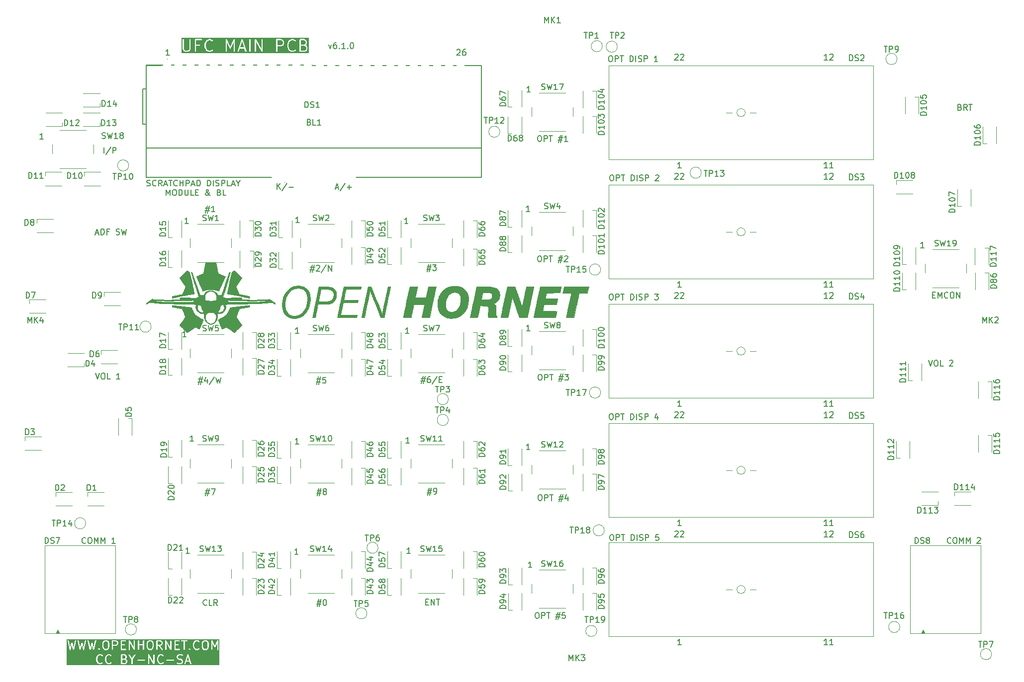
<source format=gbr>
%TF.GenerationSoftware,KiCad,Pcbnew,8.0.5*%
%TF.CreationDate,2024-09-19T18:03:29-06:00*%
%TF.ProjectId,UFC_Main,5546435f-4d61-4696-9e2e-6b696361645f,6.1.0*%
%TF.SameCoordinates,Original*%
%TF.FileFunction,Legend,Top*%
%TF.FilePolarity,Positive*%
%FSLAX46Y46*%
G04 Gerber Fmt 4.6, Leading zero omitted, Abs format (unit mm)*
G04 Created by KiCad (PCBNEW 8.0.5) date 2024-09-19 18:03:29*
%MOMM*%
%LPD*%
G01*
G04 APERTURE LIST*
%ADD10C,0.200000*%
%ADD11C,0.150000*%
%ADD12C,0.120000*%
%ADD13C,0.100000*%
%ADD14C,0.010000*%
%ADD15C,4.500000*%
%ADD16C,7.540752*%
%ADD17C,2.381250*%
%ADD18C,6.400000*%
%ADD19C,1.500000*%
%ADD20C,1.524000*%
%ADD21C,3.435000*%
%ADD22R,1.337000X1.337000*%
%ADD23C,1.337000*%
%ADD24R,0.700000X0.700000*%
%ADD25C,2.000000*%
%ADD26R,1.700000X1.700000*%
%ADD27O,1.700000X1.700000*%
%ADD28C,3.500000*%
%ADD29C,1.440000*%
G04 APERTURE END LIST*
D10*
G36*
X48916193Y106596541D02*
G01*
X48983265Y106529469D01*
X49060689Y106374622D01*
X49060689Y106136123D01*
X48983265Y105981276D01*
X48910977Y105908986D01*
X48756130Y105831562D01*
X48117832Y105831562D01*
X48117832Y106679181D01*
X48668272Y106679181D01*
X48916193Y106596541D01*
G37*
G36*
X48815738Y107554139D02*
G01*
X48888027Y107481850D01*
X48965451Y107327003D01*
X48965451Y107183742D01*
X48888027Y107028895D01*
X48815737Y106956604D01*
X48660891Y106879181D01*
X48117832Y106879181D01*
X48117832Y107631562D01*
X48660892Y107631562D01*
X48815738Y107554139D01*
G37*
G36*
X38450517Y106402991D02*
G01*
X37775621Y106402991D01*
X38113069Y107415335D01*
X38450517Y106402991D01*
G37*
G36*
X44910976Y107554139D02*
G01*
X44983265Y107481850D01*
X45060689Y107327003D01*
X45060689Y107088504D01*
X44983265Y106933657D01*
X44910977Y106861367D01*
X44756130Y106783943D01*
X44117832Y106783943D01*
X44117832Y107631562D01*
X44756130Y107631562D01*
X44910976Y107554139D01*
G37*
G36*
X49482911Y105409340D02*
G01*
X27790847Y105409340D01*
X27790847Y107731562D01*
X28013069Y107731562D01*
X28013069Y106112515D01*
X28014990Y106093006D01*
X28016365Y106089686D01*
X28016620Y106086102D01*
X28023626Y106067794D01*
X28118864Y105877317D01*
X28124148Y105868923D01*
X28125159Y105866482D01*
X28127413Y105863736D01*
X28129307Y105860727D01*
X28131303Y105858996D01*
X28137596Y105851329D01*
X28232834Y105756089D01*
X28240502Y105749796D01*
X28242233Y105747800D01*
X28245240Y105745907D01*
X28247987Y105743653D01*
X28250427Y105742643D01*
X28258824Y105737357D01*
X28449300Y105642119D01*
X28467608Y105635113D01*
X28471191Y105634859D01*
X28474512Y105633483D01*
X28494021Y105631562D01*
X28874974Y105631562D01*
X28894483Y105633483D01*
X28897803Y105634859D01*
X28901387Y105635113D01*
X28919695Y105642119D01*
X29110172Y105737357D01*
X29118569Y105742643D01*
X29121008Y105743653D01*
X29123752Y105745906D01*
X29126762Y105747800D01*
X29128494Y105749798D01*
X29136161Y105756090D01*
X29231399Y105851329D01*
X29237691Y105858996D01*
X29239688Y105860727D01*
X29241581Y105863735D01*
X29243836Y105866482D01*
X29244847Y105868924D01*
X29250131Y105877318D01*
X29345369Y106067794D01*
X29352375Y106086102D01*
X29352629Y106089686D01*
X29354005Y106093006D01*
X29355926Y106112515D01*
X29355926Y107731562D01*
X30108307Y107731562D01*
X30108307Y105731562D01*
X30110228Y105712053D01*
X30125160Y105676005D01*
X30152750Y105648415D01*
X30188798Y105633483D01*
X30227816Y105633483D01*
X30263864Y105648415D01*
X30291454Y105676005D01*
X30306386Y105712053D01*
X30308307Y105731562D01*
X30308307Y106679181D01*
X30874974Y106679181D01*
X30894483Y106681102D01*
X30930531Y106696034D01*
X30958121Y106723624D01*
X30973053Y106759672D01*
X30973053Y106798690D01*
X30958121Y106834738D01*
X30930531Y106862328D01*
X30901339Y106874420D01*
X31727355Y106874420D01*
X31727355Y106588705D01*
X31727690Y106585303D01*
X31727473Y106583844D01*
X31728552Y106576547D01*
X31729276Y106569196D01*
X31729840Y106567833D01*
X31730341Y106564451D01*
X31825579Y106183500D01*
X31826092Y106182063D01*
X31826144Y106181340D01*
X31829252Y106173216D01*
X31832174Y106165039D01*
X31832604Y106164459D01*
X31833150Y106163032D01*
X31928388Y105972555D01*
X31933674Y105964157D01*
X31934684Y105961720D01*
X31936934Y105958978D01*
X31938831Y105955965D01*
X31940829Y105954232D01*
X31947120Y105946567D01*
X32137596Y105756090D01*
X32152749Y105743653D01*
X32156068Y105742278D01*
X32158784Y105739923D01*
X32176684Y105731932D01*
X32462399Y105636694D01*
X32472070Y105634495D01*
X32474513Y105633483D01*
X32478051Y105633135D01*
X32481515Y105632347D01*
X32484148Y105632535D01*
X32494022Y105631562D01*
X32684498Y105631562D01*
X32694371Y105632535D01*
X32697005Y105632347D01*
X32700468Y105633135D01*
X32704007Y105633483D01*
X32706449Y105634495D01*
X32716121Y105636694D01*
X33001835Y105731932D01*
X33019735Y105739923D01*
X33022450Y105742278D01*
X33025770Y105743653D01*
X33040923Y105756090D01*
X33136161Y105851329D01*
X33148598Y105866482D01*
X33163529Y105902531D01*
X33163529Y105941549D01*
X33148597Y105977597D01*
X33121007Y106005187D01*
X33084959Y106020118D01*
X33045941Y106020118D01*
X33009892Y106005186D01*
X32994739Y105992750D01*
X32916193Y105914203D01*
X32668271Y105831562D01*
X32510249Y105831562D01*
X32262326Y105914203D01*
X32100017Y106076512D01*
X32016944Y106242657D01*
X31927355Y106601015D01*
X31927355Y106862110D01*
X32016944Y107220468D01*
X32100016Y107386612D01*
X32262325Y107548922D01*
X32510249Y107631562D01*
X32668271Y107631562D01*
X32916192Y107548922D01*
X32994739Y107470375D01*
X33009893Y107457939D01*
X33045941Y107443007D01*
X33084959Y107443007D01*
X33121007Y107457939D01*
X33148597Y107485529D01*
X33163529Y107521577D01*
X33163529Y107560595D01*
X33148597Y107596643D01*
X33136161Y107611797D01*
X33040923Y107707035D01*
X33025769Y107719471D01*
X33022450Y107720846D01*
X33019735Y107723201D01*
X33001835Y107731192D01*
X33000725Y107731562D01*
X35346403Y107731562D01*
X35346403Y105731562D01*
X35348324Y105712053D01*
X35363256Y105676005D01*
X35390846Y105648415D01*
X35426894Y105633483D01*
X35465912Y105633483D01*
X35501960Y105648415D01*
X35529550Y105676005D01*
X35544482Y105712053D01*
X35546403Y105731562D01*
X35546403Y107280807D01*
X36022452Y106260702D01*
X36026684Y106253557D01*
X36027564Y106251139D01*
X36029129Y106249430D01*
X36032443Y106243836D01*
X36043653Y106233570D01*
X36053915Y106222364D01*
X36057940Y106220486D01*
X36061218Y106217484D01*
X36075500Y106212291D01*
X36089273Y106205863D01*
X36093712Y106205668D01*
X36097887Y106204150D01*
X36113070Y106204818D01*
X36128253Y106204150D01*
X36132426Y106205668D01*
X36136868Y106205863D01*
X36150652Y106212296D01*
X36164922Y106217485D01*
X36168195Y106220483D01*
X36172225Y106222363D01*
X36182494Y106233578D01*
X36193697Y106243836D01*
X36197008Y106249427D01*
X36198577Y106251139D01*
X36199457Y106253561D01*
X36203688Y106260702D01*
X36679736Y107280806D01*
X36679736Y105731562D01*
X36681657Y105712053D01*
X36696589Y105676005D01*
X36724179Y105648415D01*
X36760227Y105633483D01*
X36799245Y105633483D01*
X36835293Y105648415D01*
X36862883Y105676005D01*
X36877815Y105712053D01*
X36879736Y105731562D01*
X36879736Y105744069D01*
X37347188Y105744069D01*
X37349954Y105705149D01*
X37367404Y105670250D01*
X37396880Y105644685D01*
X37433896Y105632347D01*
X37472816Y105635113D01*
X37507715Y105652563D01*
X37533280Y105682039D01*
X37541271Y105699939D01*
X37708955Y106202991D01*
X38517184Y106202991D01*
X38684868Y105699939D01*
X38692859Y105682039D01*
X38718424Y105652563D01*
X38753323Y105635113D01*
X38792243Y105632347D01*
X38829259Y105644686D01*
X38858735Y105670251D01*
X38876185Y105705150D01*
X38878951Y105744070D01*
X38874604Y105763185D01*
X38218478Y107731562D01*
X39346403Y107731562D01*
X39346403Y105731562D01*
X39348324Y105712053D01*
X39363256Y105676005D01*
X39390846Y105648415D01*
X39426894Y105633483D01*
X39465912Y105633483D01*
X39501960Y105648415D01*
X39529550Y105676005D01*
X39544482Y105712053D01*
X39546403Y105731562D01*
X39546403Y107731562D01*
X40298784Y107731562D01*
X40298784Y105731562D01*
X40300705Y105712053D01*
X40315637Y105676005D01*
X40343227Y105648415D01*
X40379275Y105633483D01*
X40418293Y105633483D01*
X40454341Y105648415D01*
X40481931Y105676005D01*
X40496863Y105712053D01*
X40498784Y105731562D01*
X40498784Y107355006D01*
X41454817Y105681948D01*
X41457735Y105677838D01*
X41458494Y105676005D01*
X41460360Y105674139D01*
X41466164Y105665963D01*
X41476678Y105657821D01*
X41486084Y105648415D01*
X41491974Y105645976D01*
X41497013Y105642073D01*
X41509841Y105638575D01*
X41522132Y105633483D01*
X41528507Y105633483D01*
X41534656Y105631806D01*
X41547847Y105633483D01*
X41561150Y105633483D01*
X41567041Y105635924D01*
X41573363Y105636727D01*
X41584908Y105643325D01*
X41597198Y105648415D01*
X41601705Y105652923D01*
X41607240Y105656085D01*
X41615382Y105666600D01*
X41624788Y105676005D01*
X41627227Y105681896D01*
X41631130Y105686934D01*
X41634628Y105699762D01*
X41639720Y105712053D01*
X41640702Y105722033D01*
X41641397Y105724578D01*
X41641146Y105726545D01*
X41641641Y105731562D01*
X41641641Y107731562D01*
X43917832Y107731562D01*
X43917832Y105731562D01*
X43919753Y105712053D01*
X43934685Y105676005D01*
X43962275Y105648415D01*
X43998323Y105633483D01*
X44037341Y105633483D01*
X44073389Y105648415D01*
X44100979Y105676005D01*
X44115911Y105712053D01*
X44117832Y105731562D01*
X44117832Y106583943D01*
X44779737Y106583943D01*
X44799246Y106585864D01*
X44802566Y106587240D01*
X44806150Y106587494D01*
X44824458Y106594500D01*
X45014935Y106689738D01*
X45023332Y106695024D01*
X45025771Y106696034D01*
X45028515Y106698287D01*
X45031525Y106700181D01*
X45033257Y106702179D01*
X45040924Y106708471D01*
X45136162Y106803710D01*
X45142454Y106811377D01*
X45144451Y106813108D01*
X45146344Y106816116D01*
X45148599Y106818863D01*
X45149610Y106821305D01*
X45154894Y106829699D01*
X45177255Y106874420D01*
X45822594Y106874420D01*
X45822594Y106588705D01*
X45822929Y106585303D01*
X45822712Y106583844D01*
X45823791Y106576547D01*
X45824515Y106569196D01*
X45825079Y106567833D01*
X45825580Y106564451D01*
X45920818Y106183500D01*
X45921331Y106182063D01*
X45921383Y106181340D01*
X45924491Y106173216D01*
X45927413Y106165039D01*
X45927843Y106164459D01*
X45928389Y106163032D01*
X46023627Y105972555D01*
X46028913Y105964157D01*
X46029923Y105961720D01*
X46032173Y105958978D01*
X46034070Y105955965D01*
X46036068Y105954232D01*
X46042359Y105946567D01*
X46232835Y105756090D01*
X46247988Y105743653D01*
X46251307Y105742278D01*
X46254023Y105739923D01*
X46271923Y105731932D01*
X46557638Y105636694D01*
X46567309Y105634495D01*
X46569752Y105633483D01*
X46573290Y105633135D01*
X46576754Y105632347D01*
X46579387Y105632535D01*
X46589261Y105631562D01*
X46779737Y105631562D01*
X46789610Y105632535D01*
X46792244Y105632347D01*
X46795707Y105633135D01*
X46799246Y105633483D01*
X46801688Y105634495D01*
X46811360Y105636694D01*
X47097074Y105731932D01*
X47114974Y105739923D01*
X47117689Y105742278D01*
X47121009Y105743653D01*
X47136162Y105756090D01*
X47231400Y105851329D01*
X47243837Y105866482D01*
X47258768Y105902531D01*
X47258768Y105941549D01*
X47243836Y105977597D01*
X47216246Y106005187D01*
X47180198Y106020118D01*
X47141180Y106020118D01*
X47105131Y106005186D01*
X47089978Y105992750D01*
X47011432Y105914203D01*
X46763510Y105831562D01*
X46605488Y105831562D01*
X46357565Y105914203D01*
X46195256Y106076512D01*
X46112183Y106242657D01*
X46022594Y106601015D01*
X46022594Y106862110D01*
X46112183Y107220468D01*
X46195255Y107386612D01*
X46357564Y107548922D01*
X46605488Y107631562D01*
X46763510Y107631562D01*
X47011431Y107548922D01*
X47089978Y107470375D01*
X47105132Y107457939D01*
X47141180Y107443007D01*
X47180198Y107443007D01*
X47216246Y107457939D01*
X47243836Y107485529D01*
X47258768Y107521577D01*
X47258768Y107560595D01*
X47243836Y107596643D01*
X47231400Y107611797D01*
X47136162Y107707035D01*
X47121008Y107719471D01*
X47117689Y107720846D01*
X47114974Y107723201D01*
X47097074Y107731192D01*
X47095964Y107731562D01*
X47917832Y107731562D01*
X47917832Y105731562D01*
X47919753Y105712053D01*
X47934685Y105676005D01*
X47962275Y105648415D01*
X47998323Y105633483D01*
X48017832Y105631562D01*
X48779737Y105631562D01*
X48799246Y105633483D01*
X48802566Y105634859D01*
X48806150Y105635113D01*
X48824458Y105642119D01*
X49014935Y105737357D01*
X49023332Y105742643D01*
X49025771Y105743653D01*
X49028515Y105745906D01*
X49031525Y105747800D01*
X49033257Y105749798D01*
X49040924Y105756090D01*
X49136162Y105851329D01*
X49142454Y105858996D01*
X49144451Y105860727D01*
X49146344Y105863735D01*
X49148599Y105866482D01*
X49149610Y105868924D01*
X49154894Y105877318D01*
X49250132Y106067794D01*
X49257138Y106086102D01*
X49257392Y106089686D01*
X49258768Y106093006D01*
X49260689Y106112515D01*
X49260689Y106398229D01*
X49258768Y106417738D01*
X49257392Y106421059D01*
X49257138Y106424642D01*
X49250132Y106442950D01*
X49154894Y106633426D01*
X49149607Y106641825D01*
X49148598Y106644262D01*
X49146346Y106647006D01*
X49144451Y106650017D01*
X49142453Y106651750D01*
X49136162Y106659416D01*
X49040924Y106754654D01*
X49025770Y106767090D01*
X49022451Y106768465D01*
X49019736Y106770820D01*
X49001836Y106778811D01*
X48940329Y106799314D01*
X48945686Y106803709D01*
X49040924Y106898947D01*
X49047215Y106906614D01*
X49049213Y106908346D01*
X49051108Y106911358D01*
X49053360Y106914101D01*
X49054369Y106916539D01*
X49059656Y106924937D01*
X49154894Y107115413D01*
X49161900Y107133721D01*
X49162154Y107137305D01*
X49163530Y107140625D01*
X49165451Y107160134D01*
X49165451Y107350610D01*
X49163530Y107370119D01*
X49162154Y107373440D01*
X49161900Y107377023D01*
X49154894Y107395331D01*
X49059656Y107585807D01*
X49054369Y107594206D01*
X49053360Y107596643D01*
X49051108Y107599387D01*
X49049213Y107602398D01*
X49047215Y107604131D01*
X49040924Y107611797D01*
X48945686Y107707035D01*
X48938019Y107713327D01*
X48936287Y107715324D01*
X48933275Y107717220D01*
X48930532Y107719471D01*
X48928095Y107720481D01*
X48919697Y107725767D01*
X48729220Y107821005D01*
X48710912Y107828011D01*
X48707328Y107828266D01*
X48704008Y107829641D01*
X48684499Y107831562D01*
X48017832Y107831562D01*
X47998323Y107829641D01*
X47962275Y107814709D01*
X47934685Y107787119D01*
X47919753Y107751071D01*
X47917832Y107731562D01*
X47095964Y107731562D01*
X46811360Y107826430D01*
X46801688Y107828630D01*
X46799246Y107829641D01*
X46795707Y107829990D01*
X46792244Y107830777D01*
X46789610Y107830590D01*
X46779737Y107831562D01*
X46589261Y107831562D01*
X46579387Y107830590D01*
X46576754Y107830777D01*
X46573290Y107829990D01*
X46569752Y107829641D01*
X46567309Y107828630D01*
X46557638Y107826430D01*
X46271923Y107731192D01*
X46254023Y107723201D01*
X46251307Y107720846D01*
X46247989Y107719471D01*
X46232836Y107707035D01*
X46042359Y107516559D01*
X46036067Y107508893D01*
X46034070Y107507160D01*
X46032174Y107504149D01*
X46029923Y107501405D01*
X46028913Y107498969D01*
X46023627Y107490570D01*
X45928389Y107300093D01*
X45927843Y107298667D01*
X45927413Y107298086D01*
X45924491Y107289910D01*
X45921383Y107281785D01*
X45921331Y107281063D01*
X45920818Y107279625D01*
X45825580Y106898674D01*
X45825079Y106895293D01*
X45824515Y106893929D01*
X45823791Y106886579D01*
X45822712Y106879281D01*
X45822929Y106877823D01*
X45822594Y106874420D01*
X45177255Y106874420D01*
X45250132Y107020175D01*
X45257138Y107038483D01*
X45257392Y107042067D01*
X45258768Y107045387D01*
X45260689Y107064896D01*
X45260689Y107350610D01*
X45258768Y107370119D01*
X45257392Y107373440D01*
X45257138Y107377023D01*
X45250132Y107395331D01*
X45154894Y107585807D01*
X45149607Y107594206D01*
X45148598Y107596643D01*
X45146346Y107599387D01*
X45144451Y107602398D01*
X45142453Y107604131D01*
X45136162Y107611797D01*
X45040924Y107707035D01*
X45033257Y107713327D01*
X45031525Y107715324D01*
X45028513Y107717220D01*
X45025770Y107719471D01*
X45023333Y107720481D01*
X45014935Y107725767D01*
X44824458Y107821005D01*
X44806150Y107828011D01*
X44802566Y107828266D01*
X44799246Y107829641D01*
X44779737Y107831562D01*
X44017832Y107831562D01*
X43998323Y107829641D01*
X43962275Y107814709D01*
X43934685Y107787119D01*
X43919753Y107751071D01*
X43917832Y107731562D01*
X41641641Y107731562D01*
X41639720Y107751071D01*
X41624788Y107787119D01*
X41597198Y107814709D01*
X41561150Y107829641D01*
X41522132Y107829641D01*
X41486084Y107814709D01*
X41458494Y107787119D01*
X41443562Y107751071D01*
X41441641Y107731562D01*
X41441641Y106108119D01*
X40485608Y107781176D01*
X40482689Y107785287D01*
X40481931Y107787119D01*
X40480064Y107788986D01*
X40474261Y107797161D01*
X40463746Y107805304D01*
X40454341Y107814709D01*
X40448450Y107817149D01*
X40443412Y107821051D01*
X40430583Y107824550D01*
X40418293Y107829641D01*
X40411918Y107829641D01*
X40405769Y107831318D01*
X40392576Y107829641D01*
X40379275Y107829641D01*
X40373386Y107827202D01*
X40367062Y107826398D01*
X40355512Y107819798D01*
X40343227Y107814709D01*
X40338719Y107810202D01*
X40333185Y107807039D01*
X40325042Y107796525D01*
X40315637Y107787119D01*
X40313197Y107781229D01*
X40309295Y107776190D01*
X40305796Y107763362D01*
X40300705Y107751071D01*
X40299722Y107741094D01*
X40299028Y107738547D01*
X40299278Y107736580D01*
X40298784Y107731562D01*
X39546403Y107731562D01*
X39544482Y107751071D01*
X39529550Y107787119D01*
X39501960Y107814709D01*
X39465912Y107829641D01*
X39426894Y107829641D01*
X39390846Y107814709D01*
X39363256Y107787119D01*
X39348324Y107751071D01*
X39346403Y107731562D01*
X38218478Y107731562D01*
X38207937Y107763185D01*
X38199946Y107781085D01*
X38195262Y107786485D01*
X38192068Y107792874D01*
X38182593Y107801092D01*
X38174380Y107810561D01*
X38167992Y107813755D01*
X38162592Y107818439D01*
X38150693Y107822405D01*
X38139482Y107828011D01*
X38132354Y107828518D01*
X38125576Y107830777D01*
X38113069Y107829889D01*
X38100562Y107830777D01*
X38093783Y107828518D01*
X38086656Y107828011D01*
X38075444Y107822405D01*
X38063546Y107818439D01*
X38058145Y107813756D01*
X38051758Y107810561D01*
X38043542Y107801089D01*
X38034070Y107792873D01*
X38030875Y107786486D01*
X38026192Y107781085D01*
X38018201Y107763185D01*
X37351535Y105763185D01*
X37347188Y105744069D01*
X36879736Y105744069D01*
X36879736Y107731562D01*
X36878473Y107744386D01*
X36878577Y107746745D01*
X36878116Y107748013D01*
X36877815Y107751071D01*
X36871170Y107767113D01*
X36865242Y107783414D01*
X36863736Y107785058D01*
X36862883Y107787119D01*
X36850609Y107799393D01*
X36838891Y107812189D01*
X36836869Y107813133D01*
X36835293Y107814709D01*
X36819253Y107821354D01*
X36803533Y107828689D01*
X36801307Y107828787D01*
X36799245Y107829641D01*
X36781870Y107829641D01*
X36764553Y107830402D01*
X36762460Y107829641D01*
X36760227Y107829641D01*
X36744176Y107822993D01*
X36727884Y107817068D01*
X36726240Y107815563D01*
X36724179Y107814709D01*
X36711911Y107802442D01*
X36699108Y107790717D01*
X36697540Y107788071D01*
X36696589Y107787119D01*
X36695686Y107784941D01*
X36689118Y107773850D01*
X36113069Y106539461D01*
X35537021Y107773851D01*
X35530453Y107784938D01*
X35529550Y107787119D01*
X35528596Y107788073D01*
X35527030Y107790717D01*
X35514233Y107802436D01*
X35501960Y107814709D01*
X35499898Y107815563D01*
X35498255Y107817068D01*
X35481953Y107822997D01*
X35465912Y107829641D01*
X35463681Y107829641D01*
X35461586Y107830403D01*
X35444246Y107829641D01*
X35426894Y107829641D01*
X35424834Y107828788D01*
X35422606Y107828690D01*
X35406875Y107821349D01*
X35390846Y107814709D01*
X35389269Y107813133D01*
X35387248Y107812189D01*
X35375529Y107799393D01*
X35363256Y107787119D01*
X35362402Y107785058D01*
X35360897Y107783414D01*
X35354968Y107767113D01*
X35348324Y107751071D01*
X35348022Y107748013D01*
X35347562Y107746745D01*
X35347665Y107744386D01*
X35346403Y107731562D01*
X33000725Y107731562D01*
X32716121Y107826430D01*
X32706449Y107828630D01*
X32704007Y107829641D01*
X32700468Y107829990D01*
X32697005Y107830777D01*
X32694371Y107830590D01*
X32684498Y107831562D01*
X32494022Y107831562D01*
X32484148Y107830590D01*
X32481515Y107830777D01*
X32478051Y107829990D01*
X32474513Y107829641D01*
X32472070Y107828630D01*
X32462399Y107826430D01*
X32176684Y107731192D01*
X32158784Y107723201D01*
X32156068Y107720846D01*
X32152750Y107719471D01*
X32137597Y107707035D01*
X31947120Y107516559D01*
X31940828Y107508893D01*
X31938831Y107507160D01*
X31936935Y107504149D01*
X31934684Y107501405D01*
X31933674Y107498969D01*
X31928388Y107490570D01*
X31833150Y107300093D01*
X31832604Y107298667D01*
X31832174Y107298086D01*
X31829252Y107289910D01*
X31826144Y107281785D01*
X31826092Y107281063D01*
X31825579Y107279625D01*
X31730341Y106898674D01*
X31729840Y106895293D01*
X31729276Y106893929D01*
X31728552Y106886579D01*
X31727473Y106879281D01*
X31727690Y106877823D01*
X31727355Y106874420D01*
X30901339Y106874420D01*
X30894483Y106877260D01*
X30874974Y106879181D01*
X30308307Y106879181D01*
X30308307Y107631562D01*
X31160688Y107631562D01*
X31180197Y107633483D01*
X31216245Y107648415D01*
X31243835Y107676005D01*
X31258767Y107712053D01*
X31258767Y107751071D01*
X31243835Y107787119D01*
X31216245Y107814709D01*
X31180197Y107829641D01*
X31160688Y107831562D01*
X30208307Y107831562D01*
X30188798Y107829641D01*
X30152750Y107814709D01*
X30125160Y107787119D01*
X30110228Y107751071D01*
X30108307Y107731562D01*
X29355926Y107731562D01*
X29354005Y107751071D01*
X29339073Y107787119D01*
X29311483Y107814709D01*
X29275435Y107829641D01*
X29236417Y107829641D01*
X29200369Y107814709D01*
X29172779Y107787119D01*
X29157847Y107751071D01*
X29155926Y107731562D01*
X29155926Y106136123D01*
X29078502Y105981276D01*
X29006214Y105908986D01*
X28851367Y105831562D01*
X28517629Y105831562D01*
X28362780Y105908986D01*
X28290493Y105981274D01*
X28213069Y106136122D01*
X28213069Y107731562D01*
X28211148Y107751071D01*
X28196216Y107787119D01*
X28168626Y107814709D01*
X28132578Y107829641D01*
X28093560Y107829641D01*
X28057512Y107814709D01*
X28029922Y107787119D01*
X28014990Y107751071D01*
X28013069Y107731562D01*
X27790847Y107731562D01*
X27790847Y108053784D01*
X49482911Y108053784D01*
X49482911Y105409340D01*
G37*
D11*
X13180952Y50870381D02*
X13514285Y49870381D01*
X13514285Y49870381D02*
X13847618Y50870381D01*
X14371428Y50870381D02*
X14561904Y50870381D01*
X14561904Y50870381D02*
X14657142Y50822762D01*
X14657142Y50822762D02*
X14752380Y50727524D01*
X14752380Y50727524D02*
X14799999Y50537048D01*
X14799999Y50537048D02*
X14799999Y50203715D01*
X14799999Y50203715D02*
X14752380Y50013239D01*
X14752380Y50013239D02*
X14657142Y49918000D01*
X14657142Y49918000D02*
X14561904Y49870381D01*
X14561904Y49870381D02*
X14371428Y49870381D01*
X14371428Y49870381D02*
X14276190Y49918000D01*
X14276190Y49918000D02*
X14180952Y50013239D01*
X14180952Y50013239D02*
X14133333Y50203715D01*
X14133333Y50203715D02*
X14133333Y50537048D01*
X14133333Y50537048D02*
X14180952Y50727524D01*
X14180952Y50727524D02*
X14276190Y50822762D01*
X14276190Y50822762D02*
X14371428Y50870381D01*
X15704761Y49870381D02*
X15228571Y49870381D01*
X15228571Y49870381D02*
X15228571Y50870381D01*
X17323809Y49870381D02*
X16752381Y49870381D01*
X17038095Y49870381D02*
X17038095Y50870381D01*
X17038095Y50870381D02*
X16942857Y50727524D01*
X16942857Y50727524D02*
X16847619Y50632286D01*
X16847619Y50632286D02*
X16752381Y50584667D01*
X69614286Y69037048D02*
X70328571Y69037048D01*
X69900000Y69465620D02*
X69614286Y68179905D01*
X70233333Y68608477D02*
X69519048Y68608477D01*
X69947619Y68179905D02*
X70233333Y69465620D01*
X70566667Y69370381D02*
X71185714Y69370381D01*
X71185714Y69370381D02*
X70852381Y68989429D01*
X70852381Y68989429D02*
X70995238Y68989429D01*
X70995238Y68989429D02*
X71090476Y68941810D01*
X71090476Y68941810D02*
X71138095Y68894191D01*
X71138095Y68894191D02*
X71185714Y68798953D01*
X71185714Y68798953D02*
X71185714Y68560858D01*
X71185714Y68560858D02*
X71138095Y68465620D01*
X71138095Y68465620D02*
X71090476Y68418000D01*
X71090476Y68418000D02*
X70995238Y68370381D01*
X70995238Y68370381D02*
X70709524Y68370381D01*
X70709524Y68370381D02*
X70614286Y68418000D01*
X70614286Y68418000D02*
X70566667Y68465620D01*
X160315176Y96211191D02*
X160458033Y96163572D01*
X160458033Y96163572D02*
X160505652Y96115953D01*
X160505652Y96115953D02*
X160553271Y96020715D01*
X160553271Y96020715D02*
X160553271Y95877858D01*
X160553271Y95877858D02*
X160505652Y95782620D01*
X160505652Y95782620D02*
X160458033Y95735000D01*
X160458033Y95735000D02*
X160362795Y95687381D01*
X160362795Y95687381D02*
X159981843Y95687381D01*
X159981843Y95687381D02*
X159981843Y96687381D01*
X159981843Y96687381D02*
X160315176Y96687381D01*
X160315176Y96687381D02*
X160410414Y96639762D01*
X160410414Y96639762D02*
X160458033Y96592143D01*
X160458033Y96592143D02*
X160505652Y96496905D01*
X160505652Y96496905D02*
X160505652Y96401667D01*
X160505652Y96401667D02*
X160458033Y96306429D01*
X160458033Y96306429D02*
X160410414Y96258810D01*
X160410414Y96258810D02*
X160315176Y96211191D01*
X160315176Y96211191D02*
X159981843Y96211191D01*
X161553271Y95687381D02*
X161219938Y96163572D01*
X160981843Y95687381D02*
X160981843Y96687381D01*
X160981843Y96687381D02*
X161362795Y96687381D01*
X161362795Y96687381D02*
X161458033Y96639762D01*
X161458033Y96639762D02*
X161505652Y96592143D01*
X161505652Y96592143D02*
X161553271Y96496905D01*
X161553271Y96496905D02*
X161553271Y96354048D01*
X161553271Y96354048D02*
X161505652Y96258810D01*
X161505652Y96258810D02*
X161458033Y96211191D01*
X161458033Y96211191D02*
X161362795Y96163572D01*
X161362795Y96163572D02*
X160981843Y96163572D01*
X161838986Y96687381D02*
X162410414Y96687381D01*
X162124700Y95687381D02*
X162124700Y96687381D01*
X25760588Y105055381D02*
X25189160Y105055381D01*
X25474874Y105055381D02*
X25474874Y106055381D01*
X25474874Y106055381D02*
X25379636Y105912524D01*
X25379636Y105912524D02*
X25284398Y105817286D01*
X25284398Y105817286D02*
X25189160Y105769667D01*
X32104761Y11365620D02*
X32057142Y11318000D01*
X32057142Y11318000D02*
X31914285Y11270381D01*
X31914285Y11270381D02*
X31819047Y11270381D01*
X31819047Y11270381D02*
X31676190Y11318000D01*
X31676190Y11318000D02*
X31580952Y11413239D01*
X31580952Y11413239D02*
X31533333Y11508477D01*
X31533333Y11508477D02*
X31485714Y11698953D01*
X31485714Y11698953D02*
X31485714Y11841810D01*
X31485714Y11841810D02*
X31533333Y12032286D01*
X31533333Y12032286D02*
X31580952Y12127524D01*
X31580952Y12127524D02*
X31676190Y12222762D01*
X31676190Y12222762D02*
X31819047Y12270381D01*
X31819047Y12270381D02*
X31914285Y12270381D01*
X31914285Y12270381D02*
X32057142Y12222762D01*
X32057142Y12222762D02*
X32104761Y12175143D01*
X33009523Y11270381D02*
X32533333Y11270381D01*
X32533333Y11270381D02*
X32533333Y12270381D01*
X33914285Y11270381D02*
X33580952Y11746572D01*
X33342857Y11270381D02*
X33342857Y12270381D01*
X33342857Y12270381D02*
X33723809Y12270381D01*
X33723809Y12270381D02*
X33819047Y12222762D01*
X33819047Y12222762D02*
X33866666Y12175143D01*
X33866666Y12175143D02*
X33914285Y12079905D01*
X33914285Y12079905D02*
X33914285Y11937048D01*
X33914285Y11937048D02*
X33866666Y11841810D01*
X33866666Y11841810D02*
X33819047Y11794191D01*
X33819047Y11794191D02*
X33723809Y11746572D01*
X33723809Y11746572D02*
X33342857Y11746572D01*
X74689160Y105960143D02*
X74736779Y106007762D01*
X74736779Y106007762D02*
X74832017Y106055381D01*
X74832017Y106055381D02*
X75070112Y106055381D01*
X75070112Y106055381D02*
X75165350Y106007762D01*
X75165350Y106007762D02*
X75212969Y105960143D01*
X75212969Y105960143D02*
X75260588Y105864905D01*
X75260588Y105864905D02*
X75260588Y105769667D01*
X75260588Y105769667D02*
X75212969Y105626810D01*
X75212969Y105626810D02*
X74641541Y105055381D01*
X74641541Y105055381D02*
X75260588Y105055381D01*
X76117731Y106055381D02*
X75927255Y106055381D01*
X75927255Y106055381D02*
X75832017Y106007762D01*
X75832017Y106007762D02*
X75784398Y105960143D01*
X75784398Y105960143D02*
X75689160Y105817286D01*
X75689160Y105817286D02*
X75641541Y105626810D01*
X75641541Y105626810D02*
X75641541Y105245858D01*
X75641541Y105245858D02*
X75689160Y105150620D01*
X75689160Y105150620D02*
X75736779Y105103000D01*
X75736779Y105103000D02*
X75832017Y105055381D01*
X75832017Y105055381D02*
X76022493Y105055381D01*
X76022493Y105055381D02*
X76117731Y105103000D01*
X76117731Y105103000D02*
X76165350Y105150620D01*
X76165350Y105150620D02*
X76212969Y105245858D01*
X76212969Y105245858D02*
X76212969Y105483953D01*
X76212969Y105483953D02*
X76165350Y105579191D01*
X76165350Y105579191D02*
X76117731Y105626810D01*
X76117731Y105626810D02*
X76022493Y105674429D01*
X76022493Y105674429D02*
X75832017Y105674429D01*
X75832017Y105674429D02*
X75736779Y105626810D01*
X75736779Y105626810D02*
X75689160Y105579191D01*
X75689160Y105579191D02*
X75641541Y105483953D01*
X158785714Y21965620D02*
X158738095Y21918000D01*
X158738095Y21918000D02*
X158595238Y21870381D01*
X158595238Y21870381D02*
X158500000Y21870381D01*
X158500000Y21870381D02*
X158357143Y21918000D01*
X158357143Y21918000D02*
X158261905Y22013239D01*
X158261905Y22013239D02*
X158214286Y22108477D01*
X158214286Y22108477D02*
X158166667Y22298953D01*
X158166667Y22298953D02*
X158166667Y22441810D01*
X158166667Y22441810D02*
X158214286Y22632286D01*
X158214286Y22632286D02*
X158261905Y22727524D01*
X158261905Y22727524D02*
X158357143Y22822762D01*
X158357143Y22822762D02*
X158500000Y22870381D01*
X158500000Y22870381D02*
X158595238Y22870381D01*
X158595238Y22870381D02*
X158738095Y22822762D01*
X158738095Y22822762D02*
X158785714Y22775143D01*
X159404762Y22870381D02*
X159595238Y22870381D01*
X159595238Y22870381D02*
X159690476Y22822762D01*
X159690476Y22822762D02*
X159785714Y22727524D01*
X159785714Y22727524D02*
X159833333Y22537048D01*
X159833333Y22537048D02*
X159833333Y22203715D01*
X159833333Y22203715D02*
X159785714Y22013239D01*
X159785714Y22013239D02*
X159690476Y21918000D01*
X159690476Y21918000D02*
X159595238Y21870381D01*
X159595238Y21870381D02*
X159404762Y21870381D01*
X159404762Y21870381D02*
X159309524Y21918000D01*
X159309524Y21918000D02*
X159214286Y22013239D01*
X159214286Y22013239D02*
X159166667Y22203715D01*
X159166667Y22203715D02*
X159166667Y22537048D01*
X159166667Y22537048D02*
X159214286Y22727524D01*
X159214286Y22727524D02*
X159309524Y22822762D01*
X159309524Y22822762D02*
X159404762Y22870381D01*
X160261905Y21870381D02*
X160261905Y22870381D01*
X160261905Y22870381D02*
X160595238Y22156096D01*
X160595238Y22156096D02*
X160928571Y22870381D01*
X160928571Y22870381D02*
X160928571Y21870381D01*
X161404762Y21870381D02*
X161404762Y22870381D01*
X161404762Y22870381D02*
X161738095Y22156096D01*
X161738095Y22156096D02*
X162071428Y22870381D01*
X162071428Y22870381D02*
X162071428Y21870381D01*
X163261905Y22775143D02*
X163309524Y22822762D01*
X163309524Y22822762D02*
X163404762Y22870381D01*
X163404762Y22870381D02*
X163642857Y22870381D01*
X163642857Y22870381D02*
X163738095Y22822762D01*
X163738095Y22822762D02*
X163785714Y22775143D01*
X163785714Y22775143D02*
X163833333Y22679905D01*
X163833333Y22679905D02*
X163833333Y22584667D01*
X163833333Y22584667D02*
X163785714Y22441810D01*
X163785714Y22441810D02*
X163214286Y21870381D01*
X163214286Y21870381D02*
X163833333Y21870381D01*
X88766666Y50670381D02*
X88957142Y50670381D01*
X88957142Y50670381D02*
X89052380Y50622762D01*
X89052380Y50622762D02*
X89147618Y50527524D01*
X89147618Y50527524D02*
X89195237Y50337048D01*
X89195237Y50337048D02*
X89195237Y50003715D01*
X89195237Y50003715D02*
X89147618Y49813239D01*
X89147618Y49813239D02*
X89052380Y49718000D01*
X89052380Y49718000D02*
X88957142Y49670381D01*
X88957142Y49670381D02*
X88766666Y49670381D01*
X88766666Y49670381D02*
X88671428Y49718000D01*
X88671428Y49718000D02*
X88576190Y49813239D01*
X88576190Y49813239D02*
X88528571Y50003715D01*
X88528571Y50003715D02*
X88528571Y50337048D01*
X88528571Y50337048D02*
X88576190Y50527524D01*
X88576190Y50527524D02*
X88671428Y50622762D01*
X88671428Y50622762D02*
X88766666Y50670381D01*
X89623809Y49670381D02*
X89623809Y50670381D01*
X89623809Y50670381D02*
X90004761Y50670381D01*
X90004761Y50670381D02*
X90099999Y50622762D01*
X90099999Y50622762D02*
X90147618Y50575143D01*
X90147618Y50575143D02*
X90195237Y50479905D01*
X90195237Y50479905D02*
X90195237Y50337048D01*
X90195237Y50337048D02*
X90147618Y50241810D01*
X90147618Y50241810D02*
X90099999Y50194191D01*
X90099999Y50194191D02*
X90004761Y50146572D01*
X90004761Y50146572D02*
X89623809Y50146572D01*
X90480952Y50670381D02*
X91052380Y50670381D01*
X90766666Y49670381D02*
X90766666Y50670381D01*
X92100000Y50337048D02*
X92814285Y50337048D01*
X92385714Y50765620D02*
X92100000Y49479905D01*
X92719047Y49908477D02*
X92004762Y49908477D01*
X92433333Y49479905D02*
X92719047Y50765620D01*
X93052381Y50670381D02*
X93671428Y50670381D01*
X93671428Y50670381D02*
X93338095Y50289429D01*
X93338095Y50289429D02*
X93480952Y50289429D01*
X93480952Y50289429D02*
X93576190Y50241810D01*
X93576190Y50241810D02*
X93623809Y50194191D01*
X93623809Y50194191D02*
X93671428Y50098953D01*
X93671428Y50098953D02*
X93671428Y49860858D01*
X93671428Y49860858D02*
X93623809Y49765620D01*
X93623809Y49765620D02*
X93576190Y49718000D01*
X93576190Y49718000D02*
X93480952Y49670381D01*
X93480952Y49670381D02*
X93195238Y49670381D01*
X93195238Y49670381D02*
X93100000Y49718000D01*
X93100000Y49718000D02*
X93052381Y49765620D01*
X100971428Y23370381D02*
X101161904Y23370381D01*
X101161904Y23370381D02*
X101257142Y23322762D01*
X101257142Y23322762D02*
X101352380Y23227524D01*
X101352380Y23227524D02*
X101399999Y23037048D01*
X101399999Y23037048D02*
X101399999Y22703715D01*
X101399999Y22703715D02*
X101352380Y22513239D01*
X101352380Y22513239D02*
X101257142Y22418000D01*
X101257142Y22418000D02*
X101161904Y22370381D01*
X101161904Y22370381D02*
X100971428Y22370381D01*
X100971428Y22370381D02*
X100876190Y22418000D01*
X100876190Y22418000D02*
X100780952Y22513239D01*
X100780952Y22513239D02*
X100733333Y22703715D01*
X100733333Y22703715D02*
X100733333Y23037048D01*
X100733333Y23037048D02*
X100780952Y23227524D01*
X100780952Y23227524D02*
X100876190Y23322762D01*
X100876190Y23322762D02*
X100971428Y23370381D01*
X101828571Y22370381D02*
X101828571Y23370381D01*
X101828571Y23370381D02*
X102209523Y23370381D01*
X102209523Y23370381D02*
X102304761Y23322762D01*
X102304761Y23322762D02*
X102352380Y23275143D01*
X102352380Y23275143D02*
X102399999Y23179905D01*
X102399999Y23179905D02*
X102399999Y23037048D01*
X102399999Y23037048D02*
X102352380Y22941810D01*
X102352380Y22941810D02*
X102304761Y22894191D01*
X102304761Y22894191D02*
X102209523Y22846572D01*
X102209523Y22846572D02*
X101828571Y22846572D01*
X102685714Y23370381D02*
X103257142Y23370381D01*
X102971428Y22370381D02*
X102971428Y23370381D01*
X104352381Y22370381D02*
X104352381Y23370381D01*
X104352381Y23370381D02*
X104590476Y23370381D01*
X104590476Y23370381D02*
X104733333Y23322762D01*
X104733333Y23322762D02*
X104828571Y23227524D01*
X104828571Y23227524D02*
X104876190Y23132286D01*
X104876190Y23132286D02*
X104923809Y22941810D01*
X104923809Y22941810D02*
X104923809Y22798953D01*
X104923809Y22798953D02*
X104876190Y22608477D01*
X104876190Y22608477D02*
X104828571Y22513239D01*
X104828571Y22513239D02*
X104733333Y22418000D01*
X104733333Y22418000D02*
X104590476Y22370381D01*
X104590476Y22370381D02*
X104352381Y22370381D01*
X105352381Y22370381D02*
X105352381Y23370381D01*
X105780952Y22418000D02*
X105923809Y22370381D01*
X105923809Y22370381D02*
X106161904Y22370381D01*
X106161904Y22370381D02*
X106257142Y22418000D01*
X106257142Y22418000D02*
X106304761Y22465620D01*
X106304761Y22465620D02*
X106352380Y22560858D01*
X106352380Y22560858D02*
X106352380Y22656096D01*
X106352380Y22656096D02*
X106304761Y22751334D01*
X106304761Y22751334D02*
X106257142Y22798953D01*
X106257142Y22798953D02*
X106161904Y22846572D01*
X106161904Y22846572D02*
X105971428Y22894191D01*
X105971428Y22894191D02*
X105876190Y22941810D01*
X105876190Y22941810D02*
X105828571Y22989429D01*
X105828571Y22989429D02*
X105780952Y23084667D01*
X105780952Y23084667D02*
X105780952Y23179905D01*
X105780952Y23179905D02*
X105828571Y23275143D01*
X105828571Y23275143D02*
X105876190Y23322762D01*
X105876190Y23322762D02*
X105971428Y23370381D01*
X105971428Y23370381D02*
X106209523Y23370381D01*
X106209523Y23370381D02*
X106352380Y23322762D01*
X106780952Y22370381D02*
X106780952Y23370381D01*
X106780952Y23370381D02*
X107161904Y23370381D01*
X107161904Y23370381D02*
X107257142Y23322762D01*
X107257142Y23322762D02*
X107304761Y23275143D01*
X107304761Y23275143D02*
X107352380Y23179905D01*
X107352380Y23179905D02*
X107352380Y23037048D01*
X107352380Y23037048D02*
X107304761Y22941810D01*
X107304761Y22941810D02*
X107257142Y22894191D01*
X107257142Y22894191D02*
X107161904Y22846572D01*
X107161904Y22846572D02*
X106780952Y22846572D01*
X109019047Y23370381D02*
X108542857Y23370381D01*
X108542857Y23370381D02*
X108495238Y22894191D01*
X108495238Y22894191D02*
X108542857Y22941810D01*
X108542857Y22941810D02*
X108638095Y22989429D01*
X108638095Y22989429D02*
X108876190Y22989429D01*
X108876190Y22989429D02*
X108971428Y22941810D01*
X108971428Y22941810D02*
X109019047Y22894191D01*
X109019047Y22894191D02*
X109066666Y22798953D01*
X109066666Y22798953D02*
X109066666Y22560858D01*
X109066666Y22560858D02*
X109019047Y22465620D01*
X109019047Y22465620D02*
X108971428Y22418000D01*
X108971428Y22418000D02*
X108876190Y22370381D01*
X108876190Y22370381D02*
X108638095Y22370381D01*
X108638095Y22370381D02*
X108542857Y22418000D01*
X108542857Y22418000D02*
X108495238Y22465620D01*
X54035560Y82485096D02*
X54511750Y82485096D01*
X53940322Y82199381D02*
X54273655Y83199381D01*
X54273655Y83199381D02*
X54606988Y82199381D01*
X55654607Y83247000D02*
X54797465Y81961286D01*
X55987941Y82580334D02*
X56749846Y82580334D01*
X56368893Y82199381D02*
X56368893Y82961286D01*
X100971428Y84670381D02*
X101161904Y84670381D01*
X101161904Y84670381D02*
X101257142Y84622762D01*
X101257142Y84622762D02*
X101352380Y84527524D01*
X101352380Y84527524D02*
X101399999Y84337048D01*
X101399999Y84337048D02*
X101399999Y84003715D01*
X101399999Y84003715D02*
X101352380Y83813239D01*
X101352380Y83813239D02*
X101257142Y83718000D01*
X101257142Y83718000D02*
X101161904Y83670381D01*
X101161904Y83670381D02*
X100971428Y83670381D01*
X100971428Y83670381D02*
X100876190Y83718000D01*
X100876190Y83718000D02*
X100780952Y83813239D01*
X100780952Y83813239D02*
X100733333Y84003715D01*
X100733333Y84003715D02*
X100733333Y84337048D01*
X100733333Y84337048D02*
X100780952Y84527524D01*
X100780952Y84527524D02*
X100876190Y84622762D01*
X100876190Y84622762D02*
X100971428Y84670381D01*
X101828571Y83670381D02*
X101828571Y84670381D01*
X101828571Y84670381D02*
X102209523Y84670381D01*
X102209523Y84670381D02*
X102304761Y84622762D01*
X102304761Y84622762D02*
X102352380Y84575143D01*
X102352380Y84575143D02*
X102399999Y84479905D01*
X102399999Y84479905D02*
X102399999Y84337048D01*
X102399999Y84337048D02*
X102352380Y84241810D01*
X102352380Y84241810D02*
X102304761Y84194191D01*
X102304761Y84194191D02*
X102209523Y84146572D01*
X102209523Y84146572D02*
X101828571Y84146572D01*
X102685714Y84670381D02*
X103257142Y84670381D01*
X102971428Y83670381D02*
X102971428Y84670381D01*
X104352381Y83670381D02*
X104352381Y84670381D01*
X104352381Y84670381D02*
X104590476Y84670381D01*
X104590476Y84670381D02*
X104733333Y84622762D01*
X104733333Y84622762D02*
X104828571Y84527524D01*
X104828571Y84527524D02*
X104876190Y84432286D01*
X104876190Y84432286D02*
X104923809Y84241810D01*
X104923809Y84241810D02*
X104923809Y84098953D01*
X104923809Y84098953D02*
X104876190Y83908477D01*
X104876190Y83908477D02*
X104828571Y83813239D01*
X104828571Y83813239D02*
X104733333Y83718000D01*
X104733333Y83718000D02*
X104590476Y83670381D01*
X104590476Y83670381D02*
X104352381Y83670381D01*
X105352381Y83670381D02*
X105352381Y84670381D01*
X105780952Y83718000D02*
X105923809Y83670381D01*
X105923809Y83670381D02*
X106161904Y83670381D01*
X106161904Y83670381D02*
X106257142Y83718000D01*
X106257142Y83718000D02*
X106304761Y83765620D01*
X106304761Y83765620D02*
X106352380Y83860858D01*
X106352380Y83860858D02*
X106352380Y83956096D01*
X106352380Y83956096D02*
X106304761Y84051334D01*
X106304761Y84051334D02*
X106257142Y84098953D01*
X106257142Y84098953D02*
X106161904Y84146572D01*
X106161904Y84146572D02*
X105971428Y84194191D01*
X105971428Y84194191D02*
X105876190Y84241810D01*
X105876190Y84241810D02*
X105828571Y84289429D01*
X105828571Y84289429D02*
X105780952Y84384667D01*
X105780952Y84384667D02*
X105780952Y84479905D01*
X105780952Y84479905D02*
X105828571Y84575143D01*
X105828571Y84575143D02*
X105876190Y84622762D01*
X105876190Y84622762D02*
X105971428Y84670381D01*
X105971428Y84670381D02*
X106209523Y84670381D01*
X106209523Y84670381D02*
X106352380Y84622762D01*
X106780952Y83670381D02*
X106780952Y84670381D01*
X106780952Y84670381D02*
X107161904Y84670381D01*
X107161904Y84670381D02*
X107257142Y84622762D01*
X107257142Y84622762D02*
X107304761Y84575143D01*
X107304761Y84575143D02*
X107352380Y84479905D01*
X107352380Y84479905D02*
X107352380Y84337048D01*
X107352380Y84337048D02*
X107304761Y84241810D01*
X107304761Y84241810D02*
X107257142Y84194191D01*
X107257142Y84194191D02*
X107161904Y84146572D01*
X107161904Y84146572D02*
X106780952Y84146572D01*
X108495238Y84575143D02*
X108542857Y84622762D01*
X108542857Y84622762D02*
X108638095Y84670381D01*
X108638095Y84670381D02*
X108876190Y84670381D01*
X108876190Y84670381D02*
X108971428Y84622762D01*
X108971428Y84622762D02*
X109019047Y84575143D01*
X109019047Y84575143D02*
X109066666Y84479905D01*
X109066666Y84479905D02*
X109066666Y84384667D01*
X109066666Y84384667D02*
X109019047Y84241810D01*
X109019047Y84241810D02*
X108447619Y83670381D01*
X108447619Y83670381D02*
X109066666Y83670381D01*
X11485714Y21965620D02*
X11438095Y21918000D01*
X11438095Y21918000D02*
X11295238Y21870381D01*
X11295238Y21870381D02*
X11200000Y21870381D01*
X11200000Y21870381D02*
X11057143Y21918000D01*
X11057143Y21918000D02*
X10961905Y22013239D01*
X10961905Y22013239D02*
X10914286Y22108477D01*
X10914286Y22108477D02*
X10866667Y22298953D01*
X10866667Y22298953D02*
X10866667Y22441810D01*
X10866667Y22441810D02*
X10914286Y22632286D01*
X10914286Y22632286D02*
X10961905Y22727524D01*
X10961905Y22727524D02*
X11057143Y22822762D01*
X11057143Y22822762D02*
X11200000Y22870381D01*
X11200000Y22870381D02*
X11295238Y22870381D01*
X11295238Y22870381D02*
X11438095Y22822762D01*
X11438095Y22822762D02*
X11485714Y22775143D01*
X12104762Y22870381D02*
X12295238Y22870381D01*
X12295238Y22870381D02*
X12390476Y22822762D01*
X12390476Y22822762D02*
X12485714Y22727524D01*
X12485714Y22727524D02*
X12533333Y22537048D01*
X12533333Y22537048D02*
X12533333Y22203715D01*
X12533333Y22203715D02*
X12485714Y22013239D01*
X12485714Y22013239D02*
X12390476Y21918000D01*
X12390476Y21918000D02*
X12295238Y21870381D01*
X12295238Y21870381D02*
X12104762Y21870381D01*
X12104762Y21870381D02*
X12009524Y21918000D01*
X12009524Y21918000D02*
X11914286Y22013239D01*
X11914286Y22013239D02*
X11866667Y22203715D01*
X11866667Y22203715D02*
X11866667Y22537048D01*
X11866667Y22537048D02*
X11914286Y22727524D01*
X11914286Y22727524D02*
X12009524Y22822762D01*
X12009524Y22822762D02*
X12104762Y22870381D01*
X12961905Y21870381D02*
X12961905Y22870381D01*
X12961905Y22870381D02*
X13295238Y22156096D01*
X13295238Y22156096D02*
X13628571Y22870381D01*
X13628571Y22870381D02*
X13628571Y21870381D01*
X14104762Y21870381D02*
X14104762Y22870381D01*
X14104762Y22870381D02*
X14438095Y22156096D01*
X14438095Y22156096D02*
X14771428Y22870381D01*
X14771428Y22870381D02*
X14771428Y21870381D01*
X16533333Y21870381D02*
X15961905Y21870381D01*
X16247619Y21870381D02*
X16247619Y22870381D01*
X16247619Y22870381D02*
X16152381Y22727524D01*
X16152381Y22727524D02*
X16057143Y22632286D01*
X16057143Y22632286D02*
X15961905Y22584667D01*
X88666666Y70870381D02*
X88857142Y70870381D01*
X88857142Y70870381D02*
X88952380Y70822762D01*
X88952380Y70822762D02*
X89047618Y70727524D01*
X89047618Y70727524D02*
X89095237Y70537048D01*
X89095237Y70537048D02*
X89095237Y70203715D01*
X89095237Y70203715D02*
X89047618Y70013239D01*
X89047618Y70013239D02*
X88952380Y69918000D01*
X88952380Y69918000D02*
X88857142Y69870381D01*
X88857142Y69870381D02*
X88666666Y69870381D01*
X88666666Y69870381D02*
X88571428Y69918000D01*
X88571428Y69918000D02*
X88476190Y70013239D01*
X88476190Y70013239D02*
X88428571Y70203715D01*
X88428571Y70203715D02*
X88428571Y70537048D01*
X88428571Y70537048D02*
X88476190Y70727524D01*
X88476190Y70727524D02*
X88571428Y70822762D01*
X88571428Y70822762D02*
X88666666Y70870381D01*
X89523809Y69870381D02*
X89523809Y70870381D01*
X89523809Y70870381D02*
X89904761Y70870381D01*
X89904761Y70870381D02*
X89999999Y70822762D01*
X89999999Y70822762D02*
X90047618Y70775143D01*
X90047618Y70775143D02*
X90095237Y70679905D01*
X90095237Y70679905D02*
X90095237Y70537048D01*
X90095237Y70537048D02*
X90047618Y70441810D01*
X90047618Y70441810D02*
X89999999Y70394191D01*
X89999999Y70394191D02*
X89904761Y70346572D01*
X89904761Y70346572D02*
X89523809Y70346572D01*
X90380952Y70870381D02*
X90952380Y70870381D01*
X90666666Y69870381D02*
X90666666Y70870381D01*
X92000000Y70537048D02*
X92714285Y70537048D01*
X92285714Y70965620D02*
X92000000Y69679905D01*
X92619047Y70108477D02*
X91904762Y70108477D01*
X92333333Y69679905D02*
X92619047Y70965620D01*
X93000000Y70775143D02*
X93047619Y70822762D01*
X93047619Y70822762D02*
X93142857Y70870381D01*
X93142857Y70870381D02*
X93380952Y70870381D01*
X93380952Y70870381D02*
X93476190Y70822762D01*
X93476190Y70822762D02*
X93523809Y70775143D01*
X93523809Y70775143D02*
X93571428Y70679905D01*
X93571428Y70679905D02*
X93571428Y70584667D01*
X93571428Y70584667D02*
X93523809Y70441810D01*
X93523809Y70441810D02*
X92952381Y69870381D01*
X92952381Y69870381D02*
X93571428Y69870381D01*
X30719048Y49837048D02*
X31433333Y49837048D01*
X31004762Y50265620D02*
X30719048Y48979905D01*
X31338095Y49408477D02*
X30623810Y49408477D01*
X31052381Y48979905D02*
X31338095Y50265620D01*
X32195238Y49837048D02*
X32195238Y49170381D01*
X31957143Y50218000D02*
X31719048Y49503715D01*
X31719048Y49503715D02*
X32338095Y49503715D01*
X33433333Y50218000D02*
X32576191Y48932286D01*
X33671429Y50170381D02*
X33909524Y49170381D01*
X33909524Y49170381D02*
X34100000Y49884667D01*
X34100000Y49884667D02*
X34290476Y49170381D01*
X34290476Y49170381D02*
X34528572Y50170381D01*
X154980952Y53062881D02*
X155314285Y52062881D01*
X155314285Y52062881D02*
X155647618Y53062881D01*
X156171428Y53062881D02*
X156361904Y53062881D01*
X156361904Y53062881D02*
X156457142Y53015262D01*
X156457142Y53015262D02*
X156552380Y52920024D01*
X156552380Y52920024D02*
X156599999Y52729548D01*
X156599999Y52729548D02*
X156599999Y52396215D01*
X156599999Y52396215D02*
X156552380Y52205739D01*
X156552380Y52205739D02*
X156457142Y52110500D01*
X156457142Y52110500D02*
X156361904Y52062881D01*
X156361904Y52062881D02*
X156171428Y52062881D01*
X156171428Y52062881D02*
X156076190Y52110500D01*
X156076190Y52110500D02*
X155980952Y52205739D01*
X155980952Y52205739D02*
X155933333Y52396215D01*
X155933333Y52396215D02*
X155933333Y52729548D01*
X155933333Y52729548D02*
X155980952Y52920024D01*
X155980952Y52920024D02*
X156076190Y53015262D01*
X156076190Y53015262D02*
X156171428Y53062881D01*
X157504761Y52062881D02*
X157028571Y52062881D01*
X157028571Y52062881D02*
X157028571Y53062881D01*
X158552381Y52967643D02*
X158600000Y53015262D01*
X158600000Y53015262D02*
X158695238Y53062881D01*
X158695238Y53062881D02*
X158933333Y53062881D01*
X158933333Y53062881D02*
X159028571Y53015262D01*
X159028571Y53015262D02*
X159076190Y52967643D01*
X159076190Y52967643D02*
X159123809Y52872405D01*
X159123809Y52872405D02*
X159123809Y52777167D01*
X159123809Y52777167D02*
X159076190Y52634310D01*
X159076190Y52634310D02*
X158504762Y52062881D01*
X158504762Y52062881D02*
X159123809Y52062881D01*
X14576191Y88370381D02*
X14576191Y89370381D01*
X15766666Y89418000D02*
X14909524Y88132286D01*
X16100000Y88370381D02*
X16100000Y89370381D01*
X16100000Y89370381D02*
X16480952Y89370381D01*
X16480952Y89370381D02*
X16576190Y89322762D01*
X16576190Y89322762D02*
X16623809Y89275143D01*
X16623809Y89275143D02*
X16671428Y89179905D01*
X16671428Y89179905D02*
X16671428Y89037048D01*
X16671428Y89037048D02*
X16623809Y88941810D01*
X16623809Y88941810D02*
X16576190Y88894191D01*
X16576190Y88894191D02*
X16480952Y88846572D01*
X16480952Y88846572D02*
X16100000Y88846572D01*
X88666666Y91370381D02*
X88857142Y91370381D01*
X88857142Y91370381D02*
X88952380Y91322762D01*
X88952380Y91322762D02*
X89047618Y91227524D01*
X89047618Y91227524D02*
X89095237Y91037048D01*
X89095237Y91037048D02*
X89095237Y90703715D01*
X89095237Y90703715D02*
X89047618Y90513239D01*
X89047618Y90513239D02*
X88952380Y90418000D01*
X88952380Y90418000D02*
X88857142Y90370381D01*
X88857142Y90370381D02*
X88666666Y90370381D01*
X88666666Y90370381D02*
X88571428Y90418000D01*
X88571428Y90418000D02*
X88476190Y90513239D01*
X88476190Y90513239D02*
X88428571Y90703715D01*
X88428571Y90703715D02*
X88428571Y91037048D01*
X88428571Y91037048D02*
X88476190Y91227524D01*
X88476190Y91227524D02*
X88571428Y91322762D01*
X88571428Y91322762D02*
X88666666Y91370381D01*
X89523809Y90370381D02*
X89523809Y91370381D01*
X89523809Y91370381D02*
X89904761Y91370381D01*
X89904761Y91370381D02*
X89999999Y91322762D01*
X89999999Y91322762D02*
X90047618Y91275143D01*
X90047618Y91275143D02*
X90095237Y91179905D01*
X90095237Y91179905D02*
X90095237Y91037048D01*
X90095237Y91037048D02*
X90047618Y90941810D01*
X90047618Y90941810D02*
X89999999Y90894191D01*
X89999999Y90894191D02*
X89904761Y90846572D01*
X89904761Y90846572D02*
X89523809Y90846572D01*
X90380952Y91370381D02*
X90952380Y91370381D01*
X90666666Y90370381D02*
X90666666Y91370381D01*
X92000000Y91037048D02*
X92714285Y91037048D01*
X92285714Y91465620D02*
X92000000Y90179905D01*
X92619047Y90608477D02*
X91904762Y90608477D01*
X92333333Y90179905D02*
X92619047Y91465620D01*
X93571428Y90370381D02*
X93000000Y90370381D01*
X93285714Y90370381D02*
X93285714Y91370381D01*
X93285714Y91370381D02*
X93190476Y91227524D01*
X93190476Y91227524D02*
X93095238Y91132286D01*
X93095238Y91132286D02*
X93000000Y91084667D01*
X44075579Y82199381D02*
X44075579Y83199381D01*
X44647007Y82199381D02*
X44218436Y82770810D01*
X44647007Y83199381D02*
X44075579Y82627953D01*
X45789864Y83247000D02*
X44932722Y81961286D01*
X46123198Y82580334D02*
X46885103Y82580334D01*
D10*
G36*
X18259180Y1991098D02*
G01*
X18302443Y1947835D01*
X18356057Y1840608D01*
X18356057Y1673535D01*
X18302443Y1566308D01*
X18253963Y1517828D01*
X18146736Y1464214D01*
X17698914Y1464214D01*
X17698914Y2049928D01*
X18082687Y2049928D01*
X18259180Y1991098D01*
G37*
G36*
X18182535Y2710600D02*
G01*
X18231013Y2662123D01*
X18284629Y2554893D01*
X18284629Y2459250D01*
X18231013Y2352020D01*
X18182535Y2303543D01*
X18075307Y2249928D01*
X17698914Y2249928D01*
X17698914Y2764214D01*
X18075307Y2764214D01*
X18182535Y2710600D01*
G37*
G36*
X29103030Y1892785D02*
G01*
X28666228Y1892785D01*
X28884629Y2547987D01*
X29103030Y1892785D01*
G37*
G36*
X15146820Y5125516D02*
G01*
X15258616Y5013720D01*
X15320342Y4766821D01*
X15320342Y4291440D01*
X15258616Y4044541D01*
X15146820Y3932745D01*
X15039592Y3879130D01*
X14801092Y3879130D01*
X14693863Y3932745D01*
X14582066Y4044542D01*
X14520342Y4291439D01*
X14520342Y4766822D01*
X14582066Y5013720D01*
X14693862Y5125515D01*
X14801092Y5179130D01*
X15039591Y5179130D01*
X15146820Y5125516D01*
G37*
G36*
X22718250Y5125516D02*
G01*
X22830046Y5013720D01*
X22891772Y4766821D01*
X22891772Y4291440D01*
X22830046Y4044541D01*
X22718250Y3932745D01*
X22611022Y3879130D01*
X22372522Y3879130D01*
X22265293Y3932745D01*
X22153496Y4044542D01*
X22091772Y4291439D01*
X22091772Y4766822D01*
X22153496Y5013720D01*
X22265292Y5125515D01*
X22372522Y5179130D01*
X22611021Y5179130D01*
X22718250Y5125516D01*
G37*
G36*
X32075394Y5125516D02*
G01*
X32187190Y5013720D01*
X32248916Y4766821D01*
X32248916Y4291440D01*
X32187190Y4044541D01*
X32075394Y3932745D01*
X31968166Y3879130D01*
X31729666Y3879130D01*
X31622437Y3932745D01*
X31510640Y4044542D01*
X31448916Y4291439D01*
X31448916Y4766822D01*
X31510640Y5013720D01*
X31622436Y5125515D01*
X31729666Y5179130D01*
X31968165Y5179130D01*
X32075394Y5125516D01*
G37*
G36*
X24289681Y5125514D02*
G01*
X24338158Y5077038D01*
X24391772Y4969810D01*
X24391772Y4802737D01*
X24338158Y4695510D01*
X24289678Y4647030D01*
X24182451Y4593416D01*
X23734629Y4593416D01*
X23734629Y5179130D01*
X24182450Y5179130D01*
X24289681Y5125514D01*
G37*
G36*
X16718251Y5125514D02*
G01*
X16766728Y5077038D01*
X16820342Y4969810D01*
X16820342Y4802737D01*
X16766728Y4695510D01*
X16718248Y4647030D01*
X16611021Y4593416D01*
X16163199Y4593416D01*
X16163199Y5179130D01*
X16611020Y5179130D01*
X16718251Y5125514D01*
G37*
G36*
X34258440Y1097547D02*
G01*
X8225171Y1097547D01*
X8225171Y2221357D01*
X13284629Y2221357D01*
X13284629Y2007071D01*
X13284964Y2003669D01*
X13284747Y2002210D01*
X13285826Y1994914D01*
X13286550Y1987562D01*
X13287115Y1986198D01*
X13287615Y1982818D01*
X13359043Y1697104D01*
X13359556Y1695667D01*
X13359608Y1694944D01*
X13362719Y1686814D01*
X13365638Y1678643D01*
X13366067Y1678064D01*
X13366614Y1676635D01*
X13438043Y1533779D01*
X13443329Y1525381D01*
X13444339Y1522943D01*
X13446590Y1520201D01*
X13448486Y1517188D01*
X13450484Y1515455D01*
X13456775Y1507790D01*
X13599632Y1364932D01*
X13614785Y1352495D01*
X13618104Y1351121D01*
X13620820Y1348765D01*
X13638720Y1340774D01*
X13853006Y1269346D01*
X13862677Y1267147D01*
X13865120Y1266135D01*
X13868658Y1265787D01*
X13872122Y1264999D01*
X13874755Y1265187D01*
X13884629Y1264214D01*
X14027486Y1264214D01*
X14037359Y1265187D01*
X14039993Y1264999D01*
X14043456Y1265787D01*
X14046995Y1266135D01*
X14049437Y1267147D01*
X14059109Y1269346D01*
X14273394Y1340774D01*
X14291295Y1348765D01*
X14294010Y1351120D01*
X14297330Y1352495D01*
X14312483Y1364932D01*
X14383911Y1436361D01*
X14396348Y1451514D01*
X14411279Y1487563D01*
X14411278Y1526581D01*
X14396347Y1562629D01*
X14368757Y1590219D01*
X14332708Y1605150D01*
X14293690Y1605149D01*
X14257642Y1590218D01*
X14242489Y1577781D01*
X14187753Y1523045D01*
X14011259Y1464214D01*
X13900855Y1464214D01*
X13724361Y1523045D01*
X13609672Y1637734D01*
X13550407Y1756264D01*
X13484629Y2019380D01*
X13484629Y2209049D01*
X13487706Y2221357D01*
X14784629Y2221357D01*
X14784629Y2007071D01*
X14784964Y2003669D01*
X14784747Y2002210D01*
X14785826Y1994914D01*
X14786550Y1987562D01*
X14787115Y1986198D01*
X14787615Y1982818D01*
X14859043Y1697104D01*
X14859556Y1695667D01*
X14859608Y1694944D01*
X14862719Y1686814D01*
X14865638Y1678643D01*
X14866067Y1678064D01*
X14866614Y1676635D01*
X14938043Y1533779D01*
X14943329Y1525381D01*
X14944339Y1522943D01*
X14946590Y1520201D01*
X14948486Y1517188D01*
X14950484Y1515455D01*
X14956775Y1507790D01*
X15099632Y1364932D01*
X15114785Y1352495D01*
X15118104Y1351121D01*
X15120820Y1348765D01*
X15138720Y1340774D01*
X15353006Y1269346D01*
X15362677Y1267147D01*
X15365120Y1266135D01*
X15368658Y1265787D01*
X15372122Y1264999D01*
X15374755Y1265187D01*
X15384629Y1264214D01*
X15527486Y1264214D01*
X15537359Y1265187D01*
X15539993Y1264999D01*
X15543456Y1265787D01*
X15546995Y1266135D01*
X15549437Y1267147D01*
X15559109Y1269346D01*
X15773394Y1340774D01*
X15791295Y1348765D01*
X15794010Y1351120D01*
X15797330Y1352495D01*
X15812483Y1364932D01*
X15883911Y1436361D01*
X15896348Y1451514D01*
X15911279Y1487563D01*
X15911278Y1526581D01*
X15896347Y1562629D01*
X15868757Y1590219D01*
X15832708Y1605150D01*
X15793690Y1605149D01*
X15757642Y1590218D01*
X15742489Y1577781D01*
X15687753Y1523045D01*
X15511259Y1464214D01*
X15400855Y1464214D01*
X15224361Y1523045D01*
X15109672Y1637734D01*
X15050407Y1756264D01*
X14984629Y2019380D01*
X14984629Y2209049D01*
X15050407Y2472165D01*
X15109671Y2590693D01*
X15224361Y2705383D01*
X15400856Y2764214D01*
X15511259Y2764214D01*
X15687752Y2705383D01*
X15742489Y2650647D01*
X15757642Y2638210D01*
X15793691Y2623279D01*
X15832709Y2623279D01*
X15868757Y2638210D01*
X15896347Y2665800D01*
X15911278Y2701848D01*
X15911278Y2740866D01*
X15896347Y2776915D01*
X15883910Y2792068D01*
X15812483Y2863496D01*
X15811608Y2864214D01*
X17498914Y2864214D01*
X17498914Y1364214D01*
X17500835Y1344705D01*
X17515767Y1308657D01*
X17543357Y1281067D01*
X17579405Y1266135D01*
X17598914Y1264214D01*
X18170343Y1264214D01*
X18189852Y1266135D01*
X18193172Y1267511D01*
X18196756Y1267765D01*
X18215064Y1274771D01*
X18357921Y1346199D01*
X18366319Y1351486D01*
X18368757Y1352495D01*
X18371500Y1354747D01*
X18374512Y1356642D01*
X18376244Y1358640D01*
X18383911Y1364931D01*
X18455340Y1436360D01*
X18461634Y1444031D01*
X18463629Y1445760D01*
X18465522Y1448768D01*
X18467776Y1451514D01*
X18468786Y1453954D01*
X18474072Y1462350D01*
X18545500Y1605207D01*
X18552506Y1623516D01*
X18552760Y1627099D01*
X18554136Y1630419D01*
X18556057Y1649928D01*
X18556057Y1864214D01*
X18554136Y1883723D01*
X18552760Y1887044D01*
X18552506Y1890626D01*
X18545500Y1908935D01*
X18474072Y2051792D01*
X18468786Y2060189D01*
X18467776Y2062628D01*
X18465522Y2065375D01*
X18463629Y2068382D01*
X18461634Y2070112D01*
X18455340Y2077782D01*
X18383911Y2149211D01*
X18368757Y2161647D01*
X18365438Y2163022D01*
X18362723Y2165377D01*
X18344822Y2173368D01*
X18337608Y2175773D01*
X18383910Y2222074D01*
X18390202Y2229741D01*
X18392200Y2231473D01*
X18394094Y2234483D01*
X18396347Y2237227D01*
X18397357Y2239666D01*
X18402643Y2248063D01*
X18474072Y2390920D01*
X18481078Y2409229D01*
X18481332Y2412813D01*
X18482708Y2416133D01*
X18484629Y2435642D01*
X18484629Y2578500D01*
X18482708Y2598009D01*
X18481332Y2601330D01*
X18481078Y2604913D01*
X18474072Y2623222D01*
X18402643Y2766079D01*
X18397357Y2774477D01*
X18396347Y2776915D01*
X18394094Y2779660D01*
X18392200Y2782669D01*
X18390202Y2784402D01*
X18383910Y2792068D01*
X18312483Y2863496D01*
X18308888Y2866446D01*
X18784654Y2866446D01*
X18791410Y2828017D01*
X18800263Y2810526D01*
X19284629Y2049381D01*
X19284629Y1364214D01*
X19286550Y1344705D01*
X19301482Y1308657D01*
X19329072Y1281067D01*
X19365120Y1266135D01*
X19404138Y1266135D01*
X19440186Y1281067D01*
X19467776Y1308657D01*
X19482708Y1344705D01*
X19484629Y1364214D01*
X19484629Y1955151D01*
X20286549Y1955151D01*
X20286549Y1916133D01*
X20301481Y1880085D01*
X20329071Y1852495D01*
X20365119Y1837563D01*
X20384628Y1835642D01*
X21527486Y1835642D01*
X21546995Y1837563D01*
X21583043Y1852495D01*
X21610633Y1880085D01*
X21625565Y1916133D01*
X21625565Y1955151D01*
X21610633Y1991199D01*
X21583043Y2018789D01*
X21546995Y2033721D01*
X21527486Y2035642D01*
X20384628Y2035642D01*
X20365119Y2033721D01*
X20329071Y2018789D01*
X20301481Y1991199D01*
X20286549Y1955151D01*
X19484629Y1955151D01*
X19484629Y2049380D01*
X19968995Y2810526D01*
X19977848Y2828016D01*
X19984212Y2864214D01*
X22141771Y2864214D01*
X22141771Y1364214D01*
X22143692Y1344705D01*
X22158624Y1308657D01*
X22186214Y1281067D01*
X22222262Y1266135D01*
X22261280Y1266135D01*
X22297328Y1281067D01*
X22324918Y1308657D01*
X22339850Y1344705D01*
X22341771Y1364214D01*
X22341771Y2487659D01*
X23012090Y1314600D01*
X23015008Y1310489D01*
X23015767Y1308657D01*
X23017632Y1306792D01*
X23023437Y1298614D01*
X23033956Y1290468D01*
X23043357Y1281067D01*
X23049244Y1278629D01*
X23054286Y1274724D01*
X23067118Y1271225D01*
X23079405Y1266135D01*
X23085781Y1266135D01*
X23091930Y1264458D01*
X23105123Y1266135D01*
X23118423Y1266135D01*
X23124311Y1268575D01*
X23130636Y1269378D01*
X23142187Y1275979D01*
X23154471Y1281067D01*
X23158976Y1285573D01*
X23164514Y1288737D01*
X23172660Y1299257D01*
X23182061Y1308657D01*
X23184499Y1314545D01*
X23188404Y1319586D01*
X23191903Y1332419D01*
X23196993Y1344705D01*
X23197975Y1354683D01*
X23198670Y1357229D01*
X23198419Y1359197D01*
X23198914Y1364214D01*
X23198914Y2221357D01*
X23641772Y2221357D01*
X23641772Y2007071D01*
X23642107Y2003669D01*
X23641890Y2002210D01*
X23642969Y1994914D01*
X23643693Y1987562D01*
X23644258Y1986198D01*
X23644758Y1982818D01*
X23716186Y1697104D01*
X23716699Y1695667D01*
X23716751Y1694944D01*
X23719862Y1686814D01*
X23722781Y1678643D01*
X23723210Y1678064D01*
X23723757Y1676635D01*
X23795186Y1533779D01*
X23800472Y1525381D01*
X23801482Y1522943D01*
X23803733Y1520201D01*
X23805629Y1517188D01*
X23807627Y1515455D01*
X23813918Y1507790D01*
X23956775Y1364932D01*
X23971928Y1352495D01*
X23975247Y1351121D01*
X23977963Y1348765D01*
X23995863Y1340774D01*
X24210149Y1269346D01*
X24219820Y1267147D01*
X24222263Y1266135D01*
X24225801Y1265787D01*
X24229265Y1264999D01*
X24231898Y1265187D01*
X24241772Y1264214D01*
X24384629Y1264214D01*
X24394502Y1265187D01*
X24397136Y1264999D01*
X24400599Y1265787D01*
X24404138Y1266135D01*
X24406580Y1267147D01*
X24416252Y1269346D01*
X24630537Y1340774D01*
X24648438Y1348765D01*
X24651153Y1351120D01*
X24654473Y1352495D01*
X24669626Y1364932D01*
X24741054Y1436361D01*
X24753491Y1451514D01*
X24768422Y1487563D01*
X24768421Y1526581D01*
X24753490Y1562629D01*
X24725900Y1590219D01*
X24689851Y1605150D01*
X24650833Y1605149D01*
X24614785Y1590218D01*
X24599632Y1577781D01*
X24544896Y1523045D01*
X24368402Y1464214D01*
X24257998Y1464214D01*
X24081504Y1523045D01*
X23966815Y1637734D01*
X23907550Y1756264D01*
X23857829Y1955151D01*
X25215121Y1955151D01*
X25215121Y1916133D01*
X25230053Y1880085D01*
X25257643Y1852495D01*
X25293691Y1837563D01*
X25313200Y1835642D01*
X26456058Y1835642D01*
X26475567Y1837563D01*
X26511615Y1852495D01*
X26539205Y1880085D01*
X26554137Y1916133D01*
X26554137Y1955151D01*
X26539205Y1991199D01*
X26511615Y2018789D01*
X26475567Y2033721D01*
X26456058Y2035642D01*
X25313200Y2035642D01*
X25293691Y2033721D01*
X25257643Y2018789D01*
X25230053Y1991199D01*
X25215121Y1955151D01*
X23857829Y1955151D01*
X23841772Y2019380D01*
X23841772Y2209049D01*
X23907550Y2472165D01*
X23960718Y2578500D01*
X26998915Y2578500D01*
X26998915Y2435642D01*
X27000836Y2416133D01*
X27002211Y2412813D01*
X27002466Y2409229D01*
X27009472Y2390921D01*
X27080900Y2248064D01*
X27086185Y2239668D01*
X27087196Y2237227D01*
X27089449Y2234482D01*
X27091343Y2231473D01*
X27093340Y2229741D01*
X27099633Y2222074D01*
X27171062Y2150646D01*
X27178728Y2144354D01*
X27180460Y2142357D01*
X27183468Y2140464D01*
X27186215Y2138209D01*
X27188655Y2137199D01*
X27197050Y2131914D01*
X27339907Y2060485D01*
X27341335Y2059939D01*
X27341915Y2059509D01*
X27350075Y2056594D01*
X27358216Y2053479D01*
X27358938Y2053428D01*
X27360376Y2052914D01*
X27635439Y1984149D01*
X27753965Y1924886D01*
X27802442Y1876409D01*
X27856058Y1769178D01*
X27856058Y1673536D01*
X27802442Y1566305D01*
X27753965Y1517829D01*
X27646736Y1464214D01*
X27329427Y1464214D01*
X27130538Y1530510D01*
X27111422Y1534857D01*
X27072502Y1532091D01*
X27037603Y1514641D01*
X27012038Y1485165D01*
X26999700Y1448149D01*
X27002466Y1409229D01*
X27019916Y1374330D01*
X27049392Y1348765D01*
X27067292Y1340774D01*
X27281578Y1269346D01*
X27291249Y1267147D01*
X27293692Y1266135D01*
X27297230Y1265787D01*
X27300694Y1264999D01*
X27303327Y1265187D01*
X27313201Y1264214D01*
X27670343Y1264214D01*
X27689852Y1266135D01*
X27693172Y1267511D01*
X27696755Y1267765D01*
X27715064Y1274771D01*
X27857922Y1346199D01*
X27866318Y1351485D01*
X27868759Y1352495D01*
X27871504Y1354749D01*
X27874513Y1356642D01*
X27876245Y1358640D01*
X27883912Y1364932D01*
X27895701Y1376721D01*
X28285414Y1376721D01*
X28288180Y1337801D01*
X28305630Y1302902D01*
X28335106Y1277337D01*
X28372122Y1264999D01*
X28411042Y1267765D01*
X28445941Y1285215D01*
X28471506Y1314691D01*
X28479497Y1332591D01*
X28599562Y1692785D01*
X29169696Y1692785D01*
X29289761Y1332591D01*
X29297752Y1314691D01*
X29323318Y1285214D01*
X29358216Y1267765D01*
X29397136Y1264999D01*
X29434152Y1277337D01*
X29463628Y1302902D01*
X29481078Y1337801D01*
X29483844Y1376721D01*
X29479497Y1395837D01*
X28979497Y2895837D01*
X28971506Y2913737D01*
X28966822Y2919137D01*
X28963628Y2925526D01*
X28954156Y2933742D01*
X28945941Y2943213D01*
X28939551Y2946408D01*
X28934152Y2951091D01*
X28922254Y2955057D01*
X28911042Y2960663D01*
X28903914Y2961170D01*
X28897136Y2963429D01*
X28884629Y2962541D01*
X28872122Y2963429D01*
X28865343Y2961170D01*
X28858216Y2960663D01*
X28847002Y2955057D01*
X28835106Y2951091D01*
X28829707Y2946409D01*
X28823318Y2943214D01*
X28815102Y2933742D01*
X28805630Y2925526D01*
X28802435Y2919137D01*
X28797752Y2913737D01*
X28789761Y2895837D01*
X28289761Y1395837D01*
X28285414Y1376721D01*
X27895701Y1376721D01*
X27955340Y1436361D01*
X27961632Y1444028D01*
X27963629Y1445759D01*
X27965522Y1448768D01*
X27967777Y1451514D01*
X27968787Y1453955D01*
X27974072Y1462349D01*
X28045501Y1605206D01*
X28052507Y1623515D01*
X28052761Y1627099D01*
X28054137Y1630419D01*
X28056058Y1649928D01*
X28056058Y1792785D01*
X28054137Y1812294D01*
X28052761Y1815615D01*
X28052507Y1819198D01*
X28045501Y1837507D01*
X27974072Y1980364D01*
X27968787Y1988759D01*
X27967777Y1991199D01*
X27965522Y1993946D01*
X27963629Y1996954D01*
X27961632Y1998686D01*
X27955340Y2006352D01*
X27883912Y2077781D01*
X27876245Y2084074D01*
X27874513Y2086071D01*
X27871504Y2087965D01*
X27868759Y2090218D01*
X27866318Y2091229D01*
X27857922Y2096514D01*
X27715064Y2167943D01*
X27713637Y2168489D01*
X27713057Y2168919D01*
X27704880Y2171841D01*
X27696756Y2174949D01*
X27696033Y2175001D01*
X27694596Y2175514D01*
X27419534Y2244279D01*
X27301005Y2303544D01*
X27252528Y2352021D01*
X27198915Y2459249D01*
X27198915Y2554894D01*
X27252528Y2662122D01*
X27301005Y2710599D01*
X27408236Y2764214D01*
X27725545Y2764214D01*
X27924435Y2697917D01*
X27943550Y2693570D01*
X27982470Y2696336D01*
X28017369Y2713786D01*
X28042934Y2743262D01*
X28055273Y2780278D01*
X28052507Y2819198D01*
X28035057Y2854097D01*
X28005581Y2879662D01*
X27987681Y2887653D01*
X27773395Y2959082D01*
X27763722Y2961282D01*
X27761281Y2962293D01*
X27757743Y2962642D01*
X27754280Y2963429D01*
X27751645Y2963242D01*
X27741772Y2964214D01*
X27384629Y2964214D01*
X27365120Y2962293D01*
X27361799Y2960918D01*
X27358216Y2960663D01*
X27339907Y2953657D01*
X27197050Y2882228D01*
X27188655Y2876944D01*
X27186215Y2875933D01*
X27183468Y2873679D01*
X27180460Y2871785D01*
X27178728Y2869789D01*
X27171062Y2863496D01*
X27099633Y2792068D01*
X27093340Y2784402D01*
X27091343Y2782669D01*
X27089449Y2779661D01*
X27087196Y2776915D01*
X27086185Y2774475D01*
X27080900Y2766078D01*
X27009472Y2623221D01*
X27002466Y2604913D01*
X27002211Y2601330D01*
X27000836Y2598009D01*
X26998915Y2578500D01*
X23960718Y2578500D01*
X23966814Y2590693D01*
X24081504Y2705383D01*
X24257999Y2764214D01*
X24368402Y2764214D01*
X24544895Y2705383D01*
X24599632Y2650647D01*
X24614785Y2638210D01*
X24650834Y2623279D01*
X24689852Y2623279D01*
X24725900Y2638210D01*
X24753490Y2665800D01*
X24768421Y2701848D01*
X24768421Y2740866D01*
X24753490Y2776915D01*
X24741053Y2792068D01*
X24669626Y2863496D01*
X24654472Y2875932D01*
X24651153Y2877307D01*
X24648438Y2879662D01*
X24630538Y2887653D01*
X24416252Y2959082D01*
X24406579Y2961282D01*
X24404138Y2962293D01*
X24400600Y2962642D01*
X24397137Y2963429D01*
X24394502Y2963242D01*
X24384629Y2964214D01*
X24241772Y2964214D01*
X24231898Y2963242D01*
X24229264Y2963429D01*
X24225800Y2962642D01*
X24222263Y2962293D01*
X24219821Y2961282D01*
X24210149Y2959082D01*
X23995863Y2887653D01*
X23977963Y2879662D01*
X23975247Y2877308D01*
X23971928Y2875932D01*
X23956775Y2863495D01*
X23813918Y2720639D01*
X23807626Y2712973D01*
X23805629Y2711240D01*
X23803733Y2708229D01*
X23801482Y2705485D01*
X23800472Y2703048D01*
X23795186Y2694649D01*
X23723757Y2551793D01*
X23723210Y2550365D01*
X23722781Y2549785D01*
X23719862Y2541615D01*
X23716751Y2533484D01*
X23716699Y2532762D01*
X23716186Y2531324D01*
X23644758Y2245610D01*
X23644258Y2242231D01*
X23643693Y2240866D01*
X23642969Y2233515D01*
X23641890Y2226218D01*
X23642107Y2224760D01*
X23641772Y2221357D01*
X23198914Y2221357D01*
X23198914Y2864214D01*
X23196993Y2883723D01*
X23182061Y2919771D01*
X23154471Y2947361D01*
X23118423Y2962293D01*
X23079405Y2962293D01*
X23043357Y2947361D01*
X23015767Y2919771D01*
X23000835Y2883723D01*
X22998914Y2864214D01*
X22998914Y1740770D01*
X22328595Y2913828D01*
X22325676Y2917939D01*
X22324918Y2919771D01*
X22323051Y2921638D01*
X22317248Y2929813D01*
X22306733Y2937956D01*
X22297328Y2947361D01*
X22291437Y2949801D01*
X22286399Y2953703D01*
X22273570Y2957202D01*
X22261280Y2962293D01*
X22254905Y2962293D01*
X22248756Y2963970D01*
X22235563Y2962293D01*
X22222262Y2962293D01*
X22216373Y2959854D01*
X22210049Y2959050D01*
X22198499Y2952450D01*
X22186214Y2947361D01*
X22181706Y2942854D01*
X22176172Y2939691D01*
X22168029Y2929177D01*
X22158624Y2919771D01*
X22156184Y2913881D01*
X22152282Y2908842D01*
X22148783Y2896014D01*
X22143692Y2883723D01*
X22142709Y2873746D01*
X22142015Y2871199D01*
X22142265Y2869232D01*
X22141771Y2864214D01*
X19984212Y2864214D01*
X19984604Y2866445D01*
X19976140Y2904534D01*
X19953744Y2936485D01*
X19920826Y2957433D01*
X19882397Y2964189D01*
X19844308Y2955725D01*
X19812357Y2933329D01*
X19800263Y2917901D01*
X19384629Y2264764D01*
X18968995Y2917902D01*
X18956901Y2933329D01*
X18924950Y2955725D01*
X18886861Y2964189D01*
X18848432Y2957433D01*
X18815514Y2936486D01*
X18793118Y2904535D01*
X18784654Y2866446D01*
X18308888Y2866446D01*
X18304816Y2869788D01*
X18303084Y2871785D01*
X18300072Y2873681D01*
X18297329Y2875932D01*
X18294891Y2876942D01*
X18286493Y2882228D01*
X18143635Y2953657D01*
X18125327Y2960663D01*
X18121743Y2960918D01*
X18118423Y2962293D01*
X18098914Y2964214D01*
X17598914Y2964214D01*
X17579405Y2962293D01*
X17543357Y2947361D01*
X17515767Y2919771D01*
X17500835Y2883723D01*
X17498914Y2864214D01*
X15811608Y2864214D01*
X15797329Y2875932D01*
X15794010Y2877307D01*
X15791295Y2879662D01*
X15773395Y2887653D01*
X15559109Y2959082D01*
X15549436Y2961282D01*
X15546995Y2962293D01*
X15543457Y2962642D01*
X15539994Y2963429D01*
X15537359Y2963242D01*
X15527486Y2964214D01*
X15384629Y2964214D01*
X15374755Y2963242D01*
X15372121Y2963429D01*
X15368657Y2962642D01*
X15365120Y2962293D01*
X15362678Y2961282D01*
X15353006Y2959082D01*
X15138720Y2887653D01*
X15120820Y2879662D01*
X15118104Y2877308D01*
X15114785Y2875932D01*
X15099632Y2863495D01*
X14956775Y2720639D01*
X14950483Y2712973D01*
X14948486Y2711240D01*
X14946590Y2708229D01*
X14944339Y2705485D01*
X14943329Y2703048D01*
X14938043Y2694649D01*
X14866614Y2551793D01*
X14866067Y2550365D01*
X14865638Y2549785D01*
X14862719Y2541615D01*
X14859608Y2533484D01*
X14859556Y2532762D01*
X14859043Y2531324D01*
X14787615Y2245610D01*
X14787115Y2242231D01*
X14786550Y2240866D01*
X14785826Y2233515D01*
X14784747Y2226218D01*
X14784964Y2224760D01*
X14784629Y2221357D01*
X13487706Y2221357D01*
X13550407Y2472165D01*
X13609671Y2590693D01*
X13724361Y2705383D01*
X13900856Y2764214D01*
X14011259Y2764214D01*
X14187752Y2705383D01*
X14242489Y2650647D01*
X14257642Y2638210D01*
X14293691Y2623279D01*
X14332709Y2623279D01*
X14368757Y2638210D01*
X14396347Y2665800D01*
X14411278Y2701848D01*
X14411278Y2740866D01*
X14396347Y2776915D01*
X14383910Y2792068D01*
X14312483Y2863496D01*
X14297329Y2875932D01*
X14294010Y2877307D01*
X14291295Y2879662D01*
X14273395Y2887653D01*
X14059109Y2959082D01*
X14049436Y2961282D01*
X14046995Y2962293D01*
X14043457Y2962642D01*
X14039994Y2963429D01*
X14037359Y2963242D01*
X14027486Y2964214D01*
X13884629Y2964214D01*
X13874755Y2963242D01*
X13872121Y2963429D01*
X13868657Y2962642D01*
X13865120Y2962293D01*
X13862678Y2961282D01*
X13853006Y2959082D01*
X13638720Y2887653D01*
X13620820Y2879662D01*
X13618104Y2877308D01*
X13614785Y2875932D01*
X13599632Y2863495D01*
X13456775Y2720639D01*
X13450483Y2712973D01*
X13448486Y2711240D01*
X13446590Y2708229D01*
X13444339Y2705485D01*
X13443329Y2703048D01*
X13438043Y2694649D01*
X13366614Y2551793D01*
X13366067Y2550365D01*
X13365638Y2549785D01*
X13362719Y2541615D01*
X13359608Y2533484D01*
X13359556Y2532762D01*
X13359043Y2531324D01*
X13287615Y2245610D01*
X13287115Y2242231D01*
X13286550Y2240866D01*
X13285826Y2233515D01*
X13284747Y2226218D01*
X13284964Y2224760D01*
X13284629Y2221357D01*
X8225171Y2221357D01*
X8225171Y5275391D01*
X8391838Y5275391D01*
X8394488Y5255968D01*
X8751631Y3755968D01*
X8753939Y3749271D01*
X8754258Y3746873D01*
X8755512Y3744706D01*
X8758019Y3737434D01*
X8766534Y3725668D01*
X8773807Y3713105D01*
X8777884Y3709985D01*
X8780894Y3705825D01*
X8793256Y3698218D01*
X8804790Y3689389D01*
X8809753Y3688066D01*
X8814124Y3685376D01*
X8828458Y3683078D01*
X8842491Y3679336D01*
X8847579Y3680013D01*
X8852651Y3679199D01*
X8866785Y3682565D01*
X8881169Y3684476D01*
X8885609Y3687047D01*
X8890608Y3688237D01*
X8902374Y3696753D01*
X8914937Y3704025D01*
X8918057Y3708103D01*
X8922217Y3711112D01*
X8929824Y3723475D01*
X8938653Y3735008D01*
X8941351Y3742207D01*
X8942666Y3744342D01*
X8943049Y3746736D01*
X8945535Y3753364D01*
X9134626Y4462456D01*
X9323717Y3753364D01*
X9326203Y3746733D01*
X9326587Y3744342D01*
X9327900Y3742208D01*
X9330600Y3735009D01*
X9339426Y3723478D01*
X9347036Y3711112D01*
X9351195Y3708102D01*
X9354316Y3704025D01*
X9366878Y3696753D01*
X9378645Y3688237D01*
X9383643Y3687047D01*
X9388084Y3684476D01*
X9402467Y3682565D01*
X9416602Y3679199D01*
X9421673Y3680013D01*
X9426762Y3679336D01*
X9440790Y3683078D01*
X9455129Y3685376D01*
X9459501Y3688067D01*
X9464463Y3689390D01*
X9475990Y3698214D01*
X9488359Y3705825D01*
X9491370Y3709987D01*
X9495446Y3713106D01*
X9502716Y3725665D01*
X9511234Y3737434D01*
X9513740Y3744706D01*
X9514995Y3746873D01*
X9515313Y3749271D01*
X9517622Y3755968D01*
X9874765Y5255968D01*
X9877415Y5275391D01*
X10106124Y5275391D01*
X10108774Y5255968D01*
X10465917Y3755968D01*
X10468225Y3749271D01*
X10468544Y3746873D01*
X10469798Y3744706D01*
X10472305Y3737434D01*
X10480820Y3725668D01*
X10488093Y3713105D01*
X10492170Y3709985D01*
X10495180Y3705825D01*
X10507542Y3698218D01*
X10519076Y3689389D01*
X10524039Y3688066D01*
X10528410Y3685376D01*
X10542744Y3683078D01*
X10556777Y3679336D01*
X10561865Y3680013D01*
X10566937Y3679199D01*
X10581071Y3682565D01*
X10595455Y3684476D01*
X10599895Y3687047D01*
X10604894Y3688237D01*
X10616660Y3696753D01*
X10629223Y3704025D01*
X10632343Y3708103D01*
X10636503Y3711112D01*
X10644110Y3723475D01*
X10652939Y3735008D01*
X10655637Y3742207D01*
X10656952Y3744342D01*
X10657335Y3746736D01*
X10659821Y3753364D01*
X10848912Y4462456D01*
X11038003Y3753364D01*
X11040489Y3746733D01*
X11040873Y3744342D01*
X11042186Y3742208D01*
X11044886Y3735009D01*
X11053712Y3723478D01*
X11061322Y3711112D01*
X11065481Y3708102D01*
X11068602Y3704025D01*
X11081164Y3696753D01*
X11092931Y3688237D01*
X11097929Y3687047D01*
X11102370Y3684476D01*
X11116753Y3682565D01*
X11130888Y3679199D01*
X11135959Y3680013D01*
X11141048Y3679336D01*
X11155076Y3683078D01*
X11169415Y3685376D01*
X11173787Y3688067D01*
X11178749Y3689390D01*
X11190276Y3698214D01*
X11202645Y3705825D01*
X11205656Y3709987D01*
X11209732Y3713106D01*
X11217002Y3725665D01*
X11225520Y3737434D01*
X11228026Y3744706D01*
X11229281Y3746873D01*
X11229599Y3749271D01*
X11231908Y3755968D01*
X11589051Y5255968D01*
X11591701Y5275391D01*
X11820410Y5275391D01*
X11823060Y5255968D01*
X12180203Y3755968D01*
X12182511Y3749271D01*
X12182830Y3746873D01*
X12184084Y3744706D01*
X12186591Y3737434D01*
X12195106Y3725668D01*
X12202379Y3713105D01*
X12206456Y3709985D01*
X12209466Y3705825D01*
X12221828Y3698218D01*
X12233362Y3689389D01*
X12238325Y3688066D01*
X12242696Y3685376D01*
X12257030Y3683078D01*
X12271063Y3679336D01*
X12276151Y3680013D01*
X12281223Y3679199D01*
X12295357Y3682565D01*
X12309741Y3684476D01*
X12314181Y3687047D01*
X12319180Y3688237D01*
X12330946Y3696753D01*
X12343509Y3704025D01*
X12346629Y3708103D01*
X12350789Y3711112D01*
X12358396Y3723475D01*
X12367225Y3735008D01*
X12369923Y3742207D01*
X12371238Y3744342D01*
X12371621Y3746736D01*
X12374107Y3753364D01*
X12563198Y4462456D01*
X12752289Y3753364D01*
X12754775Y3746733D01*
X12755159Y3744342D01*
X12756472Y3742208D01*
X12759172Y3735009D01*
X12767998Y3723478D01*
X12775608Y3711112D01*
X12779767Y3708102D01*
X12782888Y3704025D01*
X12795450Y3696753D01*
X12807217Y3688237D01*
X12812215Y3687047D01*
X12816656Y3684476D01*
X12831039Y3682565D01*
X12845174Y3679199D01*
X12850245Y3680013D01*
X12855334Y3679336D01*
X12869362Y3683078D01*
X12883701Y3685376D01*
X12888073Y3688067D01*
X12893035Y3689390D01*
X12904562Y3698214D01*
X12916931Y3705825D01*
X12919942Y3709987D01*
X12924018Y3713106D01*
X12931288Y3725665D01*
X12939806Y3737434D01*
X12942312Y3744706D01*
X12943567Y3746873D01*
X12943885Y3749271D01*
X12946194Y3755968D01*
X12973360Y3870067D01*
X13607977Y3870067D01*
X13607977Y3831049D01*
X13610837Y3824145D01*
X13622909Y3795000D01*
X13622913Y3794996D01*
X13635345Y3779847D01*
X13706773Y3708420D01*
X13721926Y3695983D01*
X13730929Y3692254D01*
X13757975Y3681051D01*
X13796992Y3681051D01*
X13796993Y3681051D01*
X13808781Y3685934D01*
X13833041Y3695982D01*
X13848194Y3708419D01*
X13919623Y3779847D01*
X13932060Y3795000D01*
X13944132Y3824145D01*
X13946992Y3831049D01*
X13946992Y3870067D01*
X13942618Y3880625D01*
X13932061Y3906115D01*
X13932055Y3906121D01*
X13919624Y3921269D01*
X13848195Y3992698D01*
X13833046Y4005130D01*
X13833041Y4005135D01*
X13802777Y4017670D01*
X13796993Y4020066D01*
X13757975Y4020066D01*
X13740736Y4012925D01*
X13721926Y4005134D01*
X13706773Y3992697D01*
X13635345Y3921268D01*
X13622908Y3906115D01*
X13612350Y3880625D01*
X13607977Y3870067D01*
X12973360Y3870067D01*
X13189804Y4779130D01*
X14320342Y4779130D01*
X14320342Y4279130D01*
X14320677Y4275728D01*
X14320460Y4274269D01*
X14321539Y4266973D01*
X14322263Y4259621D01*
X14322828Y4258257D01*
X14323328Y4254877D01*
X14394756Y3969163D01*
X14401351Y3950702D01*
X14405777Y3944728D01*
X14408623Y3937859D01*
X14421059Y3922705D01*
X14563918Y3779847D01*
X14571585Y3773554D01*
X14573317Y3771558D01*
X14576325Y3769665D01*
X14579071Y3767411D01*
X14581510Y3766401D01*
X14589907Y3761115D01*
X14732764Y3689687D01*
X14751073Y3682681D01*
X14754655Y3682427D01*
X14757976Y3681051D01*
X14777485Y3679130D01*
X15063199Y3679130D01*
X15082708Y3681051D01*
X15086028Y3682427D01*
X15089612Y3682681D01*
X15107920Y3689687D01*
X15250777Y3761115D01*
X15259173Y3766401D01*
X15261614Y3767411D01*
X15264359Y3769665D01*
X15267368Y3771558D01*
X15269100Y3773556D01*
X15276767Y3779848D01*
X15419624Y3922706D01*
X15432060Y3937859D01*
X15434905Y3944728D01*
X15439332Y3950702D01*
X15445927Y3969162D01*
X15517356Y4254876D01*
X15517856Y4258258D01*
X15518421Y4259621D01*
X15519144Y4266970D01*
X15520224Y4274268D01*
X15520006Y4275727D01*
X15520342Y4279130D01*
X15520342Y4779130D01*
X15520006Y4782534D01*
X15520224Y4783992D01*
X15519144Y4791291D01*
X15518421Y4798639D01*
X15517856Y4800003D01*
X15517356Y4803384D01*
X15445927Y5089098D01*
X15439332Y5107558D01*
X15434905Y5113533D01*
X15432060Y5120402D01*
X15419623Y5135555D01*
X15276767Y5278412D01*
X15275892Y5279130D01*
X15963199Y5279130D01*
X15963199Y3779130D01*
X15965120Y3759621D01*
X15980052Y3723573D01*
X16007642Y3695983D01*
X16043690Y3681051D01*
X16082708Y3681051D01*
X16118756Y3695983D01*
X16146346Y3723573D01*
X16161278Y3759621D01*
X16163199Y3779130D01*
X16163199Y4393416D01*
X16634628Y4393416D01*
X16654137Y4395337D01*
X16657457Y4396713D01*
X16661041Y4396967D01*
X16679349Y4403973D01*
X16822206Y4475401D01*
X16830604Y4480688D01*
X16833042Y4481697D01*
X16835785Y4483949D01*
X16838797Y4485844D01*
X16840529Y4487842D01*
X16848196Y4494133D01*
X16919625Y4565562D01*
X16925919Y4573233D01*
X16927914Y4574962D01*
X16929807Y4577970D01*
X16932061Y4580716D01*
X16933071Y4583156D01*
X16938357Y4591552D01*
X17009785Y4734409D01*
X17016791Y4752718D01*
X17017045Y4756301D01*
X17018421Y4759621D01*
X17020342Y4779130D01*
X17020342Y4993416D01*
X17018421Y5012925D01*
X17017045Y5016246D01*
X17016791Y5019828D01*
X17009785Y5038137D01*
X16938357Y5180994D01*
X16933072Y5189390D01*
X16932061Y5191831D01*
X16929805Y5194579D01*
X16927914Y5197584D01*
X16925919Y5199315D01*
X16919624Y5206984D01*
X16848195Y5278412D01*
X16847320Y5279130D01*
X17463199Y5279130D01*
X17463199Y3779130D01*
X17465120Y3759622D01*
X17465120Y3759621D01*
X17480052Y3723573D01*
X17507642Y3695983D01*
X17543690Y3681051D01*
X17563199Y3679130D01*
X18277485Y3679130D01*
X18296994Y3681051D01*
X18333042Y3695983D01*
X18360632Y3723573D01*
X18375564Y3759621D01*
X18375564Y3798639D01*
X18360632Y3834687D01*
X18333042Y3862277D01*
X18296994Y3877209D01*
X18277485Y3879130D01*
X17663199Y3879130D01*
X17663199Y4464844D01*
X18063199Y4464844D01*
X18082708Y4466765D01*
X18118756Y4481697D01*
X18146346Y4509287D01*
X18161278Y4545335D01*
X18161278Y4584353D01*
X18146346Y4620401D01*
X18118756Y4647991D01*
X18082708Y4662923D01*
X18063199Y4664844D01*
X17663199Y4664844D01*
X17663199Y5179130D01*
X18277485Y5179130D01*
X18296994Y5181051D01*
X18333042Y5195983D01*
X18360632Y5223573D01*
X18375564Y5259621D01*
X18375564Y5279130D01*
X18820342Y5279130D01*
X18820342Y3779130D01*
X18822263Y3759621D01*
X18837195Y3723573D01*
X18864785Y3695983D01*
X18900833Y3681051D01*
X18939851Y3681051D01*
X18975899Y3695983D01*
X19003489Y3723573D01*
X19018421Y3759621D01*
X19020342Y3779130D01*
X19020342Y4902575D01*
X19690661Y3729516D01*
X19693579Y3725405D01*
X19694338Y3723573D01*
X19696203Y3721708D01*
X19702008Y3713530D01*
X19712527Y3705384D01*
X19721928Y3695983D01*
X19727815Y3693545D01*
X19732857Y3689640D01*
X19745689Y3686141D01*
X19757976Y3681051D01*
X19764352Y3681051D01*
X19770501Y3679374D01*
X19783694Y3681051D01*
X19796994Y3681051D01*
X19802882Y3683491D01*
X19809207Y3684294D01*
X19820758Y3690895D01*
X19833042Y3695983D01*
X19837547Y3700489D01*
X19843085Y3703653D01*
X19851231Y3714173D01*
X19860632Y3723573D01*
X19863070Y3729461D01*
X19866975Y3734502D01*
X19870474Y3747335D01*
X19875564Y3759621D01*
X19876546Y3769599D01*
X19877241Y3772145D01*
X19876990Y3774113D01*
X19877485Y3779130D01*
X19877485Y5279130D01*
X20391771Y5279130D01*
X20391771Y3779130D01*
X20393692Y3759621D01*
X20408624Y3723573D01*
X20436214Y3695983D01*
X20472262Y3681051D01*
X20511280Y3681051D01*
X20547328Y3695983D01*
X20574918Y3723573D01*
X20589850Y3759621D01*
X20591771Y3779130D01*
X20591771Y4464844D01*
X21248914Y4464844D01*
X21248914Y3779130D01*
X21250835Y3759621D01*
X21265767Y3723573D01*
X21293357Y3695983D01*
X21329405Y3681051D01*
X21368423Y3681051D01*
X21404471Y3695983D01*
X21432061Y3723573D01*
X21446993Y3759621D01*
X21448914Y3779130D01*
X21448914Y4779130D01*
X21891772Y4779130D01*
X21891772Y4279130D01*
X21892107Y4275728D01*
X21891890Y4274269D01*
X21892969Y4266973D01*
X21893693Y4259621D01*
X21894258Y4258257D01*
X21894758Y4254877D01*
X21966186Y3969163D01*
X21972781Y3950702D01*
X21977207Y3944728D01*
X21980053Y3937859D01*
X21992489Y3922705D01*
X22135348Y3779847D01*
X22143015Y3773554D01*
X22144747Y3771558D01*
X22147755Y3769665D01*
X22150501Y3767411D01*
X22152940Y3766401D01*
X22161337Y3761115D01*
X22304194Y3689687D01*
X22322503Y3682681D01*
X22326085Y3682427D01*
X22329406Y3681051D01*
X22348915Y3679130D01*
X22634629Y3679130D01*
X22654138Y3681051D01*
X22657458Y3682427D01*
X22661042Y3682681D01*
X22679350Y3689687D01*
X22822207Y3761115D01*
X22830603Y3766401D01*
X22833044Y3767411D01*
X22835789Y3769665D01*
X22838798Y3771558D01*
X22840530Y3773556D01*
X22848197Y3779848D01*
X22991054Y3922706D01*
X23003490Y3937859D01*
X23006335Y3944728D01*
X23010762Y3950702D01*
X23017357Y3969162D01*
X23088786Y4254876D01*
X23089286Y4258258D01*
X23089851Y4259621D01*
X23090574Y4266970D01*
X23091654Y4274268D01*
X23091436Y4275727D01*
X23091772Y4279130D01*
X23091772Y4779130D01*
X23091436Y4782534D01*
X23091654Y4783992D01*
X23090574Y4791291D01*
X23089851Y4798639D01*
X23089286Y4800003D01*
X23088786Y4803384D01*
X23017357Y5089098D01*
X23010762Y5107558D01*
X23006335Y5113533D01*
X23003490Y5120402D01*
X22991053Y5135555D01*
X22848197Y5278412D01*
X22847322Y5279130D01*
X23534629Y5279130D01*
X23534629Y3779130D01*
X23536550Y3759621D01*
X23551482Y3723573D01*
X23579072Y3695983D01*
X23615120Y3681051D01*
X23654138Y3681051D01*
X23690186Y3695983D01*
X23717776Y3723573D01*
X23732708Y3759621D01*
X23734629Y3779130D01*
X23734629Y4393416D01*
X23939707Y4393416D01*
X24409849Y3721784D01*
X24422610Y3706903D01*
X24455515Y3685934D01*
X24493940Y3679154D01*
X24532034Y3687593D01*
X24563999Y3709968D01*
X24584968Y3742873D01*
X24591748Y3781298D01*
X24583309Y3819392D01*
X24573695Y3836476D01*
X24183837Y4393416D01*
X24206058Y4393416D01*
X24225567Y4395337D01*
X24228887Y4396713D01*
X24232471Y4396967D01*
X24250779Y4403973D01*
X24393636Y4475401D01*
X24402034Y4480688D01*
X24404472Y4481697D01*
X24407215Y4483949D01*
X24410227Y4485844D01*
X24411959Y4487842D01*
X24419626Y4494133D01*
X24491055Y4565562D01*
X24497349Y4573233D01*
X24499344Y4574962D01*
X24501237Y4577970D01*
X24503491Y4580716D01*
X24504501Y4583156D01*
X24509787Y4591552D01*
X24581215Y4734409D01*
X24588221Y4752718D01*
X24588475Y4756301D01*
X24589851Y4759621D01*
X24591772Y4779130D01*
X24591772Y4993416D01*
X24589851Y5012925D01*
X24588475Y5016246D01*
X24588221Y5019828D01*
X24581215Y5038137D01*
X24509787Y5180994D01*
X24504502Y5189390D01*
X24503491Y5191831D01*
X24501235Y5194579D01*
X24499344Y5197584D01*
X24497349Y5199315D01*
X24491054Y5206984D01*
X24419625Y5278412D01*
X24418750Y5279130D01*
X25034629Y5279130D01*
X25034629Y3779130D01*
X25036550Y3759621D01*
X25051482Y3723573D01*
X25079072Y3695983D01*
X25115120Y3681051D01*
X25154138Y3681051D01*
X25190186Y3695983D01*
X25217776Y3723573D01*
X25232708Y3759621D01*
X25234629Y3779130D01*
X25234629Y4902575D01*
X25904948Y3729516D01*
X25907866Y3725405D01*
X25908625Y3723573D01*
X25910490Y3721708D01*
X25916295Y3713530D01*
X25926814Y3705384D01*
X25936215Y3695983D01*
X25942102Y3693545D01*
X25947144Y3689640D01*
X25959976Y3686141D01*
X25972263Y3681051D01*
X25978639Y3681051D01*
X25984788Y3679374D01*
X25997981Y3681051D01*
X26011281Y3681051D01*
X26017169Y3683491D01*
X26023494Y3684294D01*
X26035045Y3690895D01*
X26047329Y3695983D01*
X26051834Y3700489D01*
X26057372Y3703653D01*
X26065518Y3714173D01*
X26074919Y3723573D01*
X26077357Y3729461D01*
X26081262Y3734502D01*
X26084761Y3747335D01*
X26089851Y3759621D01*
X26090833Y3769599D01*
X26091528Y3772145D01*
X26091277Y3774113D01*
X26091772Y3779130D01*
X26091772Y5279130D01*
X26606058Y5279130D01*
X26606058Y3779130D01*
X26607979Y3759622D01*
X26607979Y3759621D01*
X26622911Y3723573D01*
X26650501Y3695983D01*
X26686549Y3681051D01*
X26706058Y3679130D01*
X27420344Y3679130D01*
X27439853Y3681051D01*
X27475901Y3695983D01*
X27503491Y3723573D01*
X27518423Y3759621D01*
X27518423Y3798639D01*
X27503491Y3834687D01*
X27475901Y3862277D01*
X27439853Y3877209D01*
X27420344Y3879130D01*
X26806058Y3879130D01*
X26806058Y4464844D01*
X27206058Y4464844D01*
X27225567Y4466765D01*
X27261615Y4481697D01*
X27289205Y4509287D01*
X27304137Y4545335D01*
X27304137Y4584353D01*
X27289205Y4620401D01*
X27261615Y4647991D01*
X27225567Y4662923D01*
X27206058Y4664844D01*
X26806058Y4664844D01*
X26806058Y5179130D01*
X27420344Y5179130D01*
X27439853Y5181051D01*
X27475901Y5195983D01*
X27503491Y5223573D01*
X27518423Y5259621D01*
X27518423Y5298639D01*
X27750837Y5298639D01*
X27750837Y5259621D01*
X27765769Y5223573D01*
X27793359Y5195983D01*
X27829407Y5181051D01*
X27848916Y5179130D01*
X28177487Y5179130D01*
X28177487Y3779130D01*
X28179408Y3759621D01*
X28194340Y3723573D01*
X28221930Y3695983D01*
X28257978Y3681051D01*
X28296996Y3681051D01*
X28333044Y3695983D01*
X28360634Y3723573D01*
X28375566Y3759621D01*
X28377487Y3779130D01*
X28377487Y3870067D01*
X29036551Y3870067D01*
X29036551Y3831049D01*
X29039411Y3824145D01*
X29051483Y3795000D01*
X29051487Y3794996D01*
X29063919Y3779847D01*
X29135347Y3708420D01*
X29150500Y3695983D01*
X29159503Y3692254D01*
X29186549Y3681051D01*
X29225566Y3681051D01*
X29225567Y3681051D01*
X29237355Y3685934D01*
X29261615Y3695982D01*
X29276768Y3708419D01*
X29348197Y3779847D01*
X29360634Y3795000D01*
X29372706Y3824145D01*
X29375566Y3831049D01*
X29375566Y3870067D01*
X29371192Y3880625D01*
X29360635Y3906115D01*
X29360629Y3906121D01*
X29348198Y3921269D01*
X29276769Y3992698D01*
X29261620Y4005130D01*
X29261615Y4005135D01*
X29231351Y4017670D01*
X29225567Y4020066D01*
X29186549Y4020066D01*
X29169310Y4012925D01*
X29150500Y4005134D01*
X29135347Y3992697D01*
X29063919Y3921268D01*
X29051482Y3906115D01*
X29040924Y3880625D01*
X29036551Y3870067D01*
X28377487Y3870067D01*
X28377487Y4636273D01*
X29748916Y4636273D01*
X29748916Y4421987D01*
X29749251Y4418585D01*
X29749034Y4417126D01*
X29750113Y4409830D01*
X29750837Y4402478D01*
X29751402Y4401114D01*
X29751902Y4397734D01*
X29823330Y4112020D01*
X29823843Y4110583D01*
X29823895Y4109860D01*
X29827006Y4101730D01*
X29829925Y4093559D01*
X29830354Y4092980D01*
X29830901Y4091551D01*
X29902330Y3948695D01*
X29907616Y3940297D01*
X29908626Y3937859D01*
X29910877Y3935117D01*
X29912773Y3932104D01*
X29914771Y3930371D01*
X29921062Y3922706D01*
X30063919Y3779848D01*
X30079072Y3767411D01*
X30082391Y3766037D01*
X30085107Y3763681D01*
X30103007Y3755690D01*
X30317293Y3684262D01*
X30326964Y3682063D01*
X30329407Y3681051D01*
X30332945Y3680703D01*
X30336409Y3679915D01*
X30339042Y3680103D01*
X30348916Y3679130D01*
X30491773Y3679130D01*
X30501646Y3680103D01*
X30504280Y3679915D01*
X30507743Y3680703D01*
X30511282Y3681051D01*
X30513724Y3682063D01*
X30523396Y3684262D01*
X30737681Y3755690D01*
X30755582Y3763681D01*
X30758297Y3766036D01*
X30761617Y3767411D01*
X30776770Y3779848D01*
X30848198Y3851277D01*
X30860635Y3866430D01*
X30875566Y3902479D01*
X30875565Y3941497D01*
X30860634Y3977545D01*
X30833044Y4005135D01*
X30796995Y4020066D01*
X30757977Y4020065D01*
X30721929Y4005134D01*
X30706776Y3992697D01*
X30652040Y3937961D01*
X30475546Y3879130D01*
X30365142Y3879130D01*
X30188648Y3937961D01*
X30073959Y4052650D01*
X30014694Y4171180D01*
X29948916Y4434296D01*
X29948916Y4623965D01*
X29987707Y4779130D01*
X31248916Y4779130D01*
X31248916Y4279130D01*
X31249251Y4275728D01*
X31249034Y4274269D01*
X31250113Y4266973D01*
X31250837Y4259621D01*
X31251402Y4258257D01*
X31251902Y4254877D01*
X31323330Y3969163D01*
X31329925Y3950702D01*
X31334351Y3944728D01*
X31337197Y3937859D01*
X31349633Y3922705D01*
X31492492Y3779847D01*
X31500159Y3773554D01*
X31501891Y3771558D01*
X31504899Y3769665D01*
X31507645Y3767411D01*
X31510084Y3766401D01*
X31518481Y3761115D01*
X31661338Y3689687D01*
X31679647Y3682681D01*
X31683229Y3682427D01*
X31686550Y3681051D01*
X31706059Y3679130D01*
X31991773Y3679130D01*
X32011282Y3681051D01*
X32014602Y3682427D01*
X32018186Y3682681D01*
X32036494Y3689687D01*
X32179351Y3761115D01*
X32187747Y3766401D01*
X32190188Y3767411D01*
X32192933Y3769665D01*
X32195942Y3771558D01*
X32197674Y3773556D01*
X32205341Y3779848D01*
X32348198Y3922706D01*
X32360634Y3937859D01*
X32363479Y3944728D01*
X32367906Y3950702D01*
X32374501Y3969162D01*
X32445930Y4254876D01*
X32446430Y4258258D01*
X32446995Y4259621D01*
X32447718Y4266970D01*
X32448798Y4274268D01*
X32448580Y4275727D01*
X32448916Y4279130D01*
X32448916Y4779130D01*
X32448580Y4782534D01*
X32448798Y4783992D01*
X32447718Y4791291D01*
X32446995Y4798639D01*
X32446430Y4800003D01*
X32445930Y4803384D01*
X32374501Y5089098D01*
X32367906Y5107558D01*
X32363479Y5113533D01*
X32360634Y5120402D01*
X32348197Y5135555D01*
X32205341Y5278412D01*
X32204466Y5279130D01*
X32891773Y5279130D01*
X32891773Y3779130D01*
X32893694Y3759621D01*
X32908626Y3723573D01*
X32936216Y3695983D01*
X32972264Y3681051D01*
X33011282Y3681051D01*
X33047330Y3695983D01*
X33074920Y3723573D01*
X33089852Y3759621D01*
X33091773Y3779130D01*
X33091773Y4828374D01*
X33401155Y4165412D01*
X33405387Y4158267D01*
X33406267Y4155849D01*
X33407832Y4154140D01*
X33411146Y4148546D01*
X33422356Y4138280D01*
X33432618Y4127074D01*
X33436643Y4125196D01*
X33439921Y4122194D01*
X33454203Y4117001D01*
X33467976Y4110573D01*
X33472415Y4110378D01*
X33476590Y4108860D01*
X33491773Y4109528D01*
X33506956Y4108860D01*
X33511129Y4110378D01*
X33515571Y4110573D01*
X33529355Y4117006D01*
X33543625Y4122195D01*
X33546898Y4125193D01*
X33550928Y4127073D01*
X33561200Y4138290D01*
X33572400Y4148546D01*
X33575709Y4154134D01*
X33577280Y4155848D01*
X33578161Y4158273D01*
X33582391Y4165412D01*
X33891773Y4828375D01*
X33891773Y3779130D01*
X33893694Y3759621D01*
X33908626Y3723573D01*
X33936216Y3695983D01*
X33972264Y3681051D01*
X34011282Y3681051D01*
X34047330Y3695983D01*
X34074920Y3723573D01*
X34089852Y3759621D01*
X34091773Y3779130D01*
X34091773Y5279130D01*
X34090510Y5291954D01*
X34090614Y5294314D01*
X34090153Y5295582D01*
X34089852Y5298639D01*
X34083214Y5314663D01*
X34077280Y5330983D01*
X34075772Y5332630D01*
X34074920Y5334687D01*
X34062662Y5346945D01*
X34050928Y5359758D01*
X34048904Y5360703D01*
X34047330Y5362277D01*
X34031314Y5368912D01*
X34015571Y5376258D01*
X34013341Y5376356D01*
X34011282Y5377209D01*
X33993930Y5377209D01*
X33976590Y5377971D01*
X33974494Y5377209D01*
X33972264Y5377209D01*
X33956233Y5370569D01*
X33939921Y5364637D01*
X33938275Y5363131D01*
X33936216Y5362277D01*
X33923948Y5350010D01*
X33911146Y5338285D01*
X33909579Y5335641D01*
X33908626Y5334687D01*
X33907722Y5332506D01*
X33901155Y5321419D01*
X33491772Y4444172D01*
X33082391Y5321419D01*
X33075823Y5332506D01*
X33074920Y5334687D01*
X33073966Y5335641D01*
X33072400Y5338285D01*
X33059603Y5350004D01*
X33047330Y5362277D01*
X33045268Y5363131D01*
X33043625Y5364636D01*
X33027323Y5370565D01*
X33011282Y5377209D01*
X33009051Y5377209D01*
X33006956Y5377971D01*
X32989616Y5377209D01*
X32972264Y5377209D01*
X32970204Y5376356D01*
X32967976Y5376258D01*
X32952245Y5368917D01*
X32936216Y5362277D01*
X32934639Y5360701D01*
X32932618Y5359757D01*
X32920899Y5346961D01*
X32908626Y5334687D01*
X32907772Y5332626D01*
X32906267Y5330982D01*
X32900338Y5314681D01*
X32893694Y5298639D01*
X32893392Y5295581D01*
X32892932Y5294313D01*
X32893035Y5291954D01*
X32891773Y5279130D01*
X32204466Y5279130D01*
X32197674Y5284704D01*
X32195942Y5286701D01*
X32192930Y5288597D01*
X32190187Y5290848D01*
X32187749Y5291858D01*
X32179351Y5297144D01*
X32036495Y5368573D01*
X32018186Y5375579D01*
X32014602Y5375834D01*
X32011282Y5377209D01*
X31991773Y5379130D01*
X31706059Y5379130D01*
X31686550Y5377209D01*
X31683229Y5375834D01*
X31679646Y5375579D01*
X31661337Y5368573D01*
X31518480Y5297144D01*
X31510081Y5291858D01*
X31507645Y5290848D01*
X31504902Y5288598D01*
X31501890Y5286701D01*
X31500156Y5284703D01*
X31492492Y5278412D01*
X31349634Y5135555D01*
X31337197Y5120402D01*
X31334351Y5113533D01*
X31329925Y5107558D01*
X31323330Y5089097D01*
X31251902Y4803383D01*
X31251402Y4800004D01*
X31250837Y4798639D01*
X31250113Y4791288D01*
X31249034Y4783991D01*
X31249251Y4782533D01*
X31248916Y4779130D01*
X29987707Y4779130D01*
X30014694Y4887081D01*
X30073958Y5005609D01*
X30188648Y5120299D01*
X30365143Y5179130D01*
X30475546Y5179130D01*
X30652039Y5120299D01*
X30706776Y5065563D01*
X30721929Y5053126D01*
X30757978Y5038195D01*
X30796996Y5038195D01*
X30833044Y5053126D01*
X30860634Y5080716D01*
X30875565Y5116764D01*
X30875565Y5155782D01*
X30860634Y5191831D01*
X30848197Y5206984D01*
X30776770Y5278412D01*
X30761616Y5290848D01*
X30758297Y5292223D01*
X30755582Y5294578D01*
X30737682Y5302569D01*
X30523396Y5373998D01*
X30513723Y5376198D01*
X30511282Y5377209D01*
X30507744Y5377558D01*
X30504281Y5378345D01*
X30501646Y5378158D01*
X30491773Y5379130D01*
X30348916Y5379130D01*
X30339042Y5378158D01*
X30336408Y5378345D01*
X30332944Y5377558D01*
X30329407Y5377209D01*
X30326965Y5376198D01*
X30317293Y5373998D01*
X30103007Y5302569D01*
X30085107Y5294578D01*
X30082391Y5292224D01*
X30079072Y5290848D01*
X30063919Y5278411D01*
X29921062Y5135555D01*
X29914770Y5127889D01*
X29912773Y5126156D01*
X29910877Y5123145D01*
X29908626Y5120401D01*
X29907616Y5117964D01*
X29902330Y5109565D01*
X29830901Y4966709D01*
X29830354Y4965281D01*
X29829925Y4964701D01*
X29827006Y4956531D01*
X29823895Y4948400D01*
X29823843Y4947678D01*
X29823330Y4946240D01*
X29751902Y4660526D01*
X29751402Y4657147D01*
X29750837Y4655782D01*
X29750113Y4648431D01*
X29749034Y4641134D01*
X29749251Y4639676D01*
X29748916Y4636273D01*
X28377487Y4636273D01*
X28377487Y5179130D01*
X28706059Y5179130D01*
X28725568Y5181051D01*
X28761616Y5195983D01*
X28789206Y5223573D01*
X28804138Y5259621D01*
X28804138Y5298639D01*
X28789206Y5334687D01*
X28761616Y5362277D01*
X28725568Y5377209D01*
X28706059Y5379130D01*
X27848916Y5379130D01*
X27829407Y5377209D01*
X27793359Y5362277D01*
X27765769Y5334687D01*
X27750837Y5298639D01*
X27518423Y5298639D01*
X27503491Y5334687D01*
X27475901Y5362277D01*
X27439853Y5377209D01*
X27420344Y5379130D01*
X26706058Y5379130D01*
X26686549Y5377209D01*
X26650501Y5362277D01*
X26622911Y5334687D01*
X26607979Y5298639D01*
X26606058Y5279130D01*
X26091772Y5279130D01*
X26089851Y5298639D01*
X26074919Y5334687D01*
X26047329Y5362277D01*
X26011281Y5377209D01*
X25972263Y5377209D01*
X25936215Y5362277D01*
X25908625Y5334687D01*
X25893693Y5298639D01*
X25891772Y5279130D01*
X25891772Y4155686D01*
X25221453Y5328744D01*
X25218534Y5332855D01*
X25217776Y5334687D01*
X25215909Y5336554D01*
X25210106Y5344729D01*
X25199591Y5352872D01*
X25190186Y5362277D01*
X25184295Y5364717D01*
X25179257Y5368619D01*
X25166428Y5372118D01*
X25154138Y5377209D01*
X25147763Y5377209D01*
X25141614Y5378886D01*
X25128421Y5377209D01*
X25115120Y5377209D01*
X25109231Y5374770D01*
X25102907Y5373966D01*
X25091357Y5367366D01*
X25079072Y5362277D01*
X25074564Y5357770D01*
X25069030Y5354607D01*
X25060887Y5344093D01*
X25051482Y5334687D01*
X25049042Y5328797D01*
X25045140Y5323758D01*
X25041641Y5310930D01*
X25036550Y5298639D01*
X25035567Y5288662D01*
X25034873Y5286115D01*
X25035123Y5284148D01*
X25034629Y5279130D01*
X24418750Y5279130D01*
X24411958Y5284705D01*
X24410227Y5286701D01*
X24407219Y5288595D01*
X24404472Y5290849D01*
X24402030Y5291861D01*
X24393636Y5297144D01*
X24250780Y5368573D01*
X24232471Y5375579D01*
X24228887Y5375834D01*
X24225567Y5377209D01*
X24206058Y5379130D01*
X23634629Y5379130D01*
X23615120Y5377209D01*
X23579072Y5362277D01*
X23551482Y5334687D01*
X23536550Y5298639D01*
X23534629Y5279130D01*
X22847322Y5279130D01*
X22840530Y5284704D01*
X22838798Y5286701D01*
X22835786Y5288597D01*
X22833043Y5290848D01*
X22830605Y5291858D01*
X22822207Y5297144D01*
X22679351Y5368573D01*
X22661042Y5375579D01*
X22657458Y5375834D01*
X22654138Y5377209D01*
X22634629Y5379130D01*
X22348915Y5379130D01*
X22329406Y5377209D01*
X22326085Y5375834D01*
X22322502Y5375579D01*
X22304193Y5368573D01*
X22161336Y5297144D01*
X22152937Y5291858D01*
X22150501Y5290848D01*
X22147758Y5288598D01*
X22144746Y5286701D01*
X22143012Y5284703D01*
X22135348Y5278412D01*
X21992490Y5135555D01*
X21980053Y5120402D01*
X21977207Y5113533D01*
X21972781Y5107558D01*
X21966186Y5089097D01*
X21894758Y4803383D01*
X21894258Y4800004D01*
X21893693Y4798639D01*
X21892969Y4791288D01*
X21891890Y4783991D01*
X21892107Y4782533D01*
X21891772Y4779130D01*
X21448914Y4779130D01*
X21448914Y5279130D01*
X21446993Y5298639D01*
X21432061Y5334687D01*
X21404471Y5362277D01*
X21368423Y5377209D01*
X21329405Y5377209D01*
X21293357Y5362277D01*
X21265767Y5334687D01*
X21250835Y5298639D01*
X21248914Y5279130D01*
X21248914Y4664844D01*
X20591771Y4664844D01*
X20591771Y5279130D01*
X20589850Y5298639D01*
X20574918Y5334687D01*
X20547328Y5362277D01*
X20511280Y5377209D01*
X20472262Y5377209D01*
X20436214Y5362277D01*
X20408624Y5334687D01*
X20393692Y5298639D01*
X20391771Y5279130D01*
X19877485Y5279130D01*
X19875564Y5298639D01*
X19860632Y5334687D01*
X19833042Y5362277D01*
X19796994Y5377209D01*
X19757976Y5377209D01*
X19721928Y5362277D01*
X19694338Y5334687D01*
X19679406Y5298639D01*
X19677485Y5279130D01*
X19677485Y4155686D01*
X19007166Y5328744D01*
X19004247Y5332855D01*
X19003489Y5334687D01*
X19001622Y5336554D01*
X18995819Y5344729D01*
X18985304Y5352872D01*
X18975899Y5362277D01*
X18970008Y5364717D01*
X18964970Y5368619D01*
X18952141Y5372118D01*
X18939851Y5377209D01*
X18933476Y5377209D01*
X18927327Y5378886D01*
X18914134Y5377209D01*
X18900833Y5377209D01*
X18894944Y5374770D01*
X18888620Y5373966D01*
X18877070Y5367366D01*
X18864785Y5362277D01*
X18860277Y5357770D01*
X18854743Y5354607D01*
X18846600Y5344093D01*
X18837195Y5334687D01*
X18834755Y5328797D01*
X18830853Y5323758D01*
X18827354Y5310930D01*
X18822263Y5298639D01*
X18821280Y5288662D01*
X18820586Y5286115D01*
X18820836Y5284148D01*
X18820342Y5279130D01*
X18375564Y5279130D01*
X18375564Y5298639D01*
X18360632Y5334687D01*
X18333042Y5362277D01*
X18296994Y5377209D01*
X18277485Y5379130D01*
X17563199Y5379130D01*
X17543690Y5377209D01*
X17507642Y5362277D01*
X17480052Y5334687D01*
X17465120Y5298639D01*
X17463199Y5279130D01*
X16847320Y5279130D01*
X16840528Y5284705D01*
X16838797Y5286701D01*
X16835789Y5288595D01*
X16833042Y5290849D01*
X16830600Y5291861D01*
X16822206Y5297144D01*
X16679350Y5368573D01*
X16661041Y5375579D01*
X16657457Y5375834D01*
X16654137Y5377209D01*
X16634628Y5379130D01*
X16063199Y5379130D01*
X16043690Y5377209D01*
X16007642Y5362277D01*
X15980052Y5334687D01*
X15965120Y5298639D01*
X15963199Y5279130D01*
X15275892Y5279130D01*
X15269100Y5284704D01*
X15267368Y5286701D01*
X15264356Y5288597D01*
X15261613Y5290848D01*
X15259175Y5291858D01*
X15250777Y5297144D01*
X15107921Y5368573D01*
X15089612Y5375579D01*
X15086028Y5375834D01*
X15082708Y5377209D01*
X15063199Y5379130D01*
X14777485Y5379130D01*
X14757976Y5377209D01*
X14754655Y5375834D01*
X14751072Y5375579D01*
X14732763Y5368573D01*
X14589906Y5297144D01*
X14581507Y5291858D01*
X14579071Y5290848D01*
X14576328Y5288598D01*
X14573316Y5286701D01*
X14571582Y5284703D01*
X14563918Y5278412D01*
X14421060Y5135555D01*
X14408623Y5120402D01*
X14405777Y5113533D01*
X14401351Y5107558D01*
X14394756Y5089097D01*
X14323328Y4803383D01*
X14322828Y4800004D01*
X14322263Y4798639D01*
X14321539Y4791288D01*
X14320460Y4783991D01*
X14320677Y4782533D01*
X14320342Y4779130D01*
X13189804Y4779130D01*
X13303337Y5255968D01*
X13305987Y5275391D01*
X13299810Y5313918D01*
X13279361Y5347148D01*
X13247752Y5370023D01*
X13209795Y5379061D01*
X13171268Y5372884D01*
X13138038Y5352435D01*
X13115163Y5320826D01*
X13108775Y5302292D01*
X12843423Y4187817D01*
X12659821Y4876324D01*
X12658107Y4880896D01*
X12657852Y4882815D01*
X12656533Y4885093D01*
X12652939Y4894680D01*
X12644912Y4905166D01*
X12638303Y4916583D01*
X12633159Y4920520D01*
X12629223Y4925663D01*
X12617803Y4932275D01*
X12607320Y4940299D01*
X12601059Y4941969D01*
X12595455Y4945213D01*
X12582372Y4946952D01*
X12569619Y4950352D01*
X12563198Y4949499D01*
X12556777Y4950352D01*
X12544023Y4946952D01*
X12530941Y4945213D01*
X12525336Y4941969D01*
X12519076Y4940299D01*
X12508592Y4932275D01*
X12497173Y4925663D01*
X12493236Y4920520D01*
X12488093Y4916583D01*
X12481481Y4905164D01*
X12473457Y4894680D01*
X12469864Y4885097D01*
X12468543Y4882815D01*
X12468287Y4880892D01*
X12466575Y4876324D01*
X12282973Y4187818D01*
X12017622Y5302292D01*
X12011234Y5320826D01*
X11988359Y5352435D01*
X11955129Y5372884D01*
X11916602Y5379061D01*
X11878645Y5370023D01*
X11847036Y5347148D01*
X11826587Y5313918D01*
X11820410Y5275391D01*
X11591701Y5275391D01*
X11585524Y5313918D01*
X11565075Y5347148D01*
X11533466Y5370023D01*
X11495509Y5379061D01*
X11456982Y5372884D01*
X11423752Y5352435D01*
X11400877Y5320826D01*
X11394489Y5302292D01*
X11129137Y4187817D01*
X10945535Y4876324D01*
X10943821Y4880896D01*
X10943566Y4882815D01*
X10942247Y4885093D01*
X10938653Y4894680D01*
X10930626Y4905166D01*
X10924017Y4916583D01*
X10918873Y4920520D01*
X10914937Y4925663D01*
X10903517Y4932275D01*
X10893034Y4940299D01*
X10886773Y4941969D01*
X10881169Y4945213D01*
X10868086Y4946952D01*
X10855333Y4950352D01*
X10848912Y4949499D01*
X10842491Y4950352D01*
X10829737Y4946952D01*
X10816655Y4945213D01*
X10811050Y4941969D01*
X10804790Y4940299D01*
X10794306Y4932275D01*
X10782887Y4925663D01*
X10778950Y4920520D01*
X10773807Y4916583D01*
X10767195Y4905164D01*
X10759171Y4894680D01*
X10755578Y4885097D01*
X10754257Y4882815D01*
X10754001Y4880892D01*
X10752289Y4876324D01*
X10568687Y4187818D01*
X10303336Y5302292D01*
X10296948Y5320826D01*
X10274073Y5352435D01*
X10240843Y5372884D01*
X10202316Y5379061D01*
X10164359Y5370023D01*
X10132750Y5347148D01*
X10112301Y5313918D01*
X10106124Y5275391D01*
X9877415Y5275391D01*
X9871238Y5313918D01*
X9850789Y5347148D01*
X9819180Y5370023D01*
X9781223Y5379061D01*
X9742696Y5372884D01*
X9709466Y5352435D01*
X9686591Y5320826D01*
X9680203Y5302292D01*
X9414851Y4187817D01*
X9231249Y4876324D01*
X9229535Y4880896D01*
X9229280Y4882815D01*
X9227961Y4885093D01*
X9224367Y4894680D01*
X9216340Y4905166D01*
X9209731Y4916583D01*
X9204587Y4920520D01*
X9200651Y4925663D01*
X9189231Y4932275D01*
X9178748Y4940299D01*
X9172487Y4941969D01*
X9166883Y4945213D01*
X9153800Y4946952D01*
X9141047Y4950352D01*
X9134626Y4949499D01*
X9128205Y4950352D01*
X9115451Y4946952D01*
X9102369Y4945213D01*
X9096764Y4941969D01*
X9090504Y4940299D01*
X9080020Y4932275D01*
X9068601Y4925663D01*
X9064664Y4920520D01*
X9059521Y4916583D01*
X9052909Y4905164D01*
X9044885Y4894680D01*
X9041292Y4885097D01*
X9039971Y4882815D01*
X9039715Y4880892D01*
X9038003Y4876324D01*
X8854401Y4187818D01*
X8589050Y5302292D01*
X8582662Y5320826D01*
X8559787Y5352435D01*
X8526557Y5372884D01*
X8488030Y5379061D01*
X8450073Y5370023D01*
X8418464Y5347148D01*
X8398015Y5313918D01*
X8391838Y5275391D01*
X8225171Y5275391D01*
X8225171Y5545797D01*
X34258440Y5545797D01*
X34258440Y1097547D01*
G37*
D11*
X31914286Y30837048D02*
X32628571Y30837048D01*
X32200000Y31265620D02*
X31914286Y29979905D01*
X32533333Y30408477D02*
X31819048Y30408477D01*
X32247619Y29979905D02*
X32533333Y31265620D01*
X32866667Y31170381D02*
X33533333Y31170381D01*
X33533333Y31170381D02*
X33104762Y30170381D01*
X13204762Y74756096D02*
X13680952Y74756096D01*
X13109524Y74470381D02*
X13442857Y75470381D01*
X13442857Y75470381D02*
X13776190Y74470381D01*
X14109524Y74470381D02*
X14109524Y75470381D01*
X14109524Y75470381D02*
X14347619Y75470381D01*
X14347619Y75470381D02*
X14490476Y75422762D01*
X14490476Y75422762D02*
X14585714Y75327524D01*
X14585714Y75327524D02*
X14633333Y75232286D01*
X14633333Y75232286D02*
X14680952Y75041810D01*
X14680952Y75041810D02*
X14680952Y74898953D01*
X14680952Y74898953D02*
X14633333Y74708477D01*
X14633333Y74708477D02*
X14585714Y74613239D01*
X14585714Y74613239D02*
X14490476Y74518000D01*
X14490476Y74518000D02*
X14347619Y74470381D01*
X14347619Y74470381D02*
X14109524Y74470381D01*
X15442857Y74994191D02*
X15109524Y74994191D01*
X15109524Y74470381D02*
X15109524Y75470381D01*
X15109524Y75470381D02*
X15585714Y75470381D01*
X16680953Y74518000D02*
X16823810Y74470381D01*
X16823810Y74470381D02*
X17061905Y74470381D01*
X17061905Y74470381D02*
X17157143Y74518000D01*
X17157143Y74518000D02*
X17204762Y74565620D01*
X17204762Y74565620D02*
X17252381Y74660858D01*
X17252381Y74660858D02*
X17252381Y74756096D01*
X17252381Y74756096D02*
X17204762Y74851334D01*
X17204762Y74851334D02*
X17157143Y74898953D01*
X17157143Y74898953D02*
X17061905Y74946572D01*
X17061905Y74946572D02*
X16871429Y74994191D01*
X16871429Y74994191D02*
X16776191Y75041810D01*
X16776191Y75041810D02*
X16728572Y75089429D01*
X16728572Y75089429D02*
X16680953Y75184667D01*
X16680953Y75184667D02*
X16680953Y75279905D01*
X16680953Y75279905D02*
X16728572Y75375143D01*
X16728572Y75375143D02*
X16776191Y75422762D01*
X16776191Y75422762D02*
X16871429Y75470381D01*
X16871429Y75470381D02*
X17109524Y75470381D01*
X17109524Y75470381D02*
X17252381Y75422762D01*
X17585715Y75470381D02*
X17823810Y74470381D01*
X17823810Y74470381D02*
X18014286Y75184667D01*
X18014286Y75184667D02*
X18204762Y74470381D01*
X18204762Y74470381D02*
X18442858Y75470381D01*
X49766667Y68937048D02*
X50480952Y68937048D01*
X50052381Y69365620D02*
X49766667Y68079905D01*
X50385714Y68508477D02*
X49671429Y68508477D01*
X50100000Y68079905D02*
X50385714Y69365620D01*
X50766667Y69175143D02*
X50814286Y69222762D01*
X50814286Y69222762D02*
X50909524Y69270381D01*
X50909524Y69270381D02*
X51147619Y69270381D01*
X51147619Y69270381D02*
X51242857Y69222762D01*
X51242857Y69222762D02*
X51290476Y69175143D01*
X51290476Y69175143D02*
X51338095Y69079905D01*
X51338095Y69079905D02*
X51338095Y68984667D01*
X51338095Y68984667D02*
X51290476Y68841810D01*
X51290476Y68841810D02*
X50719048Y68270381D01*
X50719048Y68270381D02*
X51338095Y68270381D01*
X52480952Y69318000D02*
X51623810Y68032286D01*
X52814286Y68270381D02*
X52814286Y69270381D01*
X52814286Y69270381D02*
X53385714Y68270381D01*
X53385714Y68270381D02*
X53385714Y69270381D01*
X50814286Y49837048D02*
X51528571Y49837048D01*
X51100000Y50265620D02*
X50814286Y48979905D01*
X51433333Y49408477D02*
X50719048Y49408477D01*
X51147619Y48979905D02*
X51433333Y50265620D01*
X52338095Y50170381D02*
X51861905Y50170381D01*
X51861905Y50170381D02*
X51814286Y49694191D01*
X51814286Y49694191D02*
X51861905Y49741810D01*
X51861905Y49741810D02*
X51957143Y49789429D01*
X51957143Y49789429D02*
X52195238Y49789429D01*
X52195238Y49789429D02*
X52290476Y49741810D01*
X52290476Y49741810D02*
X52338095Y49694191D01*
X52338095Y49694191D02*
X52385714Y49598953D01*
X52385714Y49598953D02*
X52385714Y49360858D01*
X52385714Y49360858D02*
X52338095Y49265620D01*
X52338095Y49265620D02*
X52290476Y49218000D01*
X52290476Y49218000D02*
X52195238Y49170381D01*
X52195238Y49170381D02*
X51957143Y49170381D01*
X51957143Y49170381D02*
X51861905Y49218000D01*
X51861905Y49218000D02*
X51814286Y49265620D01*
X68638095Y49937048D02*
X69352380Y49937048D01*
X68923809Y50365620D02*
X68638095Y49079905D01*
X69257142Y49508477D02*
X68542857Y49508477D01*
X68971428Y49079905D02*
X69257142Y50365620D01*
X70114285Y50270381D02*
X69923809Y50270381D01*
X69923809Y50270381D02*
X69828571Y50222762D01*
X69828571Y50222762D02*
X69780952Y50175143D01*
X69780952Y50175143D02*
X69685714Y50032286D01*
X69685714Y50032286D02*
X69638095Y49841810D01*
X69638095Y49841810D02*
X69638095Y49460858D01*
X69638095Y49460858D02*
X69685714Y49365620D01*
X69685714Y49365620D02*
X69733333Y49318000D01*
X69733333Y49318000D02*
X69828571Y49270381D01*
X69828571Y49270381D02*
X70019047Y49270381D01*
X70019047Y49270381D02*
X70114285Y49318000D01*
X70114285Y49318000D02*
X70161904Y49365620D01*
X70161904Y49365620D02*
X70209523Y49460858D01*
X70209523Y49460858D02*
X70209523Y49698953D01*
X70209523Y49698953D02*
X70161904Y49794191D01*
X70161904Y49794191D02*
X70114285Y49841810D01*
X70114285Y49841810D02*
X70019047Y49889429D01*
X70019047Y49889429D02*
X69828571Y49889429D01*
X69828571Y49889429D02*
X69733333Y49841810D01*
X69733333Y49841810D02*
X69685714Y49794191D01*
X69685714Y49794191D02*
X69638095Y49698953D01*
X71352380Y50318000D02*
X70495238Y49032286D01*
X71685714Y49794191D02*
X72019047Y49794191D01*
X72161904Y49270381D02*
X71685714Y49270381D01*
X71685714Y49270381D02*
X71685714Y50270381D01*
X71685714Y50270381D02*
X72161904Y50270381D01*
X155666667Y64194191D02*
X156000000Y64194191D01*
X156142857Y63670381D02*
X155666667Y63670381D01*
X155666667Y63670381D02*
X155666667Y64670381D01*
X155666667Y64670381D02*
X156142857Y64670381D01*
X156571429Y63670381D02*
X156571429Y64670381D01*
X156571429Y64670381D02*
X156904762Y63956096D01*
X156904762Y63956096D02*
X157238095Y64670381D01*
X157238095Y64670381D02*
X157238095Y63670381D01*
X158285714Y63765620D02*
X158238095Y63718000D01*
X158238095Y63718000D02*
X158095238Y63670381D01*
X158095238Y63670381D02*
X158000000Y63670381D01*
X158000000Y63670381D02*
X157857143Y63718000D01*
X157857143Y63718000D02*
X157761905Y63813239D01*
X157761905Y63813239D02*
X157714286Y63908477D01*
X157714286Y63908477D02*
X157666667Y64098953D01*
X157666667Y64098953D02*
X157666667Y64241810D01*
X157666667Y64241810D02*
X157714286Y64432286D01*
X157714286Y64432286D02*
X157761905Y64527524D01*
X157761905Y64527524D02*
X157857143Y64622762D01*
X157857143Y64622762D02*
X158000000Y64670381D01*
X158000000Y64670381D02*
X158095238Y64670381D01*
X158095238Y64670381D02*
X158238095Y64622762D01*
X158238095Y64622762D02*
X158285714Y64575143D01*
X158904762Y64670381D02*
X159095238Y64670381D01*
X159095238Y64670381D02*
X159190476Y64622762D01*
X159190476Y64622762D02*
X159285714Y64527524D01*
X159285714Y64527524D02*
X159333333Y64337048D01*
X159333333Y64337048D02*
X159333333Y64003715D01*
X159333333Y64003715D02*
X159285714Y63813239D01*
X159285714Y63813239D02*
X159190476Y63718000D01*
X159190476Y63718000D02*
X159095238Y63670381D01*
X159095238Y63670381D02*
X158904762Y63670381D01*
X158904762Y63670381D02*
X158809524Y63718000D01*
X158809524Y63718000D02*
X158714286Y63813239D01*
X158714286Y63813239D02*
X158666667Y64003715D01*
X158666667Y64003715D02*
X158666667Y64337048D01*
X158666667Y64337048D02*
X158714286Y64527524D01*
X158714286Y64527524D02*
X158809524Y64622762D01*
X158809524Y64622762D02*
X158904762Y64670381D01*
X159761905Y63670381D02*
X159761905Y64670381D01*
X159761905Y64670381D02*
X160333333Y63670381D01*
X160333333Y63670381D02*
X160333333Y64670381D01*
X21914285Y82822972D02*
X22057142Y82775353D01*
X22057142Y82775353D02*
X22295237Y82775353D01*
X22295237Y82775353D02*
X22390475Y82822972D01*
X22390475Y82822972D02*
X22438094Y82870592D01*
X22438094Y82870592D02*
X22485713Y82965830D01*
X22485713Y82965830D02*
X22485713Y83061068D01*
X22485713Y83061068D02*
X22438094Y83156306D01*
X22438094Y83156306D02*
X22390475Y83203925D01*
X22390475Y83203925D02*
X22295237Y83251544D01*
X22295237Y83251544D02*
X22104761Y83299163D01*
X22104761Y83299163D02*
X22009523Y83346782D01*
X22009523Y83346782D02*
X21961904Y83394401D01*
X21961904Y83394401D02*
X21914285Y83489639D01*
X21914285Y83489639D02*
X21914285Y83584877D01*
X21914285Y83584877D02*
X21961904Y83680115D01*
X21961904Y83680115D02*
X22009523Y83727734D01*
X22009523Y83727734D02*
X22104761Y83775353D01*
X22104761Y83775353D02*
X22342856Y83775353D01*
X22342856Y83775353D02*
X22485713Y83727734D01*
X23485713Y82870592D02*
X23438094Y82822972D01*
X23438094Y82822972D02*
X23295237Y82775353D01*
X23295237Y82775353D02*
X23199999Y82775353D01*
X23199999Y82775353D02*
X23057142Y82822972D01*
X23057142Y82822972D02*
X22961904Y82918211D01*
X22961904Y82918211D02*
X22914285Y83013449D01*
X22914285Y83013449D02*
X22866666Y83203925D01*
X22866666Y83203925D02*
X22866666Y83346782D01*
X22866666Y83346782D02*
X22914285Y83537258D01*
X22914285Y83537258D02*
X22961904Y83632496D01*
X22961904Y83632496D02*
X23057142Y83727734D01*
X23057142Y83727734D02*
X23199999Y83775353D01*
X23199999Y83775353D02*
X23295237Y83775353D01*
X23295237Y83775353D02*
X23438094Y83727734D01*
X23438094Y83727734D02*
X23485713Y83680115D01*
X24485713Y82775353D02*
X24152380Y83251544D01*
X23914285Y82775353D02*
X23914285Y83775353D01*
X23914285Y83775353D02*
X24295237Y83775353D01*
X24295237Y83775353D02*
X24390475Y83727734D01*
X24390475Y83727734D02*
X24438094Y83680115D01*
X24438094Y83680115D02*
X24485713Y83584877D01*
X24485713Y83584877D02*
X24485713Y83442020D01*
X24485713Y83442020D02*
X24438094Y83346782D01*
X24438094Y83346782D02*
X24390475Y83299163D01*
X24390475Y83299163D02*
X24295237Y83251544D01*
X24295237Y83251544D02*
X23914285Y83251544D01*
X24866666Y83061068D02*
X25342856Y83061068D01*
X24771428Y82775353D02*
X25104761Y83775353D01*
X25104761Y83775353D02*
X25438094Y82775353D01*
X25628571Y83775353D02*
X26199999Y83775353D01*
X25914285Y82775353D02*
X25914285Y83775353D01*
X27104761Y82870592D02*
X27057142Y82822972D01*
X27057142Y82822972D02*
X26914285Y82775353D01*
X26914285Y82775353D02*
X26819047Y82775353D01*
X26819047Y82775353D02*
X26676190Y82822972D01*
X26676190Y82822972D02*
X26580952Y82918211D01*
X26580952Y82918211D02*
X26533333Y83013449D01*
X26533333Y83013449D02*
X26485714Y83203925D01*
X26485714Y83203925D02*
X26485714Y83346782D01*
X26485714Y83346782D02*
X26533333Y83537258D01*
X26533333Y83537258D02*
X26580952Y83632496D01*
X26580952Y83632496D02*
X26676190Y83727734D01*
X26676190Y83727734D02*
X26819047Y83775353D01*
X26819047Y83775353D02*
X26914285Y83775353D01*
X26914285Y83775353D02*
X27057142Y83727734D01*
X27057142Y83727734D02*
X27104761Y83680115D01*
X27533333Y82775353D02*
X27533333Y83775353D01*
X27533333Y83299163D02*
X28104761Y83299163D01*
X28104761Y82775353D02*
X28104761Y83775353D01*
X28580952Y82775353D02*
X28580952Y83775353D01*
X28580952Y83775353D02*
X28961904Y83775353D01*
X28961904Y83775353D02*
X29057142Y83727734D01*
X29057142Y83727734D02*
X29104761Y83680115D01*
X29104761Y83680115D02*
X29152380Y83584877D01*
X29152380Y83584877D02*
X29152380Y83442020D01*
X29152380Y83442020D02*
X29104761Y83346782D01*
X29104761Y83346782D02*
X29057142Y83299163D01*
X29057142Y83299163D02*
X28961904Y83251544D01*
X28961904Y83251544D02*
X28580952Y83251544D01*
X29533333Y83061068D02*
X30009523Y83061068D01*
X29438095Y82775353D02*
X29771428Y83775353D01*
X29771428Y83775353D02*
X30104761Y82775353D01*
X30438095Y82775353D02*
X30438095Y83775353D01*
X30438095Y83775353D02*
X30676190Y83775353D01*
X30676190Y83775353D02*
X30819047Y83727734D01*
X30819047Y83727734D02*
X30914285Y83632496D01*
X30914285Y83632496D02*
X30961904Y83537258D01*
X30961904Y83537258D02*
X31009523Y83346782D01*
X31009523Y83346782D02*
X31009523Y83203925D01*
X31009523Y83203925D02*
X30961904Y83013449D01*
X30961904Y83013449D02*
X30914285Y82918211D01*
X30914285Y82918211D02*
X30819047Y82822972D01*
X30819047Y82822972D02*
X30676190Y82775353D01*
X30676190Y82775353D02*
X30438095Y82775353D01*
X32200000Y82775353D02*
X32200000Y83775353D01*
X32200000Y83775353D02*
X32438095Y83775353D01*
X32438095Y83775353D02*
X32580952Y83727734D01*
X32580952Y83727734D02*
X32676190Y83632496D01*
X32676190Y83632496D02*
X32723809Y83537258D01*
X32723809Y83537258D02*
X32771428Y83346782D01*
X32771428Y83346782D02*
X32771428Y83203925D01*
X32771428Y83203925D02*
X32723809Y83013449D01*
X32723809Y83013449D02*
X32676190Y82918211D01*
X32676190Y82918211D02*
X32580952Y82822972D01*
X32580952Y82822972D02*
X32438095Y82775353D01*
X32438095Y82775353D02*
X32200000Y82775353D01*
X33200000Y82775353D02*
X33200000Y83775353D01*
X33628571Y82822972D02*
X33771428Y82775353D01*
X33771428Y82775353D02*
X34009523Y82775353D01*
X34009523Y82775353D02*
X34104761Y82822972D01*
X34104761Y82822972D02*
X34152380Y82870592D01*
X34152380Y82870592D02*
X34199999Y82965830D01*
X34199999Y82965830D02*
X34199999Y83061068D01*
X34199999Y83061068D02*
X34152380Y83156306D01*
X34152380Y83156306D02*
X34104761Y83203925D01*
X34104761Y83203925D02*
X34009523Y83251544D01*
X34009523Y83251544D02*
X33819047Y83299163D01*
X33819047Y83299163D02*
X33723809Y83346782D01*
X33723809Y83346782D02*
X33676190Y83394401D01*
X33676190Y83394401D02*
X33628571Y83489639D01*
X33628571Y83489639D02*
X33628571Y83584877D01*
X33628571Y83584877D02*
X33676190Y83680115D01*
X33676190Y83680115D02*
X33723809Y83727734D01*
X33723809Y83727734D02*
X33819047Y83775353D01*
X33819047Y83775353D02*
X34057142Y83775353D01*
X34057142Y83775353D02*
X34199999Y83727734D01*
X34628571Y82775353D02*
X34628571Y83775353D01*
X34628571Y83775353D02*
X35009523Y83775353D01*
X35009523Y83775353D02*
X35104761Y83727734D01*
X35104761Y83727734D02*
X35152380Y83680115D01*
X35152380Y83680115D02*
X35199999Y83584877D01*
X35199999Y83584877D02*
X35199999Y83442020D01*
X35199999Y83442020D02*
X35152380Y83346782D01*
X35152380Y83346782D02*
X35104761Y83299163D01*
X35104761Y83299163D02*
X35009523Y83251544D01*
X35009523Y83251544D02*
X34628571Y83251544D01*
X36104761Y82775353D02*
X35628571Y82775353D01*
X35628571Y82775353D02*
X35628571Y83775353D01*
X36390476Y83061068D02*
X36866666Y83061068D01*
X36295238Y82775353D02*
X36628571Y83775353D01*
X36628571Y83775353D02*
X36961904Y82775353D01*
X37485714Y83251544D02*
X37485714Y82775353D01*
X37152381Y83775353D02*
X37485714Y83251544D01*
X37485714Y83251544D02*
X37819047Y83775353D01*
X25176190Y81165409D02*
X25176190Y82165409D01*
X25176190Y82165409D02*
X25509523Y81451124D01*
X25509523Y81451124D02*
X25842856Y82165409D01*
X25842856Y82165409D02*
X25842856Y81165409D01*
X26509523Y82165409D02*
X26699999Y82165409D01*
X26699999Y82165409D02*
X26795237Y82117790D01*
X26795237Y82117790D02*
X26890475Y82022552D01*
X26890475Y82022552D02*
X26938094Y81832076D01*
X26938094Y81832076D02*
X26938094Y81498743D01*
X26938094Y81498743D02*
X26890475Y81308267D01*
X26890475Y81308267D02*
X26795237Y81213028D01*
X26795237Y81213028D02*
X26699999Y81165409D01*
X26699999Y81165409D02*
X26509523Y81165409D01*
X26509523Y81165409D02*
X26414285Y81213028D01*
X26414285Y81213028D02*
X26319047Y81308267D01*
X26319047Y81308267D02*
X26271428Y81498743D01*
X26271428Y81498743D02*
X26271428Y81832076D01*
X26271428Y81832076D02*
X26319047Y82022552D01*
X26319047Y82022552D02*
X26414285Y82117790D01*
X26414285Y82117790D02*
X26509523Y82165409D01*
X27366666Y81165409D02*
X27366666Y82165409D01*
X27366666Y82165409D02*
X27604761Y82165409D01*
X27604761Y82165409D02*
X27747618Y82117790D01*
X27747618Y82117790D02*
X27842856Y82022552D01*
X27842856Y82022552D02*
X27890475Y81927314D01*
X27890475Y81927314D02*
X27938094Y81736838D01*
X27938094Y81736838D02*
X27938094Y81593981D01*
X27938094Y81593981D02*
X27890475Y81403505D01*
X27890475Y81403505D02*
X27842856Y81308267D01*
X27842856Y81308267D02*
X27747618Y81213028D01*
X27747618Y81213028D02*
X27604761Y81165409D01*
X27604761Y81165409D02*
X27366666Y81165409D01*
X28366666Y82165409D02*
X28366666Y81355886D01*
X28366666Y81355886D02*
X28414285Y81260648D01*
X28414285Y81260648D02*
X28461904Y81213028D01*
X28461904Y81213028D02*
X28557142Y81165409D01*
X28557142Y81165409D02*
X28747618Y81165409D01*
X28747618Y81165409D02*
X28842856Y81213028D01*
X28842856Y81213028D02*
X28890475Y81260648D01*
X28890475Y81260648D02*
X28938094Y81355886D01*
X28938094Y81355886D02*
X28938094Y82165409D01*
X29890475Y81165409D02*
X29414285Y81165409D01*
X29414285Y81165409D02*
X29414285Y82165409D01*
X30223809Y81689219D02*
X30557142Y81689219D01*
X30699999Y81165409D02*
X30223809Y81165409D01*
X30223809Y81165409D02*
X30223809Y82165409D01*
X30223809Y82165409D02*
X30699999Y82165409D01*
X32700000Y81165409D02*
X32652381Y81165409D01*
X32652381Y81165409D02*
X32557142Y81213028D01*
X32557142Y81213028D02*
X32414285Y81355886D01*
X32414285Y81355886D02*
X32176190Y81641600D01*
X32176190Y81641600D02*
X32080952Y81784457D01*
X32080952Y81784457D02*
X32033333Y81927314D01*
X32033333Y81927314D02*
X32033333Y82022552D01*
X32033333Y82022552D02*
X32080952Y82117790D01*
X32080952Y82117790D02*
X32176190Y82165409D01*
X32176190Y82165409D02*
X32223809Y82165409D01*
X32223809Y82165409D02*
X32319047Y82117790D01*
X32319047Y82117790D02*
X32366666Y82022552D01*
X32366666Y82022552D02*
X32366666Y81974933D01*
X32366666Y81974933D02*
X32319047Y81879695D01*
X32319047Y81879695D02*
X32271428Y81832076D01*
X32271428Y81832076D02*
X31985714Y81641600D01*
X31985714Y81641600D02*
X31938095Y81593981D01*
X31938095Y81593981D02*
X31890476Y81498743D01*
X31890476Y81498743D02*
X31890476Y81355886D01*
X31890476Y81355886D02*
X31938095Y81260648D01*
X31938095Y81260648D02*
X31985714Y81213028D01*
X31985714Y81213028D02*
X32080952Y81165409D01*
X32080952Y81165409D02*
X32223809Y81165409D01*
X32223809Y81165409D02*
X32319047Y81213028D01*
X32319047Y81213028D02*
X32366666Y81260648D01*
X32366666Y81260648D02*
X32509523Y81451124D01*
X32509523Y81451124D02*
X32557142Y81593981D01*
X32557142Y81593981D02*
X32557142Y81689219D01*
X34223809Y81689219D02*
X34366666Y81641600D01*
X34366666Y81641600D02*
X34414285Y81593981D01*
X34414285Y81593981D02*
X34461904Y81498743D01*
X34461904Y81498743D02*
X34461904Y81355886D01*
X34461904Y81355886D02*
X34414285Y81260648D01*
X34414285Y81260648D02*
X34366666Y81213028D01*
X34366666Y81213028D02*
X34271428Y81165409D01*
X34271428Y81165409D02*
X33890476Y81165409D01*
X33890476Y81165409D02*
X33890476Y82165409D01*
X33890476Y82165409D02*
X34223809Y82165409D01*
X34223809Y82165409D02*
X34319047Y82117790D01*
X34319047Y82117790D02*
X34366666Y82070171D01*
X34366666Y82070171D02*
X34414285Y81974933D01*
X34414285Y81974933D02*
X34414285Y81879695D01*
X34414285Y81879695D02*
X34366666Y81784457D01*
X34366666Y81784457D02*
X34319047Y81736838D01*
X34319047Y81736838D02*
X34223809Y81689219D01*
X34223809Y81689219D02*
X33890476Y81689219D01*
X35366666Y81165409D02*
X34890476Y81165409D01*
X34890476Y81165409D02*
X34890476Y82165409D01*
X31914286Y79037048D02*
X32628571Y79037048D01*
X32200000Y79465620D02*
X31914286Y78179905D01*
X32533333Y78608477D02*
X31819048Y78608477D01*
X32247619Y78179905D02*
X32533333Y79465620D01*
X33485714Y78370381D02*
X32914286Y78370381D01*
X33200000Y78370381D02*
X33200000Y79370381D01*
X33200000Y79370381D02*
X33104762Y79227524D01*
X33104762Y79227524D02*
X33009524Y79132286D01*
X33009524Y79132286D02*
X32914286Y79084667D01*
X50914286Y11937048D02*
X51628571Y11937048D01*
X51200000Y12365620D02*
X50914286Y11079905D01*
X51533333Y11508477D02*
X50819048Y11508477D01*
X51247619Y11079905D02*
X51533333Y12365620D01*
X52152381Y12270381D02*
X52247619Y12270381D01*
X52247619Y12270381D02*
X52342857Y12222762D01*
X52342857Y12222762D02*
X52390476Y12175143D01*
X52390476Y12175143D02*
X52438095Y12079905D01*
X52438095Y12079905D02*
X52485714Y11889429D01*
X52485714Y11889429D02*
X52485714Y11651334D01*
X52485714Y11651334D02*
X52438095Y11460858D01*
X52438095Y11460858D02*
X52390476Y11365620D01*
X52390476Y11365620D02*
X52342857Y11318000D01*
X52342857Y11318000D02*
X52247619Y11270381D01*
X52247619Y11270381D02*
X52152381Y11270381D01*
X52152381Y11270381D02*
X52057143Y11318000D01*
X52057143Y11318000D02*
X52009524Y11365620D01*
X52009524Y11365620D02*
X51961905Y11460858D01*
X51961905Y11460858D02*
X51914286Y11651334D01*
X51914286Y11651334D02*
X51914286Y11889429D01*
X51914286Y11889429D02*
X51961905Y12079905D01*
X51961905Y12079905D02*
X52009524Y12175143D01*
X52009524Y12175143D02*
X52057143Y12222762D01*
X52057143Y12222762D02*
X52152381Y12270381D01*
X100771428Y104970381D02*
X100961904Y104970381D01*
X100961904Y104970381D02*
X101057142Y104922762D01*
X101057142Y104922762D02*
X101152380Y104827524D01*
X101152380Y104827524D02*
X101199999Y104637048D01*
X101199999Y104637048D02*
X101199999Y104303715D01*
X101199999Y104303715D02*
X101152380Y104113239D01*
X101152380Y104113239D02*
X101057142Y104018000D01*
X101057142Y104018000D02*
X100961904Y103970381D01*
X100961904Y103970381D02*
X100771428Y103970381D01*
X100771428Y103970381D02*
X100676190Y104018000D01*
X100676190Y104018000D02*
X100580952Y104113239D01*
X100580952Y104113239D02*
X100533333Y104303715D01*
X100533333Y104303715D02*
X100533333Y104637048D01*
X100533333Y104637048D02*
X100580952Y104827524D01*
X100580952Y104827524D02*
X100676190Y104922762D01*
X100676190Y104922762D02*
X100771428Y104970381D01*
X101628571Y103970381D02*
X101628571Y104970381D01*
X101628571Y104970381D02*
X102009523Y104970381D01*
X102009523Y104970381D02*
X102104761Y104922762D01*
X102104761Y104922762D02*
X102152380Y104875143D01*
X102152380Y104875143D02*
X102199999Y104779905D01*
X102199999Y104779905D02*
X102199999Y104637048D01*
X102199999Y104637048D02*
X102152380Y104541810D01*
X102152380Y104541810D02*
X102104761Y104494191D01*
X102104761Y104494191D02*
X102009523Y104446572D01*
X102009523Y104446572D02*
X101628571Y104446572D01*
X102485714Y104970381D02*
X103057142Y104970381D01*
X102771428Y103970381D02*
X102771428Y104970381D01*
X104152381Y103970381D02*
X104152381Y104970381D01*
X104152381Y104970381D02*
X104390476Y104970381D01*
X104390476Y104970381D02*
X104533333Y104922762D01*
X104533333Y104922762D02*
X104628571Y104827524D01*
X104628571Y104827524D02*
X104676190Y104732286D01*
X104676190Y104732286D02*
X104723809Y104541810D01*
X104723809Y104541810D02*
X104723809Y104398953D01*
X104723809Y104398953D02*
X104676190Y104208477D01*
X104676190Y104208477D02*
X104628571Y104113239D01*
X104628571Y104113239D02*
X104533333Y104018000D01*
X104533333Y104018000D02*
X104390476Y103970381D01*
X104390476Y103970381D02*
X104152381Y103970381D01*
X105152381Y103970381D02*
X105152381Y104970381D01*
X105580952Y104018000D02*
X105723809Y103970381D01*
X105723809Y103970381D02*
X105961904Y103970381D01*
X105961904Y103970381D02*
X106057142Y104018000D01*
X106057142Y104018000D02*
X106104761Y104065620D01*
X106104761Y104065620D02*
X106152380Y104160858D01*
X106152380Y104160858D02*
X106152380Y104256096D01*
X106152380Y104256096D02*
X106104761Y104351334D01*
X106104761Y104351334D02*
X106057142Y104398953D01*
X106057142Y104398953D02*
X105961904Y104446572D01*
X105961904Y104446572D02*
X105771428Y104494191D01*
X105771428Y104494191D02*
X105676190Y104541810D01*
X105676190Y104541810D02*
X105628571Y104589429D01*
X105628571Y104589429D02*
X105580952Y104684667D01*
X105580952Y104684667D02*
X105580952Y104779905D01*
X105580952Y104779905D02*
X105628571Y104875143D01*
X105628571Y104875143D02*
X105676190Y104922762D01*
X105676190Y104922762D02*
X105771428Y104970381D01*
X105771428Y104970381D02*
X106009523Y104970381D01*
X106009523Y104970381D02*
X106152380Y104922762D01*
X106580952Y103970381D02*
X106580952Y104970381D01*
X106580952Y104970381D02*
X106961904Y104970381D01*
X106961904Y104970381D02*
X107057142Y104922762D01*
X107057142Y104922762D02*
X107104761Y104875143D01*
X107104761Y104875143D02*
X107152380Y104779905D01*
X107152380Y104779905D02*
X107152380Y104637048D01*
X107152380Y104637048D02*
X107104761Y104541810D01*
X107104761Y104541810D02*
X107057142Y104494191D01*
X107057142Y104494191D02*
X106961904Y104446572D01*
X106961904Y104446572D02*
X106580952Y104446572D01*
X108866666Y103970381D02*
X108295238Y103970381D01*
X108580952Y103970381D02*
X108580952Y104970381D01*
X108580952Y104970381D02*
X108485714Y104827524D01*
X108485714Y104827524D02*
X108390476Y104732286D01*
X108390476Y104732286D02*
X108295238Y104684667D01*
X52857143Y106868248D02*
X53095238Y106201581D01*
X53095238Y106201581D02*
X53333333Y106868248D01*
X54142857Y107201581D02*
X53952381Y107201581D01*
X53952381Y107201581D02*
X53857143Y107153962D01*
X53857143Y107153962D02*
X53809524Y107106343D01*
X53809524Y107106343D02*
X53714286Y106963486D01*
X53714286Y106963486D02*
X53666667Y106773010D01*
X53666667Y106773010D02*
X53666667Y106392058D01*
X53666667Y106392058D02*
X53714286Y106296820D01*
X53714286Y106296820D02*
X53761905Y106249200D01*
X53761905Y106249200D02*
X53857143Y106201581D01*
X53857143Y106201581D02*
X54047619Y106201581D01*
X54047619Y106201581D02*
X54142857Y106249200D01*
X54142857Y106249200D02*
X54190476Y106296820D01*
X54190476Y106296820D02*
X54238095Y106392058D01*
X54238095Y106392058D02*
X54238095Y106630153D01*
X54238095Y106630153D02*
X54190476Y106725391D01*
X54190476Y106725391D02*
X54142857Y106773010D01*
X54142857Y106773010D02*
X54047619Y106820629D01*
X54047619Y106820629D02*
X53857143Y106820629D01*
X53857143Y106820629D02*
X53761905Y106773010D01*
X53761905Y106773010D02*
X53714286Y106725391D01*
X53714286Y106725391D02*
X53666667Y106630153D01*
X54666667Y106296820D02*
X54714286Y106249200D01*
X54714286Y106249200D02*
X54666667Y106201581D01*
X54666667Y106201581D02*
X54619048Y106249200D01*
X54619048Y106249200D02*
X54666667Y106296820D01*
X54666667Y106296820D02*
X54666667Y106201581D01*
X55666666Y106201581D02*
X55095238Y106201581D01*
X55380952Y106201581D02*
X55380952Y107201581D01*
X55380952Y107201581D02*
X55285714Y107058724D01*
X55285714Y107058724D02*
X55190476Y106963486D01*
X55190476Y106963486D02*
X55095238Y106915867D01*
X56095238Y106296820D02*
X56142857Y106249200D01*
X56142857Y106249200D02*
X56095238Y106201581D01*
X56095238Y106201581D02*
X56047619Y106249200D01*
X56047619Y106249200D02*
X56095238Y106296820D01*
X56095238Y106296820D02*
X56095238Y106201581D01*
X56761904Y107201581D02*
X56857142Y107201581D01*
X56857142Y107201581D02*
X56952380Y107153962D01*
X56952380Y107153962D02*
X56999999Y107106343D01*
X56999999Y107106343D02*
X57047618Y107011105D01*
X57047618Y107011105D02*
X57095237Y106820629D01*
X57095237Y106820629D02*
X57095237Y106582534D01*
X57095237Y106582534D02*
X57047618Y106392058D01*
X57047618Y106392058D02*
X56999999Y106296820D01*
X56999999Y106296820D02*
X56952380Y106249200D01*
X56952380Y106249200D02*
X56857142Y106201581D01*
X56857142Y106201581D02*
X56761904Y106201581D01*
X56761904Y106201581D02*
X56666666Y106249200D01*
X56666666Y106249200D02*
X56619047Y106296820D01*
X56619047Y106296820D02*
X56571428Y106392058D01*
X56571428Y106392058D02*
X56523809Y106582534D01*
X56523809Y106582534D02*
X56523809Y106820629D01*
X56523809Y106820629D02*
X56571428Y107011105D01*
X56571428Y107011105D02*
X56619047Y107106343D01*
X56619047Y107106343D02*
X56666666Y107153962D01*
X56666666Y107153962D02*
X56761904Y107201581D01*
X69714286Y30937048D02*
X70428571Y30937048D01*
X70000000Y31365620D02*
X69714286Y30079905D01*
X70333333Y30508477D02*
X69619048Y30508477D01*
X70047619Y30079905D02*
X70333333Y31365620D01*
X70809524Y30270381D02*
X71000000Y30270381D01*
X71000000Y30270381D02*
X71095238Y30318000D01*
X71095238Y30318000D02*
X71142857Y30365620D01*
X71142857Y30365620D02*
X71238095Y30508477D01*
X71238095Y30508477D02*
X71285714Y30698953D01*
X71285714Y30698953D02*
X71285714Y31079905D01*
X71285714Y31079905D02*
X71238095Y31175143D01*
X71238095Y31175143D02*
X71190476Y31222762D01*
X71190476Y31222762D02*
X71095238Y31270381D01*
X71095238Y31270381D02*
X70904762Y31270381D01*
X70904762Y31270381D02*
X70809524Y31222762D01*
X70809524Y31222762D02*
X70761905Y31175143D01*
X70761905Y31175143D02*
X70714286Y31079905D01*
X70714286Y31079905D02*
X70714286Y30841810D01*
X70714286Y30841810D02*
X70761905Y30746572D01*
X70761905Y30746572D02*
X70809524Y30698953D01*
X70809524Y30698953D02*
X70904762Y30651334D01*
X70904762Y30651334D02*
X71095238Y30651334D01*
X71095238Y30651334D02*
X71190476Y30698953D01*
X71190476Y30698953D02*
X71238095Y30746572D01*
X71238095Y30746572D02*
X71285714Y30841810D01*
X69380952Y11894191D02*
X69714285Y11894191D01*
X69857142Y11370381D02*
X69380952Y11370381D01*
X69380952Y11370381D02*
X69380952Y12370381D01*
X69380952Y12370381D02*
X69857142Y12370381D01*
X70285714Y11370381D02*
X70285714Y12370381D01*
X70285714Y12370381D02*
X70857142Y11370381D01*
X70857142Y11370381D02*
X70857142Y12370381D01*
X71190476Y12370381D02*
X71761904Y12370381D01*
X71476190Y11370381D02*
X71476190Y12370381D01*
X88266666Y10070381D02*
X88457142Y10070381D01*
X88457142Y10070381D02*
X88552380Y10022762D01*
X88552380Y10022762D02*
X88647618Y9927524D01*
X88647618Y9927524D02*
X88695237Y9737048D01*
X88695237Y9737048D02*
X88695237Y9403715D01*
X88695237Y9403715D02*
X88647618Y9213239D01*
X88647618Y9213239D02*
X88552380Y9118000D01*
X88552380Y9118000D02*
X88457142Y9070381D01*
X88457142Y9070381D02*
X88266666Y9070381D01*
X88266666Y9070381D02*
X88171428Y9118000D01*
X88171428Y9118000D02*
X88076190Y9213239D01*
X88076190Y9213239D02*
X88028571Y9403715D01*
X88028571Y9403715D02*
X88028571Y9737048D01*
X88028571Y9737048D02*
X88076190Y9927524D01*
X88076190Y9927524D02*
X88171428Y10022762D01*
X88171428Y10022762D02*
X88266666Y10070381D01*
X89123809Y9070381D02*
X89123809Y10070381D01*
X89123809Y10070381D02*
X89504761Y10070381D01*
X89504761Y10070381D02*
X89599999Y10022762D01*
X89599999Y10022762D02*
X89647618Y9975143D01*
X89647618Y9975143D02*
X89695237Y9879905D01*
X89695237Y9879905D02*
X89695237Y9737048D01*
X89695237Y9737048D02*
X89647618Y9641810D01*
X89647618Y9641810D02*
X89599999Y9594191D01*
X89599999Y9594191D02*
X89504761Y9546572D01*
X89504761Y9546572D02*
X89123809Y9546572D01*
X89980952Y10070381D02*
X90552380Y10070381D01*
X90266666Y9070381D02*
X90266666Y10070381D01*
X91600000Y9737048D02*
X92314285Y9737048D01*
X91885714Y10165620D02*
X91600000Y8879905D01*
X92219047Y9308477D02*
X91504762Y9308477D01*
X91933333Y8879905D02*
X92219047Y10165620D01*
X93123809Y10070381D02*
X92647619Y10070381D01*
X92647619Y10070381D02*
X92600000Y9594191D01*
X92600000Y9594191D02*
X92647619Y9641810D01*
X92647619Y9641810D02*
X92742857Y9689429D01*
X92742857Y9689429D02*
X92980952Y9689429D01*
X92980952Y9689429D02*
X93076190Y9641810D01*
X93076190Y9641810D02*
X93123809Y9594191D01*
X93123809Y9594191D02*
X93171428Y9498953D01*
X93171428Y9498953D02*
X93171428Y9260858D01*
X93171428Y9260858D02*
X93123809Y9165620D01*
X93123809Y9165620D02*
X93076190Y9118000D01*
X93076190Y9118000D02*
X92980952Y9070381D01*
X92980952Y9070381D02*
X92742857Y9070381D01*
X92742857Y9070381D02*
X92647619Y9118000D01*
X92647619Y9118000D02*
X92600000Y9165620D01*
X100871428Y64370381D02*
X101061904Y64370381D01*
X101061904Y64370381D02*
X101157142Y64322762D01*
X101157142Y64322762D02*
X101252380Y64227524D01*
X101252380Y64227524D02*
X101299999Y64037048D01*
X101299999Y64037048D02*
X101299999Y63703715D01*
X101299999Y63703715D02*
X101252380Y63513239D01*
X101252380Y63513239D02*
X101157142Y63418000D01*
X101157142Y63418000D02*
X101061904Y63370381D01*
X101061904Y63370381D02*
X100871428Y63370381D01*
X100871428Y63370381D02*
X100776190Y63418000D01*
X100776190Y63418000D02*
X100680952Y63513239D01*
X100680952Y63513239D02*
X100633333Y63703715D01*
X100633333Y63703715D02*
X100633333Y64037048D01*
X100633333Y64037048D02*
X100680952Y64227524D01*
X100680952Y64227524D02*
X100776190Y64322762D01*
X100776190Y64322762D02*
X100871428Y64370381D01*
X101728571Y63370381D02*
X101728571Y64370381D01*
X101728571Y64370381D02*
X102109523Y64370381D01*
X102109523Y64370381D02*
X102204761Y64322762D01*
X102204761Y64322762D02*
X102252380Y64275143D01*
X102252380Y64275143D02*
X102299999Y64179905D01*
X102299999Y64179905D02*
X102299999Y64037048D01*
X102299999Y64037048D02*
X102252380Y63941810D01*
X102252380Y63941810D02*
X102204761Y63894191D01*
X102204761Y63894191D02*
X102109523Y63846572D01*
X102109523Y63846572D02*
X101728571Y63846572D01*
X102585714Y64370381D02*
X103157142Y64370381D01*
X102871428Y63370381D02*
X102871428Y64370381D01*
X104252381Y63370381D02*
X104252381Y64370381D01*
X104252381Y64370381D02*
X104490476Y64370381D01*
X104490476Y64370381D02*
X104633333Y64322762D01*
X104633333Y64322762D02*
X104728571Y64227524D01*
X104728571Y64227524D02*
X104776190Y64132286D01*
X104776190Y64132286D02*
X104823809Y63941810D01*
X104823809Y63941810D02*
X104823809Y63798953D01*
X104823809Y63798953D02*
X104776190Y63608477D01*
X104776190Y63608477D02*
X104728571Y63513239D01*
X104728571Y63513239D02*
X104633333Y63418000D01*
X104633333Y63418000D02*
X104490476Y63370381D01*
X104490476Y63370381D02*
X104252381Y63370381D01*
X105252381Y63370381D02*
X105252381Y64370381D01*
X105680952Y63418000D02*
X105823809Y63370381D01*
X105823809Y63370381D02*
X106061904Y63370381D01*
X106061904Y63370381D02*
X106157142Y63418000D01*
X106157142Y63418000D02*
X106204761Y63465620D01*
X106204761Y63465620D02*
X106252380Y63560858D01*
X106252380Y63560858D02*
X106252380Y63656096D01*
X106252380Y63656096D02*
X106204761Y63751334D01*
X106204761Y63751334D02*
X106157142Y63798953D01*
X106157142Y63798953D02*
X106061904Y63846572D01*
X106061904Y63846572D02*
X105871428Y63894191D01*
X105871428Y63894191D02*
X105776190Y63941810D01*
X105776190Y63941810D02*
X105728571Y63989429D01*
X105728571Y63989429D02*
X105680952Y64084667D01*
X105680952Y64084667D02*
X105680952Y64179905D01*
X105680952Y64179905D02*
X105728571Y64275143D01*
X105728571Y64275143D02*
X105776190Y64322762D01*
X105776190Y64322762D02*
X105871428Y64370381D01*
X105871428Y64370381D02*
X106109523Y64370381D01*
X106109523Y64370381D02*
X106252380Y64322762D01*
X106680952Y63370381D02*
X106680952Y64370381D01*
X106680952Y64370381D02*
X107061904Y64370381D01*
X107061904Y64370381D02*
X107157142Y64322762D01*
X107157142Y64322762D02*
X107204761Y64275143D01*
X107204761Y64275143D02*
X107252380Y64179905D01*
X107252380Y64179905D02*
X107252380Y64037048D01*
X107252380Y64037048D02*
X107204761Y63941810D01*
X107204761Y63941810D02*
X107157142Y63894191D01*
X107157142Y63894191D02*
X107061904Y63846572D01*
X107061904Y63846572D02*
X106680952Y63846572D01*
X108347619Y64370381D02*
X108966666Y64370381D01*
X108966666Y64370381D02*
X108633333Y63989429D01*
X108633333Y63989429D02*
X108776190Y63989429D01*
X108776190Y63989429D02*
X108871428Y63941810D01*
X108871428Y63941810D02*
X108919047Y63894191D01*
X108919047Y63894191D02*
X108966666Y63798953D01*
X108966666Y63798953D02*
X108966666Y63560858D01*
X108966666Y63560858D02*
X108919047Y63465620D01*
X108919047Y63465620D02*
X108871428Y63418000D01*
X108871428Y63418000D02*
X108776190Y63370381D01*
X108776190Y63370381D02*
X108490476Y63370381D01*
X108490476Y63370381D02*
X108395238Y63418000D01*
X108395238Y63418000D02*
X108347619Y63465620D01*
X50914286Y30837048D02*
X51628571Y30837048D01*
X51200000Y31265620D02*
X50914286Y29979905D01*
X51533333Y30408477D02*
X50819048Y30408477D01*
X51247619Y29979905D02*
X51533333Y31265620D01*
X52104762Y30741810D02*
X52009524Y30789429D01*
X52009524Y30789429D02*
X51961905Y30837048D01*
X51961905Y30837048D02*
X51914286Y30932286D01*
X51914286Y30932286D02*
X51914286Y30979905D01*
X51914286Y30979905D02*
X51961905Y31075143D01*
X51961905Y31075143D02*
X52009524Y31122762D01*
X52009524Y31122762D02*
X52104762Y31170381D01*
X52104762Y31170381D02*
X52295238Y31170381D01*
X52295238Y31170381D02*
X52390476Y31122762D01*
X52390476Y31122762D02*
X52438095Y31075143D01*
X52438095Y31075143D02*
X52485714Y30979905D01*
X52485714Y30979905D02*
X52485714Y30932286D01*
X52485714Y30932286D02*
X52438095Y30837048D01*
X52438095Y30837048D02*
X52390476Y30789429D01*
X52390476Y30789429D02*
X52295238Y30741810D01*
X52295238Y30741810D02*
X52104762Y30741810D01*
X52104762Y30741810D02*
X52009524Y30694191D01*
X52009524Y30694191D02*
X51961905Y30646572D01*
X51961905Y30646572D02*
X51914286Y30551334D01*
X51914286Y30551334D02*
X51914286Y30360858D01*
X51914286Y30360858D02*
X51961905Y30265620D01*
X51961905Y30265620D02*
X52009524Y30218000D01*
X52009524Y30218000D02*
X52104762Y30170381D01*
X52104762Y30170381D02*
X52295238Y30170381D01*
X52295238Y30170381D02*
X52390476Y30218000D01*
X52390476Y30218000D02*
X52438095Y30265620D01*
X52438095Y30265620D02*
X52485714Y30360858D01*
X52485714Y30360858D02*
X52485714Y30551334D01*
X52485714Y30551334D02*
X52438095Y30646572D01*
X52438095Y30646572D02*
X52390476Y30694191D01*
X52390476Y30694191D02*
X52295238Y30741810D01*
X100871428Y43970381D02*
X101061904Y43970381D01*
X101061904Y43970381D02*
X101157142Y43922762D01*
X101157142Y43922762D02*
X101252380Y43827524D01*
X101252380Y43827524D02*
X101299999Y43637048D01*
X101299999Y43637048D02*
X101299999Y43303715D01*
X101299999Y43303715D02*
X101252380Y43113239D01*
X101252380Y43113239D02*
X101157142Y43018000D01*
X101157142Y43018000D02*
X101061904Y42970381D01*
X101061904Y42970381D02*
X100871428Y42970381D01*
X100871428Y42970381D02*
X100776190Y43018000D01*
X100776190Y43018000D02*
X100680952Y43113239D01*
X100680952Y43113239D02*
X100633333Y43303715D01*
X100633333Y43303715D02*
X100633333Y43637048D01*
X100633333Y43637048D02*
X100680952Y43827524D01*
X100680952Y43827524D02*
X100776190Y43922762D01*
X100776190Y43922762D02*
X100871428Y43970381D01*
X101728571Y42970381D02*
X101728571Y43970381D01*
X101728571Y43970381D02*
X102109523Y43970381D01*
X102109523Y43970381D02*
X102204761Y43922762D01*
X102204761Y43922762D02*
X102252380Y43875143D01*
X102252380Y43875143D02*
X102299999Y43779905D01*
X102299999Y43779905D02*
X102299999Y43637048D01*
X102299999Y43637048D02*
X102252380Y43541810D01*
X102252380Y43541810D02*
X102204761Y43494191D01*
X102204761Y43494191D02*
X102109523Y43446572D01*
X102109523Y43446572D02*
X101728571Y43446572D01*
X102585714Y43970381D02*
X103157142Y43970381D01*
X102871428Y42970381D02*
X102871428Y43970381D01*
X104252381Y42970381D02*
X104252381Y43970381D01*
X104252381Y43970381D02*
X104490476Y43970381D01*
X104490476Y43970381D02*
X104633333Y43922762D01*
X104633333Y43922762D02*
X104728571Y43827524D01*
X104728571Y43827524D02*
X104776190Y43732286D01*
X104776190Y43732286D02*
X104823809Y43541810D01*
X104823809Y43541810D02*
X104823809Y43398953D01*
X104823809Y43398953D02*
X104776190Y43208477D01*
X104776190Y43208477D02*
X104728571Y43113239D01*
X104728571Y43113239D02*
X104633333Y43018000D01*
X104633333Y43018000D02*
X104490476Y42970381D01*
X104490476Y42970381D02*
X104252381Y42970381D01*
X105252381Y42970381D02*
X105252381Y43970381D01*
X105680952Y43018000D02*
X105823809Y42970381D01*
X105823809Y42970381D02*
X106061904Y42970381D01*
X106061904Y42970381D02*
X106157142Y43018000D01*
X106157142Y43018000D02*
X106204761Y43065620D01*
X106204761Y43065620D02*
X106252380Y43160858D01*
X106252380Y43160858D02*
X106252380Y43256096D01*
X106252380Y43256096D02*
X106204761Y43351334D01*
X106204761Y43351334D02*
X106157142Y43398953D01*
X106157142Y43398953D02*
X106061904Y43446572D01*
X106061904Y43446572D02*
X105871428Y43494191D01*
X105871428Y43494191D02*
X105776190Y43541810D01*
X105776190Y43541810D02*
X105728571Y43589429D01*
X105728571Y43589429D02*
X105680952Y43684667D01*
X105680952Y43684667D02*
X105680952Y43779905D01*
X105680952Y43779905D02*
X105728571Y43875143D01*
X105728571Y43875143D02*
X105776190Y43922762D01*
X105776190Y43922762D02*
X105871428Y43970381D01*
X105871428Y43970381D02*
X106109523Y43970381D01*
X106109523Y43970381D02*
X106252380Y43922762D01*
X106680952Y42970381D02*
X106680952Y43970381D01*
X106680952Y43970381D02*
X107061904Y43970381D01*
X107061904Y43970381D02*
X107157142Y43922762D01*
X107157142Y43922762D02*
X107204761Y43875143D01*
X107204761Y43875143D02*
X107252380Y43779905D01*
X107252380Y43779905D02*
X107252380Y43637048D01*
X107252380Y43637048D02*
X107204761Y43541810D01*
X107204761Y43541810D02*
X107157142Y43494191D01*
X107157142Y43494191D02*
X107061904Y43446572D01*
X107061904Y43446572D02*
X106680952Y43446572D01*
X108871428Y43637048D02*
X108871428Y42970381D01*
X108633333Y44018000D02*
X108395238Y43303715D01*
X108395238Y43303715D02*
X109014285Y43303715D01*
X88766666Y30170381D02*
X88957142Y30170381D01*
X88957142Y30170381D02*
X89052380Y30122762D01*
X89052380Y30122762D02*
X89147618Y30027524D01*
X89147618Y30027524D02*
X89195237Y29837048D01*
X89195237Y29837048D02*
X89195237Y29503715D01*
X89195237Y29503715D02*
X89147618Y29313239D01*
X89147618Y29313239D02*
X89052380Y29218000D01*
X89052380Y29218000D02*
X88957142Y29170381D01*
X88957142Y29170381D02*
X88766666Y29170381D01*
X88766666Y29170381D02*
X88671428Y29218000D01*
X88671428Y29218000D02*
X88576190Y29313239D01*
X88576190Y29313239D02*
X88528571Y29503715D01*
X88528571Y29503715D02*
X88528571Y29837048D01*
X88528571Y29837048D02*
X88576190Y30027524D01*
X88576190Y30027524D02*
X88671428Y30122762D01*
X88671428Y30122762D02*
X88766666Y30170381D01*
X89623809Y29170381D02*
X89623809Y30170381D01*
X89623809Y30170381D02*
X90004761Y30170381D01*
X90004761Y30170381D02*
X90099999Y30122762D01*
X90099999Y30122762D02*
X90147618Y30075143D01*
X90147618Y30075143D02*
X90195237Y29979905D01*
X90195237Y29979905D02*
X90195237Y29837048D01*
X90195237Y29837048D02*
X90147618Y29741810D01*
X90147618Y29741810D02*
X90099999Y29694191D01*
X90099999Y29694191D02*
X90004761Y29646572D01*
X90004761Y29646572D02*
X89623809Y29646572D01*
X90480952Y30170381D02*
X91052380Y30170381D01*
X90766666Y29170381D02*
X90766666Y30170381D01*
X92100000Y29837048D02*
X92814285Y29837048D01*
X92385714Y30265620D02*
X92100000Y28979905D01*
X92719047Y29408477D02*
X92004762Y29408477D01*
X92433333Y28979905D02*
X92719047Y30265620D01*
X93576190Y29837048D02*
X93576190Y29170381D01*
X93338095Y30218000D02*
X93100000Y29503715D01*
X93100000Y29503715D02*
X93719047Y29503715D01*
X89636036Y110614381D02*
X89636036Y111614381D01*
X89636036Y111614381D02*
X89969369Y110900096D01*
X89969369Y110900096D02*
X90302702Y111614381D01*
X90302702Y111614381D02*
X90302702Y110614381D01*
X90778893Y110614381D02*
X90778893Y111614381D01*
X91350321Y110614381D02*
X90921750Y111185810D01*
X91350321Y111614381D02*
X90778893Y111042953D01*
X92302702Y110614381D02*
X91731274Y110614381D01*
X92016988Y110614381D02*
X92016988Y111614381D01*
X92016988Y111614381D02*
X91921750Y111471524D01*
X91921750Y111471524D02*
X91826512Y111376286D01*
X91826512Y111376286D02*
X91731274Y111328667D01*
X164185036Y59433381D02*
X164185036Y60433381D01*
X164185036Y60433381D02*
X164518369Y59719096D01*
X164518369Y59719096D02*
X164851702Y60433381D01*
X164851702Y60433381D02*
X164851702Y59433381D01*
X165327893Y59433381D02*
X165327893Y60433381D01*
X165899321Y59433381D02*
X165470750Y60004810D01*
X165899321Y60433381D02*
X165327893Y59861953D01*
X166280274Y60338143D02*
X166327893Y60385762D01*
X166327893Y60385762D02*
X166423131Y60433381D01*
X166423131Y60433381D02*
X166661226Y60433381D01*
X166661226Y60433381D02*
X166756464Y60385762D01*
X166756464Y60385762D02*
X166804083Y60338143D01*
X166804083Y60338143D02*
X166851702Y60242905D01*
X166851702Y60242905D02*
X166851702Y60147667D01*
X166851702Y60147667D02*
X166804083Y60004810D01*
X166804083Y60004810D02*
X166232655Y59433381D01*
X166232655Y59433381D02*
X166851702Y59433381D01*
X93790476Y1870381D02*
X93790476Y2870381D01*
X93790476Y2870381D02*
X94123809Y2156096D01*
X94123809Y2156096D02*
X94457142Y2870381D01*
X94457142Y2870381D02*
X94457142Y1870381D01*
X94933333Y1870381D02*
X94933333Y2870381D01*
X95504761Y1870381D02*
X95076190Y2441810D01*
X95504761Y2870381D02*
X94933333Y2298953D01*
X95838095Y2870381D02*
X96457142Y2870381D01*
X96457142Y2870381D02*
X96123809Y2489429D01*
X96123809Y2489429D02*
X96266666Y2489429D01*
X96266666Y2489429D02*
X96361904Y2441810D01*
X96361904Y2441810D02*
X96409523Y2394191D01*
X96409523Y2394191D02*
X96457142Y2298953D01*
X96457142Y2298953D02*
X96457142Y2060858D01*
X96457142Y2060858D02*
X96409523Y1965620D01*
X96409523Y1965620D02*
X96361904Y1918000D01*
X96361904Y1918000D02*
X96266666Y1870381D01*
X96266666Y1870381D02*
X95980952Y1870381D01*
X95980952Y1870381D02*
X95885714Y1918000D01*
X95885714Y1918000D02*
X95838095Y1965620D01*
X1625036Y59433381D02*
X1625036Y60433381D01*
X1625036Y60433381D02*
X1958369Y59719096D01*
X1958369Y59719096D02*
X2291702Y60433381D01*
X2291702Y60433381D02*
X2291702Y59433381D01*
X2767893Y59433381D02*
X2767893Y60433381D01*
X3339321Y59433381D02*
X2910750Y60004810D01*
X3339321Y60433381D02*
X2767893Y59861953D01*
X4196464Y60100048D02*
X4196464Y59433381D01*
X3958369Y60481000D02*
X3720274Y59766715D01*
X3720274Y59766715D02*
X4339321Y59766715D01*
X96338095Y108970381D02*
X96909523Y108970381D01*
X96623809Y107970381D02*
X96623809Y108970381D01*
X97242857Y107970381D02*
X97242857Y108970381D01*
X97242857Y108970381D02*
X97623809Y108970381D01*
X97623809Y108970381D02*
X97719047Y108922762D01*
X97719047Y108922762D02*
X97766666Y108875143D01*
X97766666Y108875143D02*
X97814285Y108779905D01*
X97814285Y108779905D02*
X97814285Y108637048D01*
X97814285Y108637048D02*
X97766666Y108541810D01*
X97766666Y108541810D02*
X97719047Y108494191D01*
X97719047Y108494191D02*
X97623809Y108446572D01*
X97623809Y108446572D02*
X97242857Y108446572D01*
X98766666Y107970381D02*
X98195238Y107970381D01*
X98480952Y107970381D02*
X98480952Y108970381D01*
X98480952Y108970381D02*
X98385714Y108827524D01*
X98385714Y108827524D02*
X98290476Y108732286D01*
X98290476Y108732286D02*
X98195238Y108684667D01*
X100778095Y108970381D02*
X101349523Y108970381D01*
X101063809Y107970381D02*
X101063809Y108970381D01*
X101682857Y107970381D02*
X101682857Y108970381D01*
X101682857Y108970381D02*
X102063809Y108970381D01*
X102063809Y108970381D02*
X102159047Y108922762D01*
X102159047Y108922762D02*
X102206666Y108875143D01*
X102206666Y108875143D02*
X102254285Y108779905D01*
X102254285Y108779905D02*
X102254285Y108637048D01*
X102254285Y108637048D02*
X102206666Y108541810D01*
X102206666Y108541810D02*
X102159047Y108494191D01*
X102159047Y108494191D02*
X102063809Y108446572D01*
X102063809Y108446572D02*
X101682857Y108446572D01*
X102635238Y108875143D02*
X102682857Y108922762D01*
X102682857Y108922762D02*
X102778095Y108970381D01*
X102778095Y108970381D02*
X103016190Y108970381D01*
X103016190Y108970381D02*
X103111428Y108922762D01*
X103111428Y108922762D02*
X103159047Y108875143D01*
X103159047Y108875143D02*
X103206666Y108779905D01*
X103206666Y108779905D02*
X103206666Y108684667D01*
X103206666Y108684667D02*
X103159047Y108541810D01*
X103159047Y108541810D02*
X102587619Y107970381D01*
X102587619Y107970381D02*
X103206666Y107970381D01*
X4585714Y21870381D02*
X4585714Y22870381D01*
X4585714Y22870381D02*
X4823809Y22870381D01*
X4823809Y22870381D02*
X4966666Y22822762D01*
X4966666Y22822762D02*
X5061904Y22727524D01*
X5061904Y22727524D02*
X5109523Y22632286D01*
X5109523Y22632286D02*
X5157142Y22441810D01*
X5157142Y22441810D02*
X5157142Y22298953D01*
X5157142Y22298953D02*
X5109523Y22108477D01*
X5109523Y22108477D02*
X5061904Y22013239D01*
X5061904Y22013239D02*
X4966666Y21918000D01*
X4966666Y21918000D02*
X4823809Y21870381D01*
X4823809Y21870381D02*
X4585714Y21870381D01*
X5538095Y21918000D02*
X5680952Y21870381D01*
X5680952Y21870381D02*
X5919047Y21870381D01*
X5919047Y21870381D02*
X6014285Y21918000D01*
X6014285Y21918000D02*
X6061904Y21965620D01*
X6061904Y21965620D02*
X6109523Y22060858D01*
X6109523Y22060858D02*
X6109523Y22156096D01*
X6109523Y22156096D02*
X6061904Y22251334D01*
X6061904Y22251334D02*
X6014285Y22298953D01*
X6014285Y22298953D02*
X5919047Y22346572D01*
X5919047Y22346572D02*
X5728571Y22394191D01*
X5728571Y22394191D02*
X5633333Y22441810D01*
X5633333Y22441810D02*
X5585714Y22489429D01*
X5585714Y22489429D02*
X5538095Y22584667D01*
X5538095Y22584667D02*
X5538095Y22679905D01*
X5538095Y22679905D02*
X5585714Y22775143D01*
X5585714Y22775143D02*
X5633333Y22822762D01*
X5633333Y22822762D02*
X5728571Y22870381D01*
X5728571Y22870381D02*
X5966666Y22870381D01*
X5966666Y22870381D02*
X6109523Y22822762D01*
X6442857Y22870381D02*
X7109523Y22870381D01*
X7109523Y22870381D02*
X6680952Y21870381D01*
X152685714Y21870381D02*
X152685714Y22870381D01*
X152685714Y22870381D02*
X152923809Y22870381D01*
X152923809Y22870381D02*
X153066666Y22822762D01*
X153066666Y22822762D02*
X153161904Y22727524D01*
X153161904Y22727524D02*
X153209523Y22632286D01*
X153209523Y22632286D02*
X153257142Y22441810D01*
X153257142Y22441810D02*
X153257142Y22298953D01*
X153257142Y22298953D02*
X153209523Y22108477D01*
X153209523Y22108477D02*
X153161904Y22013239D01*
X153161904Y22013239D02*
X153066666Y21918000D01*
X153066666Y21918000D02*
X152923809Y21870381D01*
X152923809Y21870381D02*
X152685714Y21870381D01*
X153638095Y21918000D02*
X153780952Y21870381D01*
X153780952Y21870381D02*
X154019047Y21870381D01*
X154019047Y21870381D02*
X154114285Y21918000D01*
X154114285Y21918000D02*
X154161904Y21965620D01*
X154161904Y21965620D02*
X154209523Y22060858D01*
X154209523Y22060858D02*
X154209523Y22156096D01*
X154209523Y22156096D02*
X154161904Y22251334D01*
X154161904Y22251334D02*
X154114285Y22298953D01*
X154114285Y22298953D02*
X154019047Y22346572D01*
X154019047Y22346572D02*
X153828571Y22394191D01*
X153828571Y22394191D02*
X153733333Y22441810D01*
X153733333Y22441810D02*
X153685714Y22489429D01*
X153685714Y22489429D02*
X153638095Y22584667D01*
X153638095Y22584667D02*
X153638095Y22679905D01*
X153638095Y22679905D02*
X153685714Y22775143D01*
X153685714Y22775143D02*
X153733333Y22822762D01*
X153733333Y22822762D02*
X153828571Y22870381D01*
X153828571Y22870381D02*
X154066666Y22870381D01*
X154066666Y22870381D02*
X154209523Y22822762D01*
X154780952Y22441810D02*
X154685714Y22489429D01*
X154685714Y22489429D02*
X154638095Y22537048D01*
X154638095Y22537048D02*
X154590476Y22632286D01*
X154590476Y22632286D02*
X154590476Y22679905D01*
X154590476Y22679905D02*
X154638095Y22775143D01*
X154638095Y22775143D02*
X154685714Y22822762D01*
X154685714Y22822762D02*
X154780952Y22870381D01*
X154780952Y22870381D02*
X154971428Y22870381D01*
X154971428Y22870381D02*
X155066666Y22822762D01*
X155066666Y22822762D02*
X155114285Y22775143D01*
X155114285Y22775143D02*
X155161904Y22679905D01*
X155161904Y22679905D02*
X155161904Y22632286D01*
X155161904Y22632286D02*
X155114285Y22537048D01*
X155114285Y22537048D02*
X155066666Y22489429D01*
X155066666Y22489429D02*
X154971428Y22441810D01*
X154971428Y22441810D02*
X154780952Y22441810D01*
X154780952Y22441810D02*
X154685714Y22394191D01*
X154685714Y22394191D02*
X154638095Y22346572D01*
X154638095Y22346572D02*
X154590476Y22251334D01*
X154590476Y22251334D02*
X154590476Y22060858D01*
X154590476Y22060858D02*
X154638095Y21965620D01*
X154638095Y21965620D02*
X154685714Y21918000D01*
X154685714Y21918000D02*
X154780952Y21870381D01*
X154780952Y21870381D02*
X154971428Y21870381D01*
X154971428Y21870381D02*
X155066666Y21918000D01*
X155066666Y21918000D02*
X155114285Y21965620D01*
X155114285Y21965620D02*
X155161904Y22060858D01*
X155161904Y22060858D02*
X155161904Y22251334D01*
X155161904Y22251334D02*
X155114285Y22346572D01*
X155114285Y22346572D02*
X155066666Y22394191D01*
X155066666Y22394191D02*
X154971428Y22441810D01*
X141528274Y104126381D02*
X141528274Y105126381D01*
X141528274Y105126381D02*
X141766369Y105126381D01*
X141766369Y105126381D02*
X141909226Y105078762D01*
X141909226Y105078762D02*
X142004464Y104983524D01*
X142004464Y104983524D02*
X142052083Y104888286D01*
X142052083Y104888286D02*
X142099702Y104697810D01*
X142099702Y104697810D02*
X142099702Y104554953D01*
X142099702Y104554953D02*
X142052083Y104364477D01*
X142052083Y104364477D02*
X142004464Y104269239D01*
X142004464Y104269239D02*
X141909226Y104174000D01*
X141909226Y104174000D02*
X141766369Y104126381D01*
X141766369Y104126381D02*
X141528274Y104126381D01*
X142480655Y104174000D02*
X142623512Y104126381D01*
X142623512Y104126381D02*
X142861607Y104126381D01*
X142861607Y104126381D02*
X142956845Y104174000D01*
X142956845Y104174000D02*
X143004464Y104221620D01*
X143004464Y104221620D02*
X143052083Y104316858D01*
X143052083Y104316858D02*
X143052083Y104412096D01*
X143052083Y104412096D02*
X143004464Y104507334D01*
X143004464Y104507334D02*
X142956845Y104554953D01*
X142956845Y104554953D02*
X142861607Y104602572D01*
X142861607Y104602572D02*
X142671131Y104650191D01*
X142671131Y104650191D02*
X142575893Y104697810D01*
X142575893Y104697810D02*
X142528274Y104745429D01*
X142528274Y104745429D02*
X142480655Y104840667D01*
X142480655Y104840667D02*
X142480655Y104935905D01*
X142480655Y104935905D02*
X142528274Y105031143D01*
X142528274Y105031143D02*
X142575893Y105078762D01*
X142575893Y105078762D02*
X142671131Y105126381D01*
X142671131Y105126381D02*
X142909226Y105126381D01*
X142909226Y105126381D02*
X143052083Y105078762D01*
X143433036Y105031143D02*
X143480655Y105078762D01*
X143480655Y105078762D02*
X143575893Y105126381D01*
X143575893Y105126381D02*
X143813988Y105126381D01*
X143813988Y105126381D02*
X143909226Y105078762D01*
X143909226Y105078762D02*
X143956845Y105031143D01*
X143956845Y105031143D02*
X144004464Y104935905D01*
X144004464Y104935905D02*
X144004464Y104840667D01*
X144004464Y104840667D02*
X143956845Y104697810D01*
X143956845Y104697810D02*
X143385417Y104126381D01*
X143385417Y104126381D02*
X144004464Y104126381D01*
X137787083Y104271381D02*
X137215655Y104271381D01*
X137501369Y104271381D02*
X137501369Y105271381D01*
X137501369Y105271381D02*
X137406131Y105128524D01*
X137406131Y105128524D02*
X137310893Y105033286D01*
X137310893Y105033286D02*
X137215655Y104985667D01*
X138168036Y105176143D02*
X138215655Y105223762D01*
X138215655Y105223762D02*
X138310893Y105271381D01*
X138310893Y105271381D02*
X138548988Y105271381D01*
X138548988Y105271381D02*
X138644226Y105223762D01*
X138644226Y105223762D02*
X138691845Y105176143D01*
X138691845Y105176143D02*
X138739464Y105080905D01*
X138739464Y105080905D02*
X138739464Y104985667D01*
X138739464Y104985667D02*
X138691845Y104842810D01*
X138691845Y104842810D02*
X138120417Y104271381D01*
X138120417Y104271381D02*
X138739464Y104271381D01*
X112863274Y85856381D02*
X112291846Y85856381D01*
X112577560Y85856381D02*
X112577560Y86856381D01*
X112577560Y86856381D02*
X112482322Y86713524D01*
X112482322Y86713524D02*
X112387084Y86618286D01*
X112387084Y86618286D02*
X112291846Y86570667D01*
X111795655Y105176143D02*
X111843274Y105223762D01*
X111843274Y105223762D02*
X111938512Y105271381D01*
X111938512Y105271381D02*
X112176607Y105271381D01*
X112176607Y105271381D02*
X112271845Y105223762D01*
X112271845Y105223762D02*
X112319464Y105176143D01*
X112319464Y105176143D02*
X112367083Y105080905D01*
X112367083Y105080905D02*
X112367083Y104985667D01*
X112367083Y104985667D02*
X112319464Y104842810D01*
X112319464Y104842810D02*
X111748036Y104271381D01*
X111748036Y104271381D02*
X112367083Y104271381D01*
X112748036Y105176143D02*
X112795655Y105223762D01*
X112795655Y105223762D02*
X112890893Y105271381D01*
X112890893Y105271381D02*
X113128988Y105271381D01*
X113128988Y105271381D02*
X113224226Y105223762D01*
X113224226Y105223762D02*
X113271845Y105176143D01*
X113271845Y105176143D02*
X113319464Y105080905D01*
X113319464Y105080905D02*
X113319464Y104985667D01*
X113319464Y104985667D02*
X113271845Y104842810D01*
X113271845Y104842810D02*
X112700417Y104271381D01*
X112700417Y104271381D02*
X113319464Y104271381D01*
X137787083Y85856381D02*
X137215655Y85856381D01*
X137501369Y85856381D02*
X137501369Y86856381D01*
X137501369Y86856381D02*
X137406131Y86713524D01*
X137406131Y86713524D02*
X137310893Y86618286D01*
X137310893Y86618286D02*
X137215655Y86570667D01*
X138739464Y85856381D02*
X138168036Y85856381D01*
X138453750Y85856381D02*
X138453750Y86856381D01*
X138453750Y86856381D02*
X138358512Y86713524D01*
X138358512Y86713524D02*
X138263274Y86618286D01*
X138263274Y86618286D02*
X138168036Y86570667D01*
X141528274Y83806381D02*
X141528274Y84806381D01*
X141528274Y84806381D02*
X141766369Y84806381D01*
X141766369Y84806381D02*
X141909226Y84758762D01*
X141909226Y84758762D02*
X142004464Y84663524D01*
X142004464Y84663524D02*
X142052083Y84568286D01*
X142052083Y84568286D02*
X142099702Y84377810D01*
X142099702Y84377810D02*
X142099702Y84234953D01*
X142099702Y84234953D02*
X142052083Y84044477D01*
X142052083Y84044477D02*
X142004464Y83949239D01*
X142004464Y83949239D02*
X141909226Y83854000D01*
X141909226Y83854000D02*
X141766369Y83806381D01*
X141766369Y83806381D02*
X141528274Y83806381D01*
X142480655Y83854000D02*
X142623512Y83806381D01*
X142623512Y83806381D02*
X142861607Y83806381D01*
X142861607Y83806381D02*
X142956845Y83854000D01*
X142956845Y83854000D02*
X143004464Y83901620D01*
X143004464Y83901620D02*
X143052083Y83996858D01*
X143052083Y83996858D02*
X143052083Y84092096D01*
X143052083Y84092096D02*
X143004464Y84187334D01*
X143004464Y84187334D02*
X142956845Y84234953D01*
X142956845Y84234953D02*
X142861607Y84282572D01*
X142861607Y84282572D02*
X142671131Y84330191D01*
X142671131Y84330191D02*
X142575893Y84377810D01*
X142575893Y84377810D02*
X142528274Y84425429D01*
X142528274Y84425429D02*
X142480655Y84520667D01*
X142480655Y84520667D02*
X142480655Y84615905D01*
X142480655Y84615905D02*
X142528274Y84711143D01*
X142528274Y84711143D02*
X142575893Y84758762D01*
X142575893Y84758762D02*
X142671131Y84806381D01*
X142671131Y84806381D02*
X142909226Y84806381D01*
X142909226Y84806381D02*
X143052083Y84758762D01*
X143385417Y84806381D02*
X144004464Y84806381D01*
X144004464Y84806381D02*
X143671131Y84425429D01*
X143671131Y84425429D02*
X143813988Y84425429D01*
X143813988Y84425429D02*
X143909226Y84377810D01*
X143909226Y84377810D02*
X143956845Y84330191D01*
X143956845Y84330191D02*
X144004464Y84234953D01*
X144004464Y84234953D02*
X144004464Y83996858D01*
X144004464Y83996858D02*
X143956845Y83901620D01*
X143956845Y83901620D02*
X143909226Y83854000D01*
X143909226Y83854000D02*
X143813988Y83806381D01*
X143813988Y83806381D02*
X143528274Y83806381D01*
X143528274Y83806381D02*
X143433036Y83854000D01*
X143433036Y83854000D02*
X143385417Y83901620D01*
X112863274Y65536381D02*
X112291846Y65536381D01*
X112577560Y65536381D02*
X112577560Y66536381D01*
X112577560Y66536381D02*
X112482322Y66393524D01*
X112482322Y66393524D02*
X112387084Y66298286D01*
X112387084Y66298286D02*
X112291846Y66250667D01*
X137787083Y65536381D02*
X137215655Y65536381D01*
X137501369Y65536381D02*
X137501369Y66536381D01*
X137501369Y66536381D02*
X137406131Y66393524D01*
X137406131Y66393524D02*
X137310893Y66298286D01*
X137310893Y66298286D02*
X137215655Y66250667D01*
X138739464Y65536381D02*
X138168036Y65536381D01*
X138453750Y65536381D02*
X138453750Y66536381D01*
X138453750Y66536381D02*
X138358512Y66393524D01*
X138358512Y66393524D02*
X138263274Y66298286D01*
X138263274Y66298286D02*
X138168036Y66250667D01*
X111795655Y84856143D02*
X111843274Y84903762D01*
X111843274Y84903762D02*
X111938512Y84951381D01*
X111938512Y84951381D02*
X112176607Y84951381D01*
X112176607Y84951381D02*
X112271845Y84903762D01*
X112271845Y84903762D02*
X112319464Y84856143D01*
X112319464Y84856143D02*
X112367083Y84760905D01*
X112367083Y84760905D02*
X112367083Y84665667D01*
X112367083Y84665667D02*
X112319464Y84522810D01*
X112319464Y84522810D02*
X111748036Y83951381D01*
X111748036Y83951381D02*
X112367083Y83951381D01*
X112748036Y84856143D02*
X112795655Y84903762D01*
X112795655Y84903762D02*
X112890893Y84951381D01*
X112890893Y84951381D02*
X113128988Y84951381D01*
X113128988Y84951381D02*
X113224226Y84903762D01*
X113224226Y84903762D02*
X113271845Y84856143D01*
X113271845Y84856143D02*
X113319464Y84760905D01*
X113319464Y84760905D02*
X113319464Y84665667D01*
X113319464Y84665667D02*
X113271845Y84522810D01*
X113271845Y84522810D02*
X112700417Y83951381D01*
X112700417Y83951381D02*
X113319464Y83951381D01*
X137787083Y83951381D02*
X137215655Y83951381D01*
X137501369Y83951381D02*
X137501369Y84951381D01*
X137501369Y84951381D02*
X137406131Y84808524D01*
X137406131Y84808524D02*
X137310893Y84713286D01*
X137310893Y84713286D02*
X137215655Y84665667D01*
X138168036Y84856143D02*
X138215655Y84903762D01*
X138215655Y84903762D02*
X138310893Y84951381D01*
X138310893Y84951381D02*
X138548988Y84951381D01*
X138548988Y84951381D02*
X138644226Y84903762D01*
X138644226Y84903762D02*
X138691845Y84856143D01*
X138691845Y84856143D02*
X138739464Y84760905D01*
X138739464Y84760905D02*
X138739464Y84665667D01*
X138739464Y84665667D02*
X138691845Y84522810D01*
X138691845Y84522810D02*
X138120417Y83951381D01*
X138120417Y83951381D02*
X138739464Y83951381D01*
X141528274Y63486381D02*
X141528274Y64486381D01*
X141528274Y64486381D02*
X141766369Y64486381D01*
X141766369Y64486381D02*
X141909226Y64438762D01*
X141909226Y64438762D02*
X142004464Y64343524D01*
X142004464Y64343524D02*
X142052083Y64248286D01*
X142052083Y64248286D02*
X142099702Y64057810D01*
X142099702Y64057810D02*
X142099702Y63914953D01*
X142099702Y63914953D02*
X142052083Y63724477D01*
X142052083Y63724477D02*
X142004464Y63629239D01*
X142004464Y63629239D02*
X141909226Y63534000D01*
X141909226Y63534000D02*
X141766369Y63486381D01*
X141766369Y63486381D02*
X141528274Y63486381D01*
X142480655Y63534000D02*
X142623512Y63486381D01*
X142623512Y63486381D02*
X142861607Y63486381D01*
X142861607Y63486381D02*
X142956845Y63534000D01*
X142956845Y63534000D02*
X143004464Y63581620D01*
X143004464Y63581620D02*
X143052083Y63676858D01*
X143052083Y63676858D02*
X143052083Y63772096D01*
X143052083Y63772096D02*
X143004464Y63867334D01*
X143004464Y63867334D02*
X142956845Y63914953D01*
X142956845Y63914953D02*
X142861607Y63962572D01*
X142861607Y63962572D02*
X142671131Y64010191D01*
X142671131Y64010191D02*
X142575893Y64057810D01*
X142575893Y64057810D02*
X142528274Y64105429D01*
X142528274Y64105429D02*
X142480655Y64200667D01*
X142480655Y64200667D02*
X142480655Y64295905D01*
X142480655Y64295905D02*
X142528274Y64391143D01*
X142528274Y64391143D02*
X142575893Y64438762D01*
X142575893Y64438762D02*
X142671131Y64486381D01*
X142671131Y64486381D02*
X142909226Y64486381D01*
X142909226Y64486381D02*
X143052083Y64438762D01*
X143909226Y64153048D02*
X143909226Y63486381D01*
X143671131Y64534000D02*
X143433036Y63819715D01*
X143433036Y63819715D02*
X144052083Y63819715D01*
X137787083Y45216381D02*
X137215655Y45216381D01*
X137501369Y45216381D02*
X137501369Y46216381D01*
X137501369Y46216381D02*
X137406131Y46073524D01*
X137406131Y46073524D02*
X137310893Y45978286D01*
X137310893Y45978286D02*
X137215655Y45930667D01*
X138739464Y45216381D02*
X138168036Y45216381D01*
X138453750Y45216381D02*
X138453750Y46216381D01*
X138453750Y46216381D02*
X138358512Y46073524D01*
X138358512Y46073524D02*
X138263274Y45978286D01*
X138263274Y45978286D02*
X138168036Y45930667D01*
X111795655Y64536143D02*
X111843274Y64583762D01*
X111843274Y64583762D02*
X111938512Y64631381D01*
X111938512Y64631381D02*
X112176607Y64631381D01*
X112176607Y64631381D02*
X112271845Y64583762D01*
X112271845Y64583762D02*
X112319464Y64536143D01*
X112319464Y64536143D02*
X112367083Y64440905D01*
X112367083Y64440905D02*
X112367083Y64345667D01*
X112367083Y64345667D02*
X112319464Y64202810D01*
X112319464Y64202810D02*
X111748036Y63631381D01*
X111748036Y63631381D02*
X112367083Y63631381D01*
X112748036Y64536143D02*
X112795655Y64583762D01*
X112795655Y64583762D02*
X112890893Y64631381D01*
X112890893Y64631381D02*
X113128988Y64631381D01*
X113128988Y64631381D02*
X113224226Y64583762D01*
X113224226Y64583762D02*
X113271845Y64536143D01*
X113271845Y64536143D02*
X113319464Y64440905D01*
X113319464Y64440905D02*
X113319464Y64345667D01*
X113319464Y64345667D02*
X113271845Y64202810D01*
X113271845Y64202810D02*
X112700417Y63631381D01*
X112700417Y63631381D02*
X113319464Y63631381D01*
X112863274Y45216381D02*
X112291846Y45216381D01*
X112577560Y45216381D02*
X112577560Y46216381D01*
X112577560Y46216381D02*
X112482322Y46073524D01*
X112482322Y46073524D02*
X112387084Y45978286D01*
X112387084Y45978286D02*
X112291846Y45930667D01*
X137787083Y63631381D02*
X137215655Y63631381D01*
X137501369Y63631381D02*
X137501369Y64631381D01*
X137501369Y64631381D02*
X137406131Y64488524D01*
X137406131Y64488524D02*
X137310893Y64393286D01*
X137310893Y64393286D02*
X137215655Y64345667D01*
X138168036Y64536143D02*
X138215655Y64583762D01*
X138215655Y64583762D02*
X138310893Y64631381D01*
X138310893Y64631381D02*
X138548988Y64631381D01*
X138548988Y64631381D02*
X138644226Y64583762D01*
X138644226Y64583762D02*
X138691845Y64536143D01*
X138691845Y64536143D02*
X138739464Y64440905D01*
X138739464Y64440905D02*
X138739464Y64345667D01*
X138739464Y64345667D02*
X138691845Y64202810D01*
X138691845Y64202810D02*
X138120417Y63631381D01*
X138120417Y63631381D02*
X138739464Y63631381D01*
X141528274Y43166381D02*
X141528274Y44166381D01*
X141528274Y44166381D02*
X141766369Y44166381D01*
X141766369Y44166381D02*
X141909226Y44118762D01*
X141909226Y44118762D02*
X142004464Y44023524D01*
X142004464Y44023524D02*
X142052083Y43928286D01*
X142052083Y43928286D02*
X142099702Y43737810D01*
X142099702Y43737810D02*
X142099702Y43594953D01*
X142099702Y43594953D02*
X142052083Y43404477D01*
X142052083Y43404477D02*
X142004464Y43309239D01*
X142004464Y43309239D02*
X141909226Y43214000D01*
X141909226Y43214000D02*
X141766369Y43166381D01*
X141766369Y43166381D02*
X141528274Y43166381D01*
X142480655Y43214000D02*
X142623512Y43166381D01*
X142623512Y43166381D02*
X142861607Y43166381D01*
X142861607Y43166381D02*
X142956845Y43214000D01*
X142956845Y43214000D02*
X143004464Y43261620D01*
X143004464Y43261620D02*
X143052083Y43356858D01*
X143052083Y43356858D02*
X143052083Y43452096D01*
X143052083Y43452096D02*
X143004464Y43547334D01*
X143004464Y43547334D02*
X142956845Y43594953D01*
X142956845Y43594953D02*
X142861607Y43642572D01*
X142861607Y43642572D02*
X142671131Y43690191D01*
X142671131Y43690191D02*
X142575893Y43737810D01*
X142575893Y43737810D02*
X142528274Y43785429D01*
X142528274Y43785429D02*
X142480655Y43880667D01*
X142480655Y43880667D02*
X142480655Y43975905D01*
X142480655Y43975905D02*
X142528274Y44071143D01*
X142528274Y44071143D02*
X142575893Y44118762D01*
X142575893Y44118762D02*
X142671131Y44166381D01*
X142671131Y44166381D02*
X142909226Y44166381D01*
X142909226Y44166381D02*
X143052083Y44118762D01*
X143956845Y44166381D02*
X143480655Y44166381D01*
X143480655Y44166381D02*
X143433036Y43690191D01*
X143433036Y43690191D02*
X143480655Y43737810D01*
X143480655Y43737810D02*
X143575893Y43785429D01*
X143575893Y43785429D02*
X143813988Y43785429D01*
X143813988Y43785429D02*
X143909226Y43737810D01*
X143909226Y43737810D02*
X143956845Y43690191D01*
X143956845Y43690191D02*
X144004464Y43594953D01*
X144004464Y43594953D02*
X144004464Y43356858D01*
X144004464Y43356858D02*
X143956845Y43261620D01*
X143956845Y43261620D02*
X143909226Y43214000D01*
X143909226Y43214000D02*
X143813988Y43166381D01*
X143813988Y43166381D02*
X143575893Y43166381D01*
X143575893Y43166381D02*
X143480655Y43214000D01*
X143480655Y43214000D02*
X143433036Y43261620D01*
X137787083Y43311381D02*
X137215655Y43311381D01*
X137501369Y43311381D02*
X137501369Y44311381D01*
X137501369Y44311381D02*
X137406131Y44168524D01*
X137406131Y44168524D02*
X137310893Y44073286D01*
X137310893Y44073286D02*
X137215655Y44025667D01*
X138168036Y44216143D02*
X138215655Y44263762D01*
X138215655Y44263762D02*
X138310893Y44311381D01*
X138310893Y44311381D02*
X138548988Y44311381D01*
X138548988Y44311381D02*
X138644226Y44263762D01*
X138644226Y44263762D02*
X138691845Y44216143D01*
X138691845Y44216143D02*
X138739464Y44120905D01*
X138739464Y44120905D02*
X138739464Y44025667D01*
X138739464Y44025667D02*
X138691845Y43882810D01*
X138691845Y43882810D02*
X138120417Y43311381D01*
X138120417Y43311381D02*
X138739464Y43311381D01*
X111795655Y44216143D02*
X111843274Y44263762D01*
X111843274Y44263762D02*
X111938512Y44311381D01*
X111938512Y44311381D02*
X112176607Y44311381D01*
X112176607Y44311381D02*
X112271845Y44263762D01*
X112271845Y44263762D02*
X112319464Y44216143D01*
X112319464Y44216143D02*
X112367083Y44120905D01*
X112367083Y44120905D02*
X112367083Y44025667D01*
X112367083Y44025667D02*
X112319464Y43882810D01*
X112319464Y43882810D02*
X111748036Y43311381D01*
X111748036Y43311381D02*
X112367083Y43311381D01*
X112748036Y44216143D02*
X112795655Y44263762D01*
X112795655Y44263762D02*
X112890893Y44311381D01*
X112890893Y44311381D02*
X113128988Y44311381D01*
X113128988Y44311381D02*
X113224226Y44263762D01*
X113224226Y44263762D02*
X113271845Y44216143D01*
X113271845Y44216143D02*
X113319464Y44120905D01*
X113319464Y44120905D02*
X113319464Y44025667D01*
X113319464Y44025667D02*
X113271845Y43882810D01*
X113271845Y43882810D02*
X112700417Y43311381D01*
X112700417Y43311381D02*
X113319464Y43311381D01*
X137787083Y24896381D02*
X137215655Y24896381D01*
X137501369Y24896381D02*
X137501369Y25896381D01*
X137501369Y25896381D02*
X137406131Y25753524D01*
X137406131Y25753524D02*
X137310893Y25658286D01*
X137310893Y25658286D02*
X137215655Y25610667D01*
X138739464Y24896381D02*
X138168036Y24896381D01*
X138453750Y24896381D02*
X138453750Y25896381D01*
X138453750Y25896381D02*
X138358512Y25753524D01*
X138358512Y25753524D02*
X138263274Y25658286D01*
X138263274Y25658286D02*
X138168036Y25610667D01*
X112863274Y24896381D02*
X112291846Y24896381D01*
X112577560Y24896381D02*
X112577560Y25896381D01*
X112577560Y25896381D02*
X112482322Y25753524D01*
X112482322Y25753524D02*
X112387084Y25658286D01*
X112387084Y25658286D02*
X112291846Y25610667D01*
X141528274Y22846381D02*
X141528274Y23846381D01*
X141528274Y23846381D02*
X141766369Y23846381D01*
X141766369Y23846381D02*
X141909226Y23798762D01*
X141909226Y23798762D02*
X142004464Y23703524D01*
X142004464Y23703524D02*
X142052083Y23608286D01*
X142052083Y23608286D02*
X142099702Y23417810D01*
X142099702Y23417810D02*
X142099702Y23274953D01*
X142099702Y23274953D02*
X142052083Y23084477D01*
X142052083Y23084477D02*
X142004464Y22989239D01*
X142004464Y22989239D02*
X141909226Y22894000D01*
X141909226Y22894000D02*
X141766369Y22846381D01*
X141766369Y22846381D02*
X141528274Y22846381D01*
X142480655Y22894000D02*
X142623512Y22846381D01*
X142623512Y22846381D02*
X142861607Y22846381D01*
X142861607Y22846381D02*
X142956845Y22894000D01*
X142956845Y22894000D02*
X143004464Y22941620D01*
X143004464Y22941620D02*
X143052083Y23036858D01*
X143052083Y23036858D02*
X143052083Y23132096D01*
X143052083Y23132096D02*
X143004464Y23227334D01*
X143004464Y23227334D02*
X142956845Y23274953D01*
X142956845Y23274953D02*
X142861607Y23322572D01*
X142861607Y23322572D02*
X142671131Y23370191D01*
X142671131Y23370191D02*
X142575893Y23417810D01*
X142575893Y23417810D02*
X142528274Y23465429D01*
X142528274Y23465429D02*
X142480655Y23560667D01*
X142480655Y23560667D02*
X142480655Y23655905D01*
X142480655Y23655905D02*
X142528274Y23751143D01*
X142528274Y23751143D02*
X142575893Y23798762D01*
X142575893Y23798762D02*
X142671131Y23846381D01*
X142671131Y23846381D02*
X142909226Y23846381D01*
X142909226Y23846381D02*
X143052083Y23798762D01*
X143909226Y23846381D02*
X143718750Y23846381D01*
X143718750Y23846381D02*
X143623512Y23798762D01*
X143623512Y23798762D02*
X143575893Y23751143D01*
X143575893Y23751143D02*
X143480655Y23608286D01*
X143480655Y23608286D02*
X143433036Y23417810D01*
X143433036Y23417810D02*
X143433036Y23036858D01*
X143433036Y23036858D02*
X143480655Y22941620D01*
X143480655Y22941620D02*
X143528274Y22894000D01*
X143528274Y22894000D02*
X143623512Y22846381D01*
X143623512Y22846381D02*
X143813988Y22846381D01*
X143813988Y22846381D02*
X143909226Y22894000D01*
X143909226Y22894000D02*
X143956845Y22941620D01*
X143956845Y22941620D02*
X144004464Y23036858D01*
X144004464Y23036858D02*
X144004464Y23274953D01*
X144004464Y23274953D02*
X143956845Y23370191D01*
X143956845Y23370191D02*
X143909226Y23417810D01*
X143909226Y23417810D02*
X143813988Y23465429D01*
X143813988Y23465429D02*
X143623512Y23465429D01*
X143623512Y23465429D02*
X143528274Y23417810D01*
X143528274Y23417810D02*
X143480655Y23370191D01*
X143480655Y23370191D02*
X143433036Y23274953D01*
X137787083Y22991381D02*
X137215655Y22991381D01*
X137501369Y22991381D02*
X137501369Y23991381D01*
X137501369Y23991381D02*
X137406131Y23848524D01*
X137406131Y23848524D02*
X137310893Y23753286D01*
X137310893Y23753286D02*
X137215655Y23705667D01*
X138168036Y23896143D02*
X138215655Y23943762D01*
X138215655Y23943762D02*
X138310893Y23991381D01*
X138310893Y23991381D02*
X138548988Y23991381D01*
X138548988Y23991381D02*
X138644226Y23943762D01*
X138644226Y23943762D02*
X138691845Y23896143D01*
X138691845Y23896143D02*
X138739464Y23800905D01*
X138739464Y23800905D02*
X138739464Y23705667D01*
X138739464Y23705667D02*
X138691845Y23562810D01*
X138691845Y23562810D02*
X138120417Y22991381D01*
X138120417Y22991381D02*
X138739464Y22991381D01*
X112863274Y4576381D02*
X112291846Y4576381D01*
X112577560Y4576381D02*
X112577560Y5576381D01*
X112577560Y5576381D02*
X112482322Y5433524D01*
X112482322Y5433524D02*
X112387084Y5338286D01*
X112387084Y5338286D02*
X112291846Y5290667D01*
X111795655Y23896143D02*
X111843274Y23943762D01*
X111843274Y23943762D02*
X111938512Y23991381D01*
X111938512Y23991381D02*
X112176607Y23991381D01*
X112176607Y23991381D02*
X112271845Y23943762D01*
X112271845Y23943762D02*
X112319464Y23896143D01*
X112319464Y23896143D02*
X112367083Y23800905D01*
X112367083Y23800905D02*
X112367083Y23705667D01*
X112367083Y23705667D02*
X112319464Y23562810D01*
X112319464Y23562810D02*
X111748036Y22991381D01*
X111748036Y22991381D02*
X112367083Y22991381D01*
X112748036Y23896143D02*
X112795655Y23943762D01*
X112795655Y23943762D02*
X112890893Y23991381D01*
X112890893Y23991381D02*
X113128988Y23991381D01*
X113128988Y23991381D02*
X113224226Y23943762D01*
X113224226Y23943762D02*
X113271845Y23896143D01*
X113271845Y23896143D02*
X113319464Y23800905D01*
X113319464Y23800905D02*
X113319464Y23705667D01*
X113319464Y23705667D02*
X113271845Y23562810D01*
X113271845Y23562810D02*
X112700417Y22991381D01*
X112700417Y22991381D02*
X113319464Y22991381D01*
X137787083Y4576381D02*
X137215655Y4576381D01*
X137501369Y4576381D02*
X137501369Y5576381D01*
X137501369Y5576381D02*
X137406131Y5433524D01*
X137406131Y5433524D02*
X137310893Y5338286D01*
X137310893Y5338286D02*
X137215655Y5290667D01*
X138739464Y4576381D02*
X138168036Y4576381D01*
X138453750Y4576381D02*
X138453750Y5576381D01*
X138453750Y5576381D02*
X138358512Y5433524D01*
X138358512Y5433524D02*
X138263274Y5338286D01*
X138263274Y5338286D02*
X138168036Y5290667D01*
X49529036Y93678191D02*
X49671893Y93630572D01*
X49671893Y93630572D02*
X49719512Y93582953D01*
X49719512Y93582953D02*
X49767131Y93487715D01*
X49767131Y93487715D02*
X49767131Y93344858D01*
X49767131Y93344858D02*
X49719512Y93249620D01*
X49719512Y93249620D02*
X49671893Y93202000D01*
X49671893Y93202000D02*
X49576655Y93154381D01*
X49576655Y93154381D02*
X49195703Y93154381D01*
X49195703Y93154381D02*
X49195703Y94154381D01*
X49195703Y94154381D02*
X49529036Y94154381D01*
X49529036Y94154381D02*
X49624274Y94106762D01*
X49624274Y94106762D02*
X49671893Y94059143D01*
X49671893Y94059143D02*
X49719512Y93963905D01*
X49719512Y93963905D02*
X49719512Y93868667D01*
X49719512Y93868667D02*
X49671893Y93773429D01*
X49671893Y93773429D02*
X49624274Y93725810D01*
X49624274Y93725810D02*
X49529036Y93678191D01*
X49529036Y93678191D02*
X49195703Y93678191D01*
X50671893Y93154381D02*
X50195703Y93154381D01*
X50195703Y93154381D02*
X50195703Y94154381D01*
X51529036Y93154381D02*
X50957608Y93154381D01*
X51243322Y93154381D02*
X51243322Y94154381D01*
X51243322Y94154381D02*
X51148084Y94011524D01*
X51148084Y94011524D02*
X51052846Y93916286D01*
X51052846Y93916286D02*
X50957608Y93868667D01*
X48822274Y96161381D02*
X48822274Y97161381D01*
X48822274Y97161381D02*
X49060369Y97161381D01*
X49060369Y97161381D02*
X49203226Y97113762D01*
X49203226Y97113762D02*
X49298464Y97018524D01*
X49298464Y97018524D02*
X49346083Y96923286D01*
X49346083Y96923286D02*
X49393702Y96732810D01*
X49393702Y96732810D02*
X49393702Y96589953D01*
X49393702Y96589953D02*
X49346083Y96399477D01*
X49346083Y96399477D02*
X49298464Y96304239D01*
X49298464Y96304239D02*
X49203226Y96209000D01*
X49203226Y96209000D02*
X49060369Y96161381D01*
X49060369Y96161381D02*
X48822274Y96161381D01*
X49774655Y96209000D02*
X49917512Y96161381D01*
X49917512Y96161381D02*
X50155607Y96161381D01*
X50155607Y96161381D02*
X50250845Y96209000D01*
X50250845Y96209000D02*
X50298464Y96256620D01*
X50298464Y96256620D02*
X50346083Y96351858D01*
X50346083Y96351858D02*
X50346083Y96447096D01*
X50346083Y96447096D02*
X50298464Y96542334D01*
X50298464Y96542334D02*
X50250845Y96589953D01*
X50250845Y96589953D02*
X50155607Y96637572D01*
X50155607Y96637572D02*
X49965131Y96685191D01*
X49965131Y96685191D02*
X49869893Y96732810D01*
X49869893Y96732810D02*
X49822274Y96780429D01*
X49822274Y96780429D02*
X49774655Y96875667D01*
X49774655Y96875667D02*
X49774655Y96970905D01*
X49774655Y96970905D02*
X49822274Y97066143D01*
X49822274Y97066143D02*
X49869893Y97113762D01*
X49869893Y97113762D02*
X49965131Y97161381D01*
X49965131Y97161381D02*
X50203226Y97161381D01*
X50203226Y97161381D02*
X50346083Y97113762D01*
X51298464Y96161381D02*
X50727036Y96161381D01*
X51012750Y96161381D02*
X51012750Y97161381D01*
X51012750Y97161381D02*
X50917512Y97018524D01*
X50917512Y97018524D02*
X50822274Y96923286D01*
X50822274Y96923286D02*
X50727036Y96875667D01*
X41316819Y74250915D02*
X40316819Y74250915D01*
X40316819Y74250915D02*
X40316819Y74489010D01*
X40316819Y74489010D02*
X40364438Y74631867D01*
X40364438Y74631867D02*
X40459676Y74727105D01*
X40459676Y74727105D02*
X40554914Y74774724D01*
X40554914Y74774724D02*
X40745390Y74822343D01*
X40745390Y74822343D02*
X40888247Y74822343D01*
X40888247Y74822343D02*
X41078723Y74774724D01*
X41078723Y74774724D02*
X41173961Y74727105D01*
X41173961Y74727105D02*
X41269200Y74631867D01*
X41269200Y74631867D02*
X41316819Y74489010D01*
X41316819Y74489010D02*
X41316819Y74250915D01*
X40316819Y75155677D02*
X40316819Y75774724D01*
X40316819Y75774724D02*
X40697771Y75441391D01*
X40697771Y75441391D02*
X40697771Y75584248D01*
X40697771Y75584248D02*
X40745390Y75679486D01*
X40745390Y75679486D02*
X40793009Y75727105D01*
X40793009Y75727105D02*
X40888247Y75774724D01*
X40888247Y75774724D02*
X41126342Y75774724D01*
X41126342Y75774724D02*
X41221580Y75727105D01*
X41221580Y75727105D02*
X41269200Y75679486D01*
X41269200Y75679486D02*
X41316819Y75584248D01*
X41316819Y75584248D02*
X41316819Y75298534D01*
X41316819Y75298534D02*
X41269200Y75203296D01*
X41269200Y75203296D02*
X41221580Y75155677D01*
X40316819Y76393772D02*
X40316819Y76489010D01*
X40316819Y76489010D02*
X40364438Y76584248D01*
X40364438Y76584248D02*
X40412057Y76631867D01*
X40412057Y76631867D02*
X40507295Y76679486D01*
X40507295Y76679486D02*
X40697771Y76727105D01*
X40697771Y76727105D02*
X40935866Y76727105D01*
X40935866Y76727105D02*
X41126342Y76679486D01*
X41126342Y76679486D02*
X41221580Y76631867D01*
X41221580Y76631867D02*
X41269200Y76584248D01*
X41269200Y76584248D02*
X41316819Y76489010D01*
X41316819Y76489010D02*
X41316819Y76393772D01*
X41316819Y76393772D02*
X41269200Y76298534D01*
X41269200Y76298534D02*
X41221580Y76250915D01*
X41221580Y76250915D02*
X41126342Y76203296D01*
X41126342Y76203296D02*
X40935866Y76155677D01*
X40935866Y76155677D02*
X40697771Y76155677D01*
X40697771Y76155677D02*
X40507295Y76203296D01*
X40507295Y76203296D02*
X40412057Y76250915D01*
X40412057Y76250915D02*
X40364438Y76298534D01*
X40364438Y76298534D02*
X40316819Y76393772D01*
X14185714Y93070381D02*
X14185714Y94070381D01*
X14185714Y94070381D02*
X14423809Y94070381D01*
X14423809Y94070381D02*
X14566666Y94022762D01*
X14566666Y94022762D02*
X14661904Y93927524D01*
X14661904Y93927524D02*
X14709523Y93832286D01*
X14709523Y93832286D02*
X14757142Y93641810D01*
X14757142Y93641810D02*
X14757142Y93498953D01*
X14757142Y93498953D02*
X14709523Y93308477D01*
X14709523Y93308477D02*
X14661904Y93213239D01*
X14661904Y93213239D02*
X14566666Y93118000D01*
X14566666Y93118000D02*
X14423809Y93070381D01*
X14423809Y93070381D02*
X14185714Y93070381D01*
X15709523Y93070381D02*
X15138095Y93070381D01*
X15423809Y93070381D02*
X15423809Y94070381D01*
X15423809Y94070381D02*
X15328571Y93927524D01*
X15328571Y93927524D02*
X15233333Y93832286D01*
X15233333Y93832286D02*
X15138095Y93784667D01*
X16042857Y94070381D02*
X16661904Y94070381D01*
X16661904Y94070381D02*
X16328571Y93689429D01*
X16328571Y93689429D02*
X16471428Y93689429D01*
X16471428Y93689429D02*
X16566666Y93641810D01*
X16566666Y93641810D02*
X16614285Y93594191D01*
X16614285Y93594191D02*
X16661904Y93498953D01*
X16661904Y93498953D02*
X16661904Y93260858D01*
X16661904Y93260858D02*
X16614285Y93165620D01*
X16614285Y93165620D02*
X16566666Y93118000D01*
X16566666Y93118000D02*
X16471428Y93070381D01*
X16471428Y93070381D02*
X16185714Y93070381D01*
X16185714Y93070381D02*
X16090476Y93118000D01*
X16090476Y93118000D02*
X16042857Y93165620D01*
X60366819Y17103915D02*
X59366819Y17103915D01*
X59366819Y17103915D02*
X59366819Y17342010D01*
X59366819Y17342010D02*
X59414438Y17484867D01*
X59414438Y17484867D02*
X59509676Y17580105D01*
X59509676Y17580105D02*
X59604914Y17627724D01*
X59604914Y17627724D02*
X59795390Y17675343D01*
X59795390Y17675343D02*
X59938247Y17675343D01*
X59938247Y17675343D02*
X60128723Y17627724D01*
X60128723Y17627724D02*
X60223961Y17580105D01*
X60223961Y17580105D02*
X60319200Y17484867D01*
X60319200Y17484867D02*
X60366819Y17342010D01*
X60366819Y17342010D02*
X60366819Y17103915D01*
X59700152Y18532486D02*
X60366819Y18532486D01*
X59319200Y18294391D02*
X60033485Y18056296D01*
X60033485Y18056296D02*
X60033485Y18675343D01*
X59700152Y19484867D02*
X60366819Y19484867D01*
X59319200Y19246772D02*
X60033485Y19008677D01*
X60033485Y19008677D02*
X60033485Y19627724D01*
X89612227Y78932000D02*
X89755084Y78884381D01*
X89755084Y78884381D02*
X89993179Y78884381D01*
X89993179Y78884381D02*
X90088417Y78932000D01*
X90088417Y78932000D02*
X90136036Y78979620D01*
X90136036Y78979620D02*
X90183655Y79074858D01*
X90183655Y79074858D02*
X90183655Y79170096D01*
X90183655Y79170096D02*
X90136036Y79265334D01*
X90136036Y79265334D02*
X90088417Y79312953D01*
X90088417Y79312953D02*
X89993179Y79360572D01*
X89993179Y79360572D02*
X89802703Y79408191D01*
X89802703Y79408191D02*
X89707465Y79455810D01*
X89707465Y79455810D02*
X89659846Y79503429D01*
X89659846Y79503429D02*
X89612227Y79598667D01*
X89612227Y79598667D02*
X89612227Y79693905D01*
X89612227Y79693905D02*
X89659846Y79789143D01*
X89659846Y79789143D02*
X89707465Y79836762D01*
X89707465Y79836762D02*
X89802703Y79884381D01*
X89802703Y79884381D02*
X90040798Y79884381D01*
X90040798Y79884381D02*
X90183655Y79836762D01*
X90516989Y79884381D02*
X90755084Y78884381D01*
X90755084Y78884381D02*
X90945560Y79598667D01*
X90945560Y79598667D02*
X91136036Y78884381D01*
X91136036Y78884381D02*
X91374132Y79884381D01*
X92183655Y79551048D02*
X92183655Y78884381D01*
X91945560Y79932000D02*
X91707465Y79217715D01*
X91707465Y79217715D02*
X92326512Y79217715D01*
X87075288Y78416881D02*
X86503860Y78416881D01*
X86789574Y78416881D02*
X86789574Y79416881D01*
X86789574Y79416881D02*
X86694336Y79274024D01*
X86694336Y79274024D02*
X86599098Y79178786D01*
X86599098Y79178786D02*
X86503860Y79131167D01*
X62462819Y17862915D02*
X61462819Y17862915D01*
X61462819Y17862915D02*
X61462819Y18101010D01*
X61462819Y18101010D02*
X61510438Y18243867D01*
X61510438Y18243867D02*
X61605676Y18339105D01*
X61605676Y18339105D02*
X61700914Y18386724D01*
X61700914Y18386724D02*
X61891390Y18434343D01*
X61891390Y18434343D02*
X62034247Y18434343D01*
X62034247Y18434343D02*
X62224723Y18386724D01*
X62224723Y18386724D02*
X62319961Y18339105D01*
X62319961Y18339105D02*
X62415200Y18243867D01*
X62415200Y18243867D02*
X62462819Y18101010D01*
X62462819Y18101010D02*
X62462819Y17862915D01*
X61462819Y19339105D02*
X61462819Y18862915D01*
X61462819Y18862915D02*
X61939009Y18815296D01*
X61939009Y18815296D02*
X61891390Y18862915D01*
X61891390Y18862915D02*
X61843771Y18958153D01*
X61843771Y18958153D02*
X61843771Y19196248D01*
X61843771Y19196248D02*
X61891390Y19291486D01*
X61891390Y19291486D02*
X61939009Y19339105D01*
X61939009Y19339105D02*
X62034247Y19386724D01*
X62034247Y19386724D02*
X62272342Y19386724D01*
X62272342Y19386724D02*
X62367580Y19339105D01*
X62367580Y19339105D02*
X62415200Y19291486D01*
X62415200Y19291486D02*
X62462819Y19196248D01*
X62462819Y19196248D02*
X62462819Y18958153D01*
X62462819Y18958153D02*
X62415200Y18862915D01*
X62415200Y18862915D02*
X62367580Y18815296D01*
X61462819Y19720058D02*
X61462819Y20386724D01*
X61462819Y20386724D02*
X62462819Y19958153D01*
X99736819Y51390915D02*
X98736819Y51390915D01*
X98736819Y51390915D02*
X98736819Y51629010D01*
X98736819Y51629010D02*
X98784438Y51771867D01*
X98784438Y51771867D02*
X98879676Y51867105D01*
X98879676Y51867105D02*
X98974914Y51914724D01*
X98974914Y51914724D02*
X99165390Y51962343D01*
X99165390Y51962343D02*
X99308247Y51962343D01*
X99308247Y51962343D02*
X99498723Y51914724D01*
X99498723Y51914724D02*
X99593961Y51867105D01*
X99593961Y51867105D02*
X99689200Y51771867D01*
X99689200Y51771867D02*
X99736819Y51629010D01*
X99736819Y51629010D02*
X99736819Y51390915D01*
X99736819Y52438534D02*
X99736819Y52629010D01*
X99736819Y52629010D02*
X99689200Y52724248D01*
X99689200Y52724248D02*
X99641580Y52771867D01*
X99641580Y52771867D02*
X99498723Y52867105D01*
X99498723Y52867105D02*
X99308247Y52914724D01*
X99308247Y52914724D02*
X98927295Y52914724D01*
X98927295Y52914724D02*
X98832057Y52867105D01*
X98832057Y52867105D02*
X98784438Y52819486D01*
X98784438Y52819486D02*
X98736819Y52724248D01*
X98736819Y52724248D02*
X98736819Y52533772D01*
X98736819Y52533772D02*
X98784438Y52438534D01*
X98784438Y52438534D02*
X98832057Y52390915D01*
X98832057Y52390915D02*
X98927295Y52343296D01*
X98927295Y52343296D02*
X99165390Y52343296D01*
X99165390Y52343296D02*
X99260628Y52390915D01*
X99260628Y52390915D02*
X99308247Y52438534D01*
X99308247Y52438534D02*
X99355866Y52533772D01*
X99355866Y52533772D02*
X99355866Y52724248D01*
X99355866Y52724248D02*
X99308247Y52819486D01*
X99308247Y52819486D02*
X99260628Y52867105D01*
X99260628Y52867105D02*
X99165390Y52914724D01*
X99736819Y53390915D02*
X99736819Y53581391D01*
X99736819Y53581391D02*
X99689200Y53676629D01*
X99689200Y53676629D02*
X99641580Y53724248D01*
X99641580Y53724248D02*
X99498723Y53819486D01*
X99498723Y53819486D02*
X99308247Y53867105D01*
X99308247Y53867105D02*
X98927295Y53867105D01*
X98927295Y53867105D02*
X98832057Y53819486D01*
X98832057Y53819486D02*
X98784438Y53771867D01*
X98784438Y53771867D02*
X98736819Y53676629D01*
X98736819Y53676629D02*
X98736819Y53486153D01*
X98736819Y53486153D02*
X98784438Y53390915D01*
X98784438Y53390915D02*
X98832057Y53343296D01*
X98832057Y53343296D02*
X98927295Y53295677D01*
X98927295Y53295677D02*
X99165390Y53295677D01*
X99165390Y53295677D02*
X99260628Y53343296D01*
X99260628Y53343296D02*
X99308247Y53390915D01*
X99308247Y53390915D02*
X99355866Y53486153D01*
X99355866Y53486153D02*
X99355866Y53676629D01*
X99355866Y53676629D02*
X99308247Y53771867D01*
X99308247Y53771867D02*
X99260628Y53819486D01*
X99260628Y53819486D02*
X99165390Y53867105D01*
X82994819Y96449915D02*
X81994819Y96449915D01*
X81994819Y96449915D02*
X81994819Y96688010D01*
X81994819Y96688010D02*
X82042438Y96830867D01*
X82042438Y96830867D02*
X82137676Y96926105D01*
X82137676Y96926105D02*
X82232914Y96973724D01*
X82232914Y96973724D02*
X82423390Y97021343D01*
X82423390Y97021343D02*
X82566247Y97021343D01*
X82566247Y97021343D02*
X82756723Y96973724D01*
X82756723Y96973724D02*
X82851961Y96926105D01*
X82851961Y96926105D02*
X82947200Y96830867D01*
X82947200Y96830867D02*
X82994819Y96688010D01*
X82994819Y96688010D02*
X82994819Y96449915D01*
X81994819Y97878486D02*
X81994819Y97688010D01*
X81994819Y97688010D02*
X82042438Y97592772D01*
X82042438Y97592772D02*
X82090057Y97545153D01*
X82090057Y97545153D02*
X82232914Y97449915D01*
X82232914Y97449915D02*
X82423390Y97402296D01*
X82423390Y97402296D02*
X82804342Y97402296D01*
X82804342Y97402296D02*
X82899580Y97449915D01*
X82899580Y97449915D02*
X82947200Y97497534D01*
X82947200Y97497534D02*
X82994819Y97592772D01*
X82994819Y97592772D02*
X82994819Y97783248D01*
X82994819Y97783248D02*
X82947200Y97878486D01*
X82947200Y97878486D02*
X82899580Y97926105D01*
X82899580Y97926105D02*
X82804342Y97973724D01*
X82804342Y97973724D02*
X82566247Y97973724D01*
X82566247Y97973724D02*
X82471009Y97926105D01*
X82471009Y97926105D02*
X82423390Y97878486D01*
X82423390Y97878486D02*
X82375771Y97783248D01*
X82375771Y97783248D02*
X82375771Y97592772D01*
X82375771Y97592772D02*
X82423390Y97497534D01*
X82423390Y97497534D02*
X82471009Y97449915D01*
X82471009Y97449915D02*
X82566247Y97402296D01*
X81994819Y98307058D02*
X81994819Y98973724D01*
X81994819Y98973724D02*
X82994819Y98545153D01*
X11761905Y30870381D02*
X11761905Y31870381D01*
X11761905Y31870381D02*
X12000000Y31870381D01*
X12000000Y31870381D02*
X12142857Y31822762D01*
X12142857Y31822762D02*
X12238095Y31727524D01*
X12238095Y31727524D02*
X12285714Y31632286D01*
X12285714Y31632286D02*
X12333333Y31441810D01*
X12333333Y31441810D02*
X12333333Y31298953D01*
X12333333Y31298953D02*
X12285714Y31108477D01*
X12285714Y31108477D02*
X12238095Y31013239D01*
X12238095Y31013239D02*
X12142857Y30918000D01*
X12142857Y30918000D02*
X12000000Y30870381D01*
X12000000Y30870381D02*
X11761905Y30870381D01*
X13285714Y30870381D02*
X12714286Y30870381D01*
X13000000Y30870381D02*
X13000000Y31870381D01*
X13000000Y31870381D02*
X12904762Y31727524D01*
X12904762Y31727524D02*
X12809524Y31632286D01*
X12809524Y31632286D02*
X12714286Y31584667D01*
X25124819Y55200915D02*
X24124819Y55200915D01*
X24124819Y55200915D02*
X24124819Y55439010D01*
X24124819Y55439010D02*
X24172438Y55581867D01*
X24172438Y55581867D02*
X24267676Y55677105D01*
X24267676Y55677105D02*
X24362914Y55724724D01*
X24362914Y55724724D02*
X24553390Y55772343D01*
X24553390Y55772343D02*
X24696247Y55772343D01*
X24696247Y55772343D02*
X24886723Y55724724D01*
X24886723Y55724724D02*
X24981961Y55677105D01*
X24981961Y55677105D02*
X25077200Y55581867D01*
X25077200Y55581867D02*
X25124819Y55439010D01*
X25124819Y55439010D02*
X25124819Y55200915D01*
X25124819Y56724724D02*
X25124819Y56153296D01*
X25124819Y56439010D02*
X24124819Y56439010D01*
X24124819Y56439010D02*
X24267676Y56343772D01*
X24267676Y56343772D02*
X24362914Y56248534D01*
X24362914Y56248534D02*
X24410533Y56153296D01*
X24124819Y57058058D02*
X24124819Y57724724D01*
X24124819Y57724724D02*
X25124819Y57296153D01*
X12661905Y63670381D02*
X12661905Y64670381D01*
X12661905Y64670381D02*
X12900000Y64670381D01*
X12900000Y64670381D02*
X13042857Y64622762D01*
X13042857Y64622762D02*
X13138095Y64527524D01*
X13138095Y64527524D02*
X13185714Y64432286D01*
X13185714Y64432286D02*
X13233333Y64241810D01*
X13233333Y64241810D02*
X13233333Y64098953D01*
X13233333Y64098953D02*
X13185714Y63908477D01*
X13185714Y63908477D02*
X13138095Y63813239D01*
X13138095Y63813239D02*
X13042857Y63718000D01*
X13042857Y63718000D02*
X12900000Y63670381D01*
X12900000Y63670381D02*
X12661905Y63670381D01*
X13709524Y63670381D02*
X13900000Y63670381D01*
X13900000Y63670381D02*
X13995238Y63718000D01*
X13995238Y63718000D02*
X14042857Y63765620D01*
X14042857Y63765620D02*
X14138095Y63908477D01*
X14138095Y63908477D02*
X14185714Y64098953D01*
X14185714Y64098953D02*
X14185714Y64479905D01*
X14185714Y64479905D02*
X14138095Y64575143D01*
X14138095Y64575143D02*
X14090476Y64622762D01*
X14090476Y64622762D02*
X13995238Y64670381D01*
X13995238Y64670381D02*
X13804762Y64670381D01*
X13804762Y64670381D02*
X13709524Y64622762D01*
X13709524Y64622762D02*
X13661905Y64575143D01*
X13661905Y64575143D02*
X13614286Y64479905D01*
X13614286Y64479905D02*
X13614286Y64241810D01*
X13614286Y64241810D02*
X13661905Y64146572D01*
X13661905Y64146572D02*
X13709524Y64098953D01*
X13709524Y64098953D02*
X13804762Y64051334D01*
X13804762Y64051334D02*
X13995238Y64051334D01*
X13995238Y64051334D02*
X14090476Y64098953D01*
X14090476Y64098953D02*
X14138095Y64146572D01*
X14138095Y64146572D02*
X14185714Y64241810D01*
X62462819Y69678915D02*
X61462819Y69678915D01*
X61462819Y69678915D02*
X61462819Y69917010D01*
X61462819Y69917010D02*
X61510438Y70059867D01*
X61510438Y70059867D02*
X61605676Y70155105D01*
X61605676Y70155105D02*
X61700914Y70202724D01*
X61700914Y70202724D02*
X61891390Y70250343D01*
X61891390Y70250343D02*
X62034247Y70250343D01*
X62034247Y70250343D02*
X62224723Y70202724D01*
X62224723Y70202724D02*
X62319961Y70155105D01*
X62319961Y70155105D02*
X62415200Y70059867D01*
X62415200Y70059867D02*
X62462819Y69917010D01*
X62462819Y69917010D02*
X62462819Y69678915D01*
X61462819Y71155105D02*
X61462819Y70678915D01*
X61462819Y70678915D02*
X61939009Y70631296D01*
X61939009Y70631296D02*
X61891390Y70678915D01*
X61891390Y70678915D02*
X61843771Y70774153D01*
X61843771Y70774153D02*
X61843771Y71012248D01*
X61843771Y71012248D02*
X61891390Y71107486D01*
X61891390Y71107486D02*
X61939009Y71155105D01*
X61939009Y71155105D02*
X62034247Y71202724D01*
X62034247Y71202724D02*
X62272342Y71202724D01*
X62272342Y71202724D02*
X62367580Y71155105D01*
X62367580Y71155105D02*
X62415200Y71107486D01*
X62415200Y71107486D02*
X62462819Y71012248D01*
X62462819Y71012248D02*
X62462819Y70774153D01*
X62462819Y70774153D02*
X62415200Y70678915D01*
X62415200Y70678915D02*
X62367580Y70631296D01*
X61558057Y71583677D02*
X61510438Y71631296D01*
X61510438Y71631296D02*
X61462819Y71726534D01*
X61462819Y71726534D02*
X61462819Y71964629D01*
X61462819Y71964629D02*
X61510438Y72059867D01*
X61510438Y72059867D02*
X61558057Y72107486D01*
X61558057Y72107486D02*
X61653295Y72155105D01*
X61653295Y72155105D02*
X61748533Y72155105D01*
X61748533Y72155105D02*
X61891390Y72107486D01*
X61891390Y72107486D02*
X62462819Y71536058D01*
X62462819Y71536058D02*
X62462819Y72155105D01*
X79416819Y36658915D02*
X78416819Y36658915D01*
X78416819Y36658915D02*
X78416819Y36897010D01*
X78416819Y36897010D02*
X78464438Y37039867D01*
X78464438Y37039867D02*
X78559676Y37135105D01*
X78559676Y37135105D02*
X78654914Y37182724D01*
X78654914Y37182724D02*
X78845390Y37230343D01*
X78845390Y37230343D02*
X78988247Y37230343D01*
X78988247Y37230343D02*
X79178723Y37182724D01*
X79178723Y37182724D02*
X79273961Y37135105D01*
X79273961Y37135105D02*
X79369200Y37039867D01*
X79369200Y37039867D02*
X79416819Y36897010D01*
X79416819Y36897010D02*
X79416819Y36658915D01*
X78416819Y38087486D02*
X78416819Y37897010D01*
X78416819Y37897010D02*
X78464438Y37801772D01*
X78464438Y37801772D02*
X78512057Y37754153D01*
X78512057Y37754153D02*
X78654914Y37658915D01*
X78654914Y37658915D02*
X78845390Y37611296D01*
X78845390Y37611296D02*
X79226342Y37611296D01*
X79226342Y37611296D02*
X79321580Y37658915D01*
X79321580Y37658915D02*
X79369200Y37706534D01*
X79369200Y37706534D02*
X79416819Y37801772D01*
X79416819Y37801772D02*
X79416819Y37992248D01*
X79416819Y37992248D02*
X79369200Y38087486D01*
X79369200Y38087486D02*
X79321580Y38135105D01*
X79321580Y38135105D02*
X79226342Y38182724D01*
X79226342Y38182724D02*
X78988247Y38182724D01*
X78988247Y38182724D02*
X78893009Y38135105D01*
X78893009Y38135105D02*
X78845390Y38087486D01*
X78845390Y38087486D02*
X78797771Y37992248D01*
X78797771Y37992248D02*
X78797771Y37801772D01*
X78797771Y37801772D02*
X78845390Y37706534D01*
X78845390Y37706534D02*
X78893009Y37658915D01*
X78893009Y37658915D02*
X78988247Y37611296D01*
X78512057Y38563677D02*
X78464438Y38611296D01*
X78464438Y38611296D02*
X78416819Y38706534D01*
X78416819Y38706534D02*
X78416819Y38944629D01*
X78416819Y38944629D02*
X78464438Y39039867D01*
X78464438Y39039867D02*
X78512057Y39087486D01*
X78512057Y39087486D02*
X78607295Y39135105D01*
X78607295Y39135105D02*
X78702533Y39135105D01*
X78702533Y39135105D02*
X78845390Y39087486D01*
X78845390Y39087486D02*
X79416819Y38516058D01*
X79416819Y38516058D02*
X79416819Y39135105D01*
X151108819Y49390725D02*
X150108819Y49390725D01*
X150108819Y49390725D02*
X150108819Y49628820D01*
X150108819Y49628820D02*
X150156438Y49771677D01*
X150156438Y49771677D02*
X150251676Y49866915D01*
X150251676Y49866915D02*
X150346914Y49914534D01*
X150346914Y49914534D02*
X150537390Y49962153D01*
X150537390Y49962153D02*
X150680247Y49962153D01*
X150680247Y49962153D02*
X150870723Y49914534D01*
X150870723Y49914534D02*
X150965961Y49866915D01*
X150965961Y49866915D02*
X151061200Y49771677D01*
X151061200Y49771677D02*
X151108819Y49628820D01*
X151108819Y49628820D02*
X151108819Y49390725D01*
X151108819Y50914534D02*
X151108819Y50343106D01*
X151108819Y50628820D02*
X150108819Y50628820D01*
X150108819Y50628820D02*
X150251676Y50533582D01*
X150251676Y50533582D02*
X150346914Y50438344D01*
X150346914Y50438344D02*
X150394533Y50343106D01*
X151108819Y51866915D02*
X151108819Y51295487D01*
X151108819Y51581201D02*
X150108819Y51581201D01*
X150108819Y51581201D02*
X150251676Y51485963D01*
X150251676Y51485963D02*
X150346914Y51390725D01*
X150346914Y51390725D02*
X150394533Y51295487D01*
X151108819Y52819296D02*
X151108819Y52247868D01*
X151108819Y52533582D02*
X150108819Y52533582D01*
X150108819Y52533582D02*
X150251676Y52438344D01*
X150251676Y52438344D02*
X150346914Y52343106D01*
X150346914Y52343106D02*
X150394533Y52247868D01*
X14279714Y96346381D02*
X14279714Y97346381D01*
X14279714Y97346381D02*
X14517809Y97346381D01*
X14517809Y97346381D02*
X14660666Y97298762D01*
X14660666Y97298762D02*
X14755904Y97203524D01*
X14755904Y97203524D02*
X14803523Y97108286D01*
X14803523Y97108286D02*
X14851142Y96917810D01*
X14851142Y96917810D02*
X14851142Y96774953D01*
X14851142Y96774953D02*
X14803523Y96584477D01*
X14803523Y96584477D02*
X14755904Y96489239D01*
X14755904Y96489239D02*
X14660666Y96394000D01*
X14660666Y96394000D02*
X14517809Y96346381D01*
X14517809Y96346381D02*
X14279714Y96346381D01*
X15803523Y96346381D02*
X15232095Y96346381D01*
X15517809Y96346381D02*
X15517809Y97346381D01*
X15517809Y97346381D02*
X15422571Y97203524D01*
X15422571Y97203524D02*
X15327333Y97108286D01*
X15327333Y97108286D02*
X15232095Y97060667D01*
X16660666Y97013048D02*
X16660666Y96346381D01*
X16422571Y97394000D02*
X16184476Y96679715D01*
X16184476Y96679715D02*
X16803523Y96679715D01*
X41824819Y50755915D02*
X40824819Y50755915D01*
X40824819Y50755915D02*
X40824819Y50994010D01*
X40824819Y50994010D02*
X40872438Y51136867D01*
X40872438Y51136867D02*
X40967676Y51232105D01*
X40967676Y51232105D02*
X41062914Y51279724D01*
X41062914Y51279724D02*
X41253390Y51327343D01*
X41253390Y51327343D02*
X41396247Y51327343D01*
X41396247Y51327343D02*
X41586723Y51279724D01*
X41586723Y51279724D02*
X41681961Y51232105D01*
X41681961Y51232105D02*
X41777200Y51136867D01*
X41777200Y51136867D02*
X41824819Y50994010D01*
X41824819Y50994010D02*
X41824819Y50755915D01*
X40920057Y51708296D02*
X40872438Y51755915D01*
X40872438Y51755915D02*
X40824819Y51851153D01*
X40824819Y51851153D02*
X40824819Y52089248D01*
X40824819Y52089248D02*
X40872438Y52184486D01*
X40872438Y52184486D02*
X40920057Y52232105D01*
X40920057Y52232105D02*
X41015295Y52279724D01*
X41015295Y52279724D02*
X41110533Y52279724D01*
X41110533Y52279724D02*
X41253390Y52232105D01*
X41253390Y52232105D02*
X41824819Y51660677D01*
X41824819Y51660677D02*
X41824819Y52279724D01*
X40824819Y52613058D02*
X40824819Y53279724D01*
X40824819Y53279724D02*
X41824819Y52851153D01*
X62462819Y50628915D02*
X61462819Y50628915D01*
X61462819Y50628915D02*
X61462819Y50867010D01*
X61462819Y50867010D02*
X61510438Y51009867D01*
X61510438Y51009867D02*
X61605676Y51105105D01*
X61605676Y51105105D02*
X61700914Y51152724D01*
X61700914Y51152724D02*
X61891390Y51200343D01*
X61891390Y51200343D02*
X62034247Y51200343D01*
X62034247Y51200343D02*
X62224723Y51152724D01*
X62224723Y51152724D02*
X62319961Y51105105D01*
X62319961Y51105105D02*
X62415200Y51009867D01*
X62415200Y51009867D02*
X62462819Y50867010D01*
X62462819Y50867010D02*
X62462819Y50628915D01*
X61462819Y52105105D02*
X61462819Y51628915D01*
X61462819Y51628915D02*
X61939009Y51581296D01*
X61939009Y51581296D02*
X61891390Y51628915D01*
X61891390Y51628915D02*
X61843771Y51724153D01*
X61843771Y51724153D02*
X61843771Y51962248D01*
X61843771Y51962248D02*
X61891390Y52057486D01*
X61891390Y52057486D02*
X61939009Y52105105D01*
X61939009Y52105105D02*
X62034247Y52152724D01*
X62034247Y52152724D02*
X62272342Y52152724D01*
X62272342Y52152724D02*
X62367580Y52105105D01*
X62367580Y52105105D02*
X62415200Y52057486D01*
X62415200Y52057486D02*
X62462819Y51962248D01*
X62462819Y51962248D02*
X62462819Y51724153D01*
X62462819Y51724153D02*
X62415200Y51628915D01*
X62415200Y51628915D02*
X62367580Y51581296D01*
X61796152Y53009867D02*
X62462819Y53009867D01*
X61415200Y52771772D02*
X62129485Y52533677D01*
X62129485Y52533677D02*
X62129485Y53152724D01*
X89136036Y38292000D02*
X89278893Y38244381D01*
X89278893Y382443
... [470917 chars truncated]
</source>
